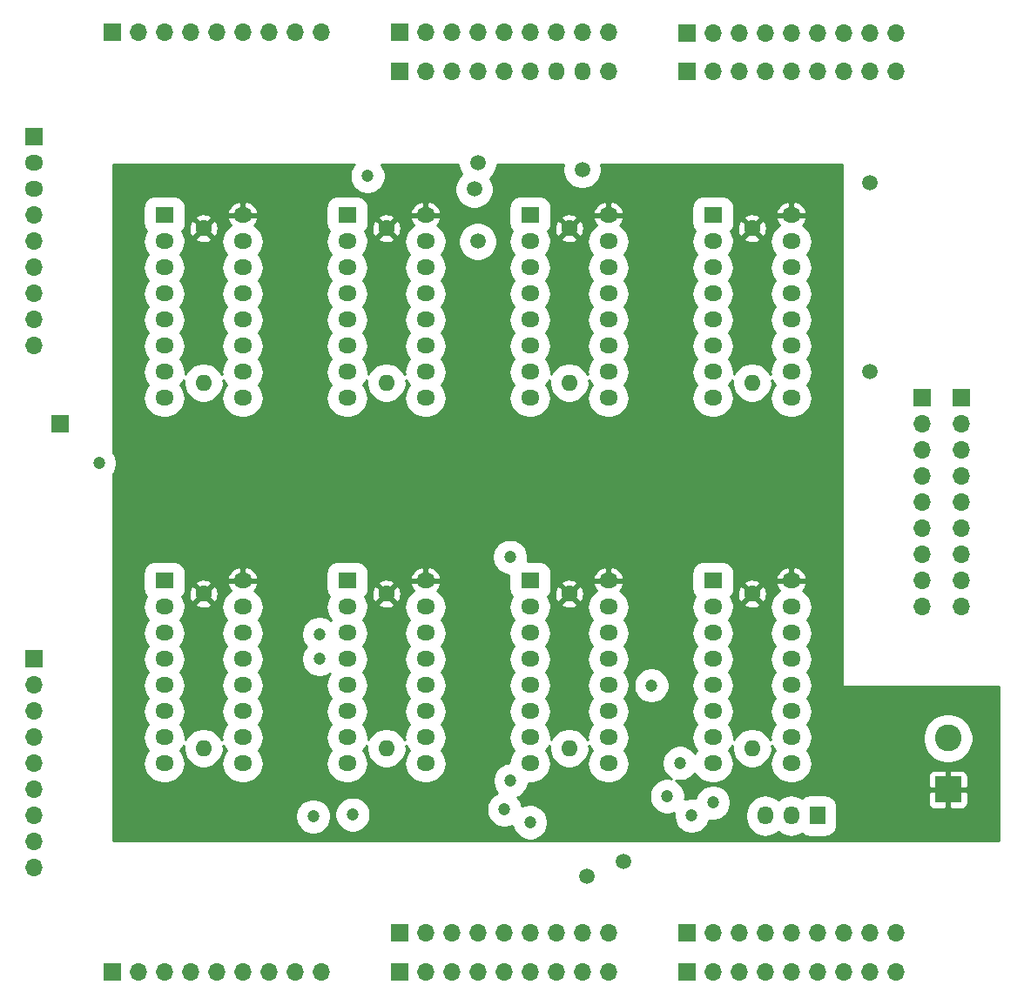
<source format=gbr>
%TF.GenerationSoftware,KiCad,Pcbnew,(5.1.8)-1*%
%TF.CreationDate,2022-12-02T00:18:40+03:00*%
%TF.ProjectId,MUX8x1-v4,4d555838-7831-42d7-9634-2e6b69636164,rev?*%
%TF.SameCoordinates,Original*%
%TF.FileFunction,Copper,L2,Inr*%
%TF.FilePolarity,Positive*%
%FSLAX46Y46*%
G04 Gerber Fmt 4.6, Leading zero omitted, Abs format (unit mm)*
G04 Created by KiCad (PCBNEW (5.1.8)-1) date 2022-12-02 00:18:40*
%MOMM*%
%LPD*%
G01*
G04 APERTURE LIST*
%TA.AperFunction,ComponentPad*%
%ADD10O,1.700000X1.700000*%
%TD*%
%TA.AperFunction,ComponentPad*%
%ADD11R,1.700000X1.700000*%
%TD*%
%TA.AperFunction,ComponentPad*%
%ADD12O,1.800000X1.500000*%
%TD*%
%TA.AperFunction,ComponentPad*%
%ADD13O,1.500000X1.800000*%
%TD*%
%TA.AperFunction,ComponentPad*%
%ADD14O,1.600000X1.600000*%
%TD*%
%TA.AperFunction,ComponentPad*%
%ADD15C,1.600000*%
%TD*%
%TA.AperFunction,ComponentPad*%
%ADD16R,1.800000X1.500000*%
%TD*%
%TA.AperFunction,ComponentPad*%
%ADD17R,1.500000X1.800000*%
%TD*%
%TA.AperFunction,ComponentPad*%
%ADD18C,2.600000*%
%TD*%
%TA.AperFunction,ComponentPad*%
%ADD19R,2.600000X2.600000*%
%TD*%
%TA.AperFunction,ViaPad*%
%ADD20C,1.200000*%
%TD*%
%TA.AperFunction,ViaPad*%
%ADD21C,1.500000*%
%TD*%
%TA.AperFunction,Conductor*%
%ADD22C,0.254000*%
%TD*%
%TA.AperFunction,Conductor*%
%ADD23C,0.100000*%
%TD*%
G04 APERTURE END LIST*
D10*
%TO.N,/O7*%
%TO.C,J21*%
X118110000Y-91440000D03*
%TO.N,/O6*%
X118110000Y-88900000D03*
%TO.N,/O5*%
X118110000Y-86360000D03*
%TO.N,/O4*%
X118110000Y-83820000D03*
%TO.N,/O3*%
X118110000Y-81280000D03*
%TO.N,/O2*%
X118110000Y-78740000D03*
%TO.N,/O1*%
X118110000Y-76200000D03*
%TO.N,/O0*%
X118110000Y-73660000D03*
D11*
%TO.N,GND*%
X118110000Y-71120000D03*
%TD*%
D10*
%TO.N,/O7*%
%TO.C,J19*%
X114300000Y-91440000D03*
%TO.N,/O6*%
X114300000Y-88900000D03*
%TO.N,/O5*%
X114300000Y-86360000D03*
%TO.N,/O4*%
X114300000Y-83820000D03*
%TO.N,/O3*%
X114300000Y-81280000D03*
%TO.N,/O2*%
X114300000Y-78740000D03*
%TO.N,/O1*%
X114300000Y-76200000D03*
%TO.N,/O0*%
X114300000Y-73660000D03*
D11*
%TO.N,GND*%
X114300000Y-71120000D03*
%TD*%
D10*
%TO.N,/H7*%
%TO.C,J18*%
X111760000Y-123190000D03*
%TO.N,/H6*%
X109220000Y-123190000D03*
%TO.N,/H5*%
X106680000Y-123190000D03*
%TO.N,/H4*%
X104140000Y-123190000D03*
%TO.N,/H3*%
X101600000Y-123190000D03*
%TO.N,/H2*%
X99060000Y-123190000D03*
%TO.N,/H1*%
X96520000Y-123190000D03*
%TO.N,/H0*%
X93980000Y-123190000D03*
D11*
%TO.N,GND*%
X91440000Y-123190000D03*
%TD*%
D10*
%TO.N,/H7*%
%TO.C,J16*%
X111760000Y-127000000D03*
%TO.N,/H6*%
X109220000Y-127000000D03*
%TO.N,/H5*%
X106680000Y-127000000D03*
%TO.N,/H4*%
X104140000Y-127000000D03*
%TO.N,/H3*%
X101600000Y-127000000D03*
%TO.N,/H2*%
X99060000Y-127000000D03*
%TO.N,/H1*%
X96520000Y-127000000D03*
%TO.N,/H0*%
X93980000Y-127000000D03*
D11*
%TO.N,GND*%
X91440000Y-127000000D03*
%TD*%
D10*
%TO.N,/D7*%
%TO.C,J15*%
X27940000Y-66040000D03*
%TO.N,/D6*%
X27940000Y-63500000D03*
%TO.N,/D5*%
X27940000Y-60960000D03*
%TO.N,/D4*%
X27940000Y-58420000D03*
%TO.N,/D3*%
X27940000Y-55880000D03*
%TO.N,/D2*%
X27940000Y-53340000D03*
D12*
%TO.N,/D1*%
X27940000Y-50800000D03*
%TO.N,/D0*%
X27940000Y-48260000D03*
D11*
%TO.N,GND*%
X27940000Y-45720000D03*
%TD*%
D10*
%TO.N,/G7*%
%TO.C,J14*%
X83820000Y-127000000D03*
%TO.N,/G6*%
X81280000Y-127000000D03*
%TO.N,/G5*%
X78740000Y-127000000D03*
%TO.N,/G4*%
X76200000Y-127000000D03*
%TO.N,/G3*%
X73660000Y-127000000D03*
%TO.N,/G2*%
X71120000Y-127000000D03*
%TO.N,/G1*%
X68580000Y-127000000D03*
%TO.N,/G0*%
X66040000Y-127000000D03*
D11*
%TO.N,GND*%
X63500000Y-127000000D03*
%TD*%
D10*
%TO.N,/G7*%
%TO.C,J12*%
X83820000Y-123190000D03*
%TO.N,/G6*%
X81280000Y-123190000D03*
%TO.N,/G5*%
X78740000Y-123190000D03*
%TO.N,/G4*%
X76200000Y-123190000D03*
%TO.N,/G3*%
X73660000Y-123190000D03*
%TO.N,/G2*%
X71120000Y-123190000D03*
%TO.N,/G1*%
X68580000Y-123190000D03*
%TO.N,/G0*%
X66040000Y-123190000D03*
D11*
%TO.N,GND*%
X63500000Y-123190000D03*
%TD*%
D10*
%TO.N,/C7*%
%TO.C,J11*%
X55880000Y-35560000D03*
%TO.N,/C6*%
X53340000Y-35560000D03*
%TO.N,/C5*%
X50800000Y-35560000D03*
%TO.N,/C4*%
X48260000Y-35560000D03*
%TO.N,/C3*%
X45720000Y-35560000D03*
%TO.N,/C2*%
X43180000Y-35560000D03*
%TO.N,/C1*%
X40640000Y-35560000D03*
%TO.N,/C0*%
X38100000Y-35560000D03*
D11*
%TO.N,GND*%
X35560000Y-35560000D03*
%TD*%
D10*
%TO.N,/F7*%
%TO.C,J8*%
X111760000Y-35600000D03*
%TO.N,/F6*%
X109220000Y-35600000D03*
%TO.N,/F5*%
X106680000Y-35600000D03*
%TO.N,/F4*%
X104140000Y-35600000D03*
%TO.N,/F3*%
X101600000Y-35600000D03*
%TO.N,/F2*%
X99060000Y-35600000D03*
%TO.N,/F1*%
X96520000Y-35600000D03*
%TO.N,/F0*%
X93980000Y-35600000D03*
D11*
%TO.N,GND*%
X91440000Y-35600000D03*
%TD*%
D10*
%TO.N,/F7*%
%TO.C,J6*%
X111760000Y-39370000D03*
%TO.N,/F6*%
X109220000Y-39370000D03*
%TO.N,/F5*%
X106680000Y-39370000D03*
%TO.N,/F4*%
X104140000Y-39370000D03*
%TO.N,/F3*%
X101600000Y-39370000D03*
%TO.N,/F2*%
X99060000Y-39370000D03*
%TO.N,/F1*%
X96520000Y-39370000D03*
%TO.N,/F0*%
X93980000Y-39370000D03*
D11*
%TO.N,GND*%
X91440000Y-39370000D03*
%TD*%
D10*
%TO.N,/B7*%
%TO.C,J5*%
X55880000Y-127000000D03*
%TO.N,/B6*%
X53340000Y-127000000D03*
%TO.N,/B5*%
X50800000Y-127000000D03*
%TO.N,/B4*%
X48260000Y-127000000D03*
%TO.N,/B3*%
X45720000Y-127000000D03*
%TO.N,/B2*%
X43180000Y-127000000D03*
%TO.N,/B1*%
X40640000Y-127000000D03*
%TO.N,/B0*%
X38100000Y-127000000D03*
D11*
%TO.N,GND*%
X35560000Y-127000000D03*
%TD*%
D10*
%TO.N,/E7*%
%TO.C,J4*%
X83820000Y-35560000D03*
%TO.N,/E6*%
X81280000Y-35560000D03*
%TO.N,/E5*%
X78740000Y-35560000D03*
%TO.N,/E4*%
X76200000Y-35560000D03*
%TO.N,/E3*%
X73660000Y-35560000D03*
%TO.N,/E2*%
X71120000Y-35560000D03*
%TO.N,/E1*%
X68580000Y-35560000D03*
%TO.N,/E0*%
X66040000Y-35560000D03*
D11*
%TO.N,GND*%
X63500000Y-35560000D03*
%TD*%
D10*
%TO.N,/E7*%
%TO.C,J2*%
X83820000Y-39370000D03*
D13*
%TO.N,/E6*%
X81280000Y-39370000D03*
%TO.N,/E5*%
X78740000Y-39370000D03*
D10*
%TO.N,/E4*%
X76200000Y-39370000D03*
%TO.N,/E3*%
X73660000Y-39370000D03*
%TO.N,/E2*%
X71120000Y-39370000D03*
%TO.N,/E1*%
X68580000Y-39370000D03*
%TO.N,/E0*%
X66040000Y-39370000D03*
D11*
%TO.N,GND*%
X63500000Y-39370000D03*
%TD*%
D10*
%TO.N,/A7*%
%TO.C,J1*%
X27940000Y-116840000D03*
%TO.N,/A6*%
X27940000Y-114300000D03*
%TO.N,/A5*%
X27940000Y-111760000D03*
%TO.N,/A4*%
X27940000Y-109220000D03*
%TO.N,/A3*%
X27940000Y-106680000D03*
%TO.N,/A2*%
X27940000Y-104140000D03*
%TO.N,/A1*%
X27940000Y-101600000D03*
%TO.N,/A0*%
X27940000Y-99060000D03*
D11*
%TO.N,GND*%
X27940000Y-96520000D03*
%TD*%
D14*
%TO.N,GND*%
%TO.C,C8*%
X97790000Y-105170000D03*
D15*
%TO.N,VCC*%
X97790000Y-90170000D03*
%TD*%
D14*
%TO.N,GND*%
%TO.C,C7*%
X97790000Y-69610000D03*
D15*
%TO.N,VCC*%
X97790000Y-54610000D03*
%TD*%
D14*
%TO.N,GND*%
%TO.C,C6*%
X80010000Y-105170000D03*
D15*
%TO.N,VCC*%
X80010000Y-90170000D03*
%TD*%
D14*
%TO.N,GND*%
%TO.C,C5*%
X80010000Y-69610000D03*
D15*
%TO.N,VCC*%
X80010000Y-54610000D03*
%TD*%
D14*
%TO.N,GND*%
%TO.C,C4*%
X62230000Y-105170000D03*
D15*
%TO.N,VCC*%
X62230000Y-90170000D03*
%TD*%
D14*
%TO.N,GND*%
%TO.C,C3*%
X62230000Y-69610000D03*
D15*
%TO.N,VCC*%
X62230000Y-54610000D03*
%TD*%
D14*
%TO.N,GND*%
%TO.C,C2*%
X44450000Y-105170000D03*
D15*
%TO.N,VCC*%
X44450000Y-90170000D03*
%TD*%
D14*
%TO.N,GND*%
%TO.C,C1*%
X44450000Y-69610000D03*
D15*
%TO.N,VCC*%
X44450000Y-54610000D03*
%TD*%
D12*
%TO.N,VCC*%
%TO.C,U8*%
X101600000Y-88900000D03*
%TO.N,GND*%
X93980000Y-106680000D03*
%TO.N,/E7*%
X101600000Y-91440000D03*
%TO.N,/~E*%
X93980000Y-104140000D03*
%TO.N,/F7*%
X101600000Y-93980000D03*
%TO.N,Net-(U8-Pad6)*%
X93980000Y-101600000D03*
%TO.N,/G7*%
X101600000Y-96520000D03*
%TO.N,/O7*%
X93980000Y-99060000D03*
%TO.N,/H7*%
X101600000Y-99060000D03*
%TO.N,/A7*%
X93980000Y-96520000D03*
%TO.N,/S0*%
X101600000Y-101600000D03*
%TO.N,/B7*%
X93980000Y-93980000D03*
%TO.N,/S1*%
X101600000Y-104140000D03*
%TO.N,/C7*%
X93980000Y-91440000D03*
%TO.N,/S2*%
X101600000Y-106680000D03*
D16*
%TO.N,/D7*%
X93980000Y-88900000D03*
%TD*%
D12*
%TO.N,VCC*%
%TO.C,U7*%
X101600000Y-53340000D03*
%TO.N,GND*%
X93980000Y-71120000D03*
%TO.N,/E6*%
X101600000Y-55880000D03*
%TO.N,/~E*%
X93980000Y-68580000D03*
%TO.N,/F6*%
X101600000Y-58420000D03*
%TO.N,Net-(U7-Pad6)*%
X93980000Y-66040000D03*
%TO.N,/G6*%
X101600000Y-60960000D03*
%TO.N,/O6*%
X93980000Y-63500000D03*
%TO.N,/H6*%
X101600000Y-63500000D03*
%TO.N,/A6*%
X93980000Y-60960000D03*
%TO.N,/S0*%
X101600000Y-66040000D03*
%TO.N,/B6*%
X93980000Y-58420000D03*
%TO.N,/S1*%
X101600000Y-68580000D03*
%TO.N,/C6*%
X93980000Y-55880000D03*
%TO.N,/S2*%
X101600000Y-71120000D03*
D16*
%TO.N,/D6*%
X93980000Y-53340000D03*
%TD*%
D12*
%TO.N,VCC*%
%TO.C,U6*%
X83820000Y-88900000D03*
%TO.N,GND*%
X76200000Y-106680000D03*
%TO.N,/E5*%
X83820000Y-91440000D03*
%TO.N,/~E*%
X76200000Y-104140000D03*
%TO.N,/F5*%
X83820000Y-93980000D03*
%TO.N,Net-(U6-Pad6)*%
X76200000Y-101600000D03*
%TO.N,/G5*%
X83820000Y-96520000D03*
%TO.N,/O5*%
X76200000Y-99060000D03*
%TO.N,/H5*%
X83820000Y-99060000D03*
%TO.N,/A5*%
X76200000Y-96520000D03*
%TO.N,/S0*%
X83820000Y-101600000D03*
%TO.N,/B5*%
X76200000Y-93980000D03*
%TO.N,/S1*%
X83820000Y-104140000D03*
%TO.N,/C5*%
X76200000Y-91440000D03*
%TO.N,/S2*%
X83820000Y-106680000D03*
D16*
%TO.N,/D5*%
X76200000Y-88900000D03*
%TD*%
D12*
%TO.N,VCC*%
%TO.C,U5*%
X83820000Y-53340000D03*
%TO.N,GND*%
X76200000Y-71120000D03*
%TO.N,/E4*%
X83820000Y-55880000D03*
%TO.N,/~E*%
X76200000Y-68580000D03*
%TO.N,/F4*%
X83820000Y-58420000D03*
%TO.N,Net-(U5-Pad6)*%
X76200000Y-66040000D03*
%TO.N,/G4*%
X83820000Y-60960000D03*
%TO.N,/O4*%
X76200000Y-63500000D03*
%TO.N,/H4*%
X83820000Y-63500000D03*
%TO.N,/A4*%
X76200000Y-60960000D03*
%TO.N,/S0*%
X83820000Y-66040000D03*
%TO.N,/B4*%
X76200000Y-58420000D03*
%TO.N,/S1*%
X83820000Y-68580000D03*
%TO.N,/C4*%
X76200000Y-55880000D03*
%TO.N,/S2*%
X83820000Y-71120000D03*
D16*
%TO.N,/D4*%
X76200000Y-53340000D03*
%TD*%
D12*
%TO.N,VCC*%
%TO.C,U4*%
X66040000Y-88900000D03*
%TO.N,GND*%
X58420000Y-106680000D03*
%TO.N,/E3*%
X66040000Y-91440000D03*
%TO.N,/~E*%
X58420000Y-104140000D03*
%TO.N,/F3*%
X66040000Y-93980000D03*
%TO.N,Net-(U4-Pad6)*%
X58420000Y-101600000D03*
%TO.N,/G3*%
X66040000Y-96520000D03*
%TO.N,/O3*%
X58420000Y-99060000D03*
%TO.N,/H3*%
X66040000Y-99060000D03*
%TO.N,/A3*%
X58420000Y-96520000D03*
%TO.N,/S0*%
X66040000Y-101600000D03*
%TO.N,/B3*%
X58420000Y-93980000D03*
%TO.N,/S1*%
X66040000Y-104140000D03*
%TO.N,/C3*%
X58420000Y-91440000D03*
%TO.N,/S2*%
X66040000Y-106680000D03*
D16*
%TO.N,/D3*%
X58420000Y-88900000D03*
%TD*%
D12*
%TO.N,VCC*%
%TO.C,U3*%
X66040000Y-53340000D03*
%TO.N,GND*%
X58420000Y-71120000D03*
%TO.N,/E2*%
X66040000Y-55880000D03*
%TO.N,/~E*%
X58420000Y-68580000D03*
%TO.N,/F2*%
X66040000Y-58420000D03*
%TO.N,Net-(U3-Pad6)*%
X58420000Y-66040000D03*
%TO.N,/G2*%
X66040000Y-60960000D03*
%TO.N,/O2*%
X58420000Y-63500000D03*
%TO.N,/H2*%
X66040000Y-63500000D03*
%TO.N,/A2*%
X58420000Y-60960000D03*
%TO.N,/S0*%
X66040000Y-66040000D03*
%TO.N,/B2*%
X58420000Y-58420000D03*
%TO.N,/S1*%
X66040000Y-68580000D03*
%TO.N,/C2*%
X58420000Y-55880000D03*
%TO.N,/S2*%
X66040000Y-71120000D03*
D16*
%TO.N,/D2*%
X58420000Y-53340000D03*
%TD*%
D12*
%TO.N,VCC*%
%TO.C,U2*%
X48260000Y-88900000D03*
%TO.N,GND*%
X40640000Y-106680000D03*
%TO.N,/E1*%
X48260000Y-91440000D03*
%TO.N,/~E*%
X40640000Y-104140000D03*
%TO.N,/F1*%
X48260000Y-93980000D03*
%TO.N,Net-(U2-Pad6)*%
X40640000Y-101600000D03*
%TO.N,/G1*%
X48260000Y-96520000D03*
%TO.N,/O1*%
X40640000Y-99060000D03*
%TO.N,/H1*%
X48260000Y-99060000D03*
%TO.N,/A1*%
X40640000Y-96520000D03*
%TO.N,/S0*%
X48260000Y-101600000D03*
%TO.N,/B1*%
X40640000Y-93980000D03*
%TO.N,/S1*%
X48260000Y-104140000D03*
%TO.N,/C1*%
X40640000Y-91440000D03*
%TO.N,/S2*%
X48260000Y-106680000D03*
D16*
%TO.N,/D1*%
X40640000Y-88900000D03*
%TD*%
D12*
%TO.N,VCC*%
%TO.C,U1*%
X48260000Y-53340000D03*
%TO.N,GND*%
X40640000Y-71120000D03*
%TO.N,/E0*%
X48260000Y-55880000D03*
%TO.N,/~E*%
X40640000Y-68580000D03*
%TO.N,/F0*%
X48260000Y-58420000D03*
%TO.N,Net-(U1-Pad6)*%
X40640000Y-66040000D03*
%TO.N,/G0*%
X48260000Y-60960000D03*
%TO.N,/O0*%
X40640000Y-63500000D03*
%TO.N,/H0*%
X48260000Y-63500000D03*
%TO.N,/A0*%
X40640000Y-60960000D03*
%TO.N,/S0*%
X48260000Y-66040000D03*
%TO.N,/B0*%
X40640000Y-58420000D03*
%TO.N,/S1*%
X48260000Y-68580000D03*
%TO.N,/C0*%
X40640000Y-55880000D03*
%TO.N,/S2*%
X48260000Y-71120000D03*
D16*
%TO.N,/D0*%
X40640000Y-53340000D03*
%TD*%
D11*
%TO.N,/~E*%
%TO.C,J20*%
X30480000Y-73660000D03*
%TD*%
D13*
%TO.N,/S2*%
%TO.C,J10*%
X99060000Y-111760000D03*
%TO.N,/S1*%
X101600000Y-111760000D03*
D17*
%TO.N,/S0*%
X104140000Y-111760000D03*
%TD*%
D18*
%TO.N,GND*%
%TO.C,J9*%
X116840000Y-104220000D03*
D19*
%TO.N,VCC*%
X116840000Y-109220000D03*
%TD*%
D20*
%TO.N,GND*%
X34290000Y-77470000D03*
%TO.N,/A7*%
X93980000Y-110490000D03*
%TO.N,/A6*%
X90767200Y-106629900D03*
%TO.N,/A5*%
X74318000Y-108359600D03*
%TO.N,/A4*%
X74242300Y-86587600D03*
%TO.N,/A2*%
X55705300Y-94078000D03*
D21*
%TO.N,/E7*%
X109220000Y-50165000D03*
%TO.N,/E5*%
X81280000Y-48895000D03*
%TO.N,/E3*%
X71120000Y-55880000D03*
D20*
%TO.N,/B7*%
X91929200Y-111760000D03*
%TO.N,/B6*%
X89535000Y-109855000D03*
%TO.N,/B5*%
X76200000Y-112395000D03*
%TO.N,/B4*%
X73711200Y-111160600D03*
%TO.N,/B3*%
X58943100Y-111656700D03*
%TO.N,/B2*%
X55106700Y-111832800D03*
D21*
%TO.N,/C5*%
X71120000Y-48260000D03*
%TO.N,/C4*%
X70772100Y-50800000D03*
D20*
%TO.N,/C3*%
X60406500Y-49530000D03*
D21*
%TO.N,/G5*%
X81761300Y-117628700D03*
%TO.N,/G4*%
X85284800Y-116205000D03*
D20*
%TO.N,/G1*%
X55705300Y-96520000D03*
%TO.N,/H5*%
X88015300Y-99075200D03*
D21*
%TO.N,/O4*%
X109220000Y-68580000D03*
%TD*%
D22*
%TO.N,VCC*%
X59052623Y-48418902D02*
X58861873Y-48704380D01*
X58730482Y-49021586D01*
X58663500Y-49358329D01*
X58663500Y-49701671D01*
X58730482Y-50038414D01*
X58861873Y-50355620D01*
X59052623Y-50641098D01*
X59295402Y-50883877D01*
X59580880Y-51074627D01*
X59898086Y-51206018D01*
X60234829Y-51273000D01*
X60578171Y-51273000D01*
X60914914Y-51206018D01*
X61232120Y-51074627D01*
X61517598Y-50883877D01*
X61760377Y-50641098D01*
X61951127Y-50355620D01*
X62082518Y-50038414D01*
X62149500Y-49701671D01*
X62149500Y-49358329D01*
X62082518Y-49021586D01*
X61951127Y-48704380D01*
X61760377Y-48418902D01*
X61728475Y-48387000D01*
X69227000Y-48387000D01*
X69227000Y-48446444D01*
X69299747Y-48812168D01*
X69442446Y-49156672D01*
X69560957Y-49334037D01*
X69301711Y-49593283D01*
X69094546Y-49903328D01*
X68951847Y-50247832D01*
X68879100Y-50613556D01*
X68879100Y-50986444D01*
X68951847Y-51352168D01*
X69094546Y-51696672D01*
X69301711Y-52006717D01*
X69565383Y-52270389D01*
X69875428Y-52477554D01*
X70219932Y-52620253D01*
X70585656Y-52693000D01*
X70958544Y-52693000D01*
X71324268Y-52620253D01*
X71668772Y-52477554D01*
X71978817Y-52270389D01*
X72242489Y-52006717D01*
X72449654Y-51696672D01*
X72592353Y-51352168D01*
X72665100Y-50986444D01*
X72665100Y-50613556D01*
X72592353Y-50247832D01*
X72449654Y-49903328D01*
X72331143Y-49725963D01*
X72590389Y-49466717D01*
X72797554Y-49156672D01*
X72940253Y-48812168D01*
X73013000Y-48446444D01*
X73013000Y-48387000D01*
X79450961Y-48387000D01*
X79387000Y-48708556D01*
X79387000Y-49081444D01*
X79459747Y-49447168D01*
X79602446Y-49791672D01*
X79809611Y-50101717D01*
X80073283Y-50365389D01*
X80383328Y-50572554D01*
X80727832Y-50715253D01*
X81093556Y-50788000D01*
X81466444Y-50788000D01*
X81832168Y-50715253D01*
X82176672Y-50572554D01*
X82486717Y-50365389D01*
X82750389Y-50101717D01*
X82957554Y-49791672D01*
X83100253Y-49447168D01*
X83173000Y-49081444D01*
X83173000Y-48708556D01*
X83109039Y-48387000D01*
X106553000Y-48387000D01*
X106553000Y-99060000D01*
X106555440Y-99084776D01*
X106562667Y-99108601D01*
X106574403Y-99130557D01*
X106590197Y-99149803D01*
X106609443Y-99165597D01*
X106631399Y-99177333D01*
X106655224Y-99184560D01*
X106680000Y-99187000D01*
X121793000Y-99187000D01*
X121793000Y-114173000D01*
X35687000Y-114173000D01*
X35687000Y-111661129D01*
X53363700Y-111661129D01*
X53363700Y-112004471D01*
X53430682Y-112341214D01*
X53562073Y-112658420D01*
X53752823Y-112943898D01*
X53995602Y-113186677D01*
X54281080Y-113377427D01*
X54598286Y-113508818D01*
X54935029Y-113575800D01*
X55278371Y-113575800D01*
X55615114Y-113508818D01*
X55932320Y-113377427D01*
X56217798Y-113186677D01*
X56460577Y-112943898D01*
X56651327Y-112658420D01*
X56782718Y-112341214D01*
X56849700Y-112004471D01*
X56849700Y-111661129D01*
X56814672Y-111485029D01*
X57200100Y-111485029D01*
X57200100Y-111828371D01*
X57267082Y-112165114D01*
X57398473Y-112482320D01*
X57589223Y-112767798D01*
X57832002Y-113010577D01*
X58117480Y-113201327D01*
X58434686Y-113332718D01*
X58771429Y-113399700D01*
X59114771Y-113399700D01*
X59451514Y-113332718D01*
X59768720Y-113201327D01*
X60054198Y-113010577D01*
X60296977Y-112767798D01*
X60487727Y-112482320D01*
X60619118Y-112165114D01*
X60686100Y-111828371D01*
X60686100Y-111485029D01*
X60619118Y-111148286D01*
X60553111Y-110988929D01*
X71968200Y-110988929D01*
X71968200Y-111332271D01*
X72035182Y-111669014D01*
X72166573Y-111986220D01*
X72357323Y-112271698D01*
X72600102Y-112514477D01*
X72885580Y-112705227D01*
X73202786Y-112836618D01*
X73539529Y-112903600D01*
X73882871Y-112903600D01*
X74219614Y-112836618D01*
X74488538Y-112725226D01*
X74523982Y-112903414D01*
X74655373Y-113220620D01*
X74846123Y-113506098D01*
X75088902Y-113748877D01*
X75374380Y-113939627D01*
X75691586Y-114071018D01*
X76028329Y-114138000D01*
X76371671Y-114138000D01*
X76708414Y-114071018D01*
X77025620Y-113939627D01*
X77311098Y-113748877D01*
X77553877Y-113506098D01*
X77744627Y-113220620D01*
X77876018Y-112903414D01*
X77943000Y-112566671D01*
X77943000Y-112223329D01*
X77876018Y-111886586D01*
X77744627Y-111569380D01*
X77553877Y-111283902D01*
X77311098Y-111041123D01*
X77025620Y-110850373D01*
X76708414Y-110718982D01*
X76371671Y-110652000D01*
X76028329Y-110652000D01*
X75691586Y-110718982D01*
X75422662Y-110830374D01*
X75387218Y-110652186D01*
X75255827Y-110334980D01*
X75065077Y-110049502D01*
X74985357Y-109969782D01*
X75143620Y-109904227D01*
X75429098Y-109713477D01*
X75459246Y-109683329D01*
X87792000Y-109683329D01*
X87792000Y-110026671D01*
X87858982Y-110363414D01*
X87990373Y-110680620D01*
X88181123Y-110966098D01*
X88423902Y-111208877D01*
X88709380Y-111399627D01*
X89026586Y-111531018D01*
X89363329Y-111598000D01*
X89706671Y-111598000D01*
X90043414Y-111531018D01*
X90211444Y-111461418D01*
X90186200Y-111588329D01*
X90186200Y-111931671D01*
X90253182Y-112268414D01*
X90384573Y-112585620D01*
X90575323Y-112871098D01*
X90818102Y-113113877D01*
X91103580Y-113304627D01*
X91420786Y-113436018D01*
X91757529Y-113503000D01*
X92100871Y-113503000D01*
X92437614Y-113436018D01*
X92754820Y-113304627D01*
X93040298Y-113113877D01*
X93283077Y-112871098D01*
X93473827Y-112585620D01*
X93605218Y-112268414D01*
X93619725Y-112195484D01*
X93808329Y-112233000D01*
X94151671Y-112233000D01*
X94488414Y-112166018D01*
X94805620Y-112034627D01*
X95091098Y-111843877D01*
X95333877Y-111601098D01*
X95390065Y-111517006D01*
X97167000Y-111517006D01*
X97167000Y-112002993D01*
X97194390Y-112281092D01*
X97302634Y-112637924D01*
X97478413Y-112966783D01*
X97714970Y-113255030D01*
X98003217Y-113491587D01*
X98332075Y-113667366D01*
X98688907Y-113775610D01*
X99060000Y-113812159D01*
X99431092Y-113775610D01*
X99787924Y-113667366D01*
X100116783Y-113491587D01*
X100330000Y-113316605D01*
X100543217Y-113491587D01*
X100872075Y-113667366D01*
X101228907Y-113775610D01*
X101600000Y-113812159D01*
X101971092Y-113775610D01*
X102327924Y-113667366D01*
X102623348Y-113509458D01*
X102751911Y-113614968D01*
X102950477Y-113721103D01*
X103165933Y-113786461D01*
X103390000Y-113808530D01*
X104890000Y-113808530D01*
X105114067Y-113786461D01*
X105329523Y-113721103D01*
X105528089Y-113614968D01*
X105702133Y-113472133D01*
X105844968Y-113298089D01*
X105951103Y-113099523D01*
X106016461Y-112884067D01*
X106038530Y-112660000D01*
X106038530Y-110860000D01*
X106016461Y-110635933D01*
X105981294Y-110520000D01*
X114901928Y-110520000D01*
X114914188Y-110644482D01*
X114950498Y-110764180D01*
X115009463Y-110874494D01*
X115088815Y-110971185D01*
X115185506Y-111050537D01*
X115295820Y-111109502D01*
X115415518Y-111145812D01*
X115540000Y-111158072D01*
X116554250Y-111155000D01*
X116713000Y-110996250D01*
X116713000Y-109347000D01*
X116967000Y-109347000D01*
X116967000Y-110996250D01*
X117125750Y-111155000D01*
X118140000Y-111158072D01*
X118264482Y-111145812D01*
X118384180Y-111109502D01*
X118494494Y-111050537D01*
X118591185Y-110971185D01*
X118670537Y-110874494D01*
X118729502Y-110764180D01*
X118765812Y-110644482D01*
X118778072Y-110520000D01*
X118775000Y-109505750D01*
X118616250Y-109347000D01*
X116967000Y-109347000D01*
X116713000Y-109347000D01*
X115063750Y-109347000D01*
X114905000Y-109505750D01*
X114901928Y-110520000D01*
X105981294Y-110520000D01*
X105951103Y-110420477D01*
X105844968Y-110221911D01*
X105702133Y-110047867D01*
X105528089Y-109905032D01*
X105329523Y-109798897D01*
X105114067Y-109733539D01*
X104890000Y-109711470D01*
X103390000Y-109711470D01*
X103165933Y-109733539D01*
X102950477Y-109798897D01*
X102751911Y-109905032D01*
X102623348Y-110010542D01*
X102327925Y-109852634D01*
X101971093Y-109744390D01*
X101600000Y-109707841D01*
X101228908Y-109744390D01*
X100872076Y-109852634D01*
X100543217Y-110028413D01*
X100330000Y-110203395D01*
X100116783Y-110028413D01*
X99787925Y-109852634D01*
X99431093Y-109744390D01*
X99060000Y-109707841D01*
X98688908Y-109744390D01*
X98332076Y-109852634D01*
X98003217Y-110028413D01*
X97714970Y-110264970D01*
X97478413Y-110553217D01*
X97302634Y-110882075D01*
X97194390Y-111238907D01*
X97167000Y-111517006D01*
X95390065Y-111517006D01*
X95524627Y-111315620D01*
X95656018Y-110998414D01*
X95723000Y-110661671D01*
X95723000Y-110318329D01*
X95656018Y-109981586D01*
X95524627Y-109664380D01*
X95333877Y-109378902D01*
X95091098Y-109136123D01*
X94805620Y-108945373D01*
X94488414Y-108813982D01*
X94151671Y-108747000D01*
X93808329Y-108747000D01*
X93471586Y-108813982D01*
X93154380Y-108945373D01*
X92868902Y-109136123D01*
X92626123Y-109378902D01*
X92435373Y-109664380D01*
X92303982Y-109981586D01*
X92289475Y-110054516D01*
X92100871Y-110017000D01*
X91757529Y-110017000D01*
X91420786Y-110083982D01*
X91252756Y-110153582D01*
X91278000Y-110026671D01*
X91278000Y-109683329D01*
X91211018Y-109346586D01*
X91079627Y-109029380D01*
X90888877Y-108743902D01*
X90646098Y-108501123D01*
X90394292Y-108332872D01*
X90595529Y-108372900D01*
X90938871Y-108372900D01*
X91275614Y-108305918D01*
X91592820Y-108174527D01*
X91878298Y-107983777D01*
X92121077Y-107740998D01*
X92193073Y-107633249D01*
X92248413Y-107736783D01*
X92484970Y-108025030D01*
X92773217Y-108261587D01*
X93102075Y-108437366D01*
X93458907Y-108545610D01*
X93737006Y-108573000D01*
X94222994Y-108573000D01*
X94501093Y-108545610D01*
X94857925Y-108437366D01*
X95186783Y-108261587D01*
X95475030Y-108025030D01*
X95711587Y-107736783D01*
X95887366Y-107407925D01*
X95995610Y-107051093D01*
X96032159Y-106680000D01*
X95995610Y-106308907D01*
X95887366Y-105952075D01*
X95711587Y-105623217D01*
X95536605Y-105410000D01*
X95711587Y-105196783D01*
X95858148Y-104922588D01*
X95847000Y-104978631D01*
X95847000Y-105361369D01*
X95921669Y-105736752D01*
X96068136Y-106090355D01*
X96280774Y-106408590D01*
X96551410Y-106679226D01*
X96869645Y-106891864D01*
X97223248Y-107038331D01*
X97598631Y-107113000D01*
X97981369Y-107113000D01*
X98356752Y-107038331D01*
X98710355Y-106891864D01*
X99028590Y-106679226D01*
X99299226Y-106408590D01*
X99511864Y-106090355D01*
X99658331Y-105736752D01*
X99733000Y-105361369D01*
X99733000Y-104978631D01*
X99721852Y-104922588D01*
X99868413Y-105196783D01*
X100043395Y-105410000D01*
X99868413Y-105623217D01*
X99692634Y-105952075D01*
X99584390Y-106308907D01*
X99547841Y-106680000D01*
X99584390Y-107051093D01*
X99692634Y-107407925D01*
X99868413Y-107736783D01*
X100104970Y-108025030D01*
X100393217Y-108261587D01*
X100722075Y-108437366D01*
X101078907Y-108545610D01*
X101357006Y-108573000D01*
X101842994Y-108573000D01*
X102121093Y-108545610D01*
X102477925Y-108437366D01*
X102806783Y-108261587D01*
X103095030Y-108025030D01*
X103181225Y-107920000D01*
X114901928Y-107920000D01*
X114905000Y-108934250D01*
X115063750Y-109093000D01*
X116713000Y-109093000D01*
X116713000Y-107443750D01*
X116967000Y-107443750D01*
X116967000Y-109093000D01*
X118616250Y-109093000D01*
X118775000Y-108934250D01*
X118778072Y-107920000D01*
X118765812Y-107795518D01*
X118729502Y-107675820D01*
X118670537Y-107565506D01*
X118591185Y-107468815D01*
X118494494Y-107389463D01*
X118384180Y-107330498D01*
X118264482Y-107294188D01*
X118140000Y-107281928D01*
X117125750Y-107285000D01*
X116967000Y-107443750D01*
X116713000Y-107443750D01*
X116554250Y-107285000D01*
X115540000Y-107281928D01*
X115415518Y-107294188D01*
X115295820Y-107330498D01*
X115185506Y-107389463D01*
X115088815Y-107468815D01*
X115009463Y-107565506D01*
X114950498Y-107675820D01*
X114914188Y-107795518D01*
X114901928Y-107920000D01*
X103181225Y-107920000D01*
X103331587Y-107736783D01*
X103507366Y-107407925D01*
X103615610Y-107051093D01*
X103652159Y-106680000D01*
X103615610Y-106308907D01*
X103507366Y-105952075D01*
X103331587Y-105623217D01*
X103156605Y-105410000D01*
X103331587Y-105196783D01*
X103507366Y-104867925D01*
X103615610Y-104511093D01*
X103652159Y-104140000D01*
X103636341Y-103979385D01*
X114397000Y-103979385D01*
X114397000Y-104460615D01*
X114490883Y-104932597D01*
X114675041Y-105377195D01*
X114942398Y-105777322D01*
X115282678Y-106117602D01*
X115682805Y-106384959D01*
X116127403Y-106569117D01*
X116599385Y-106663000D01*
X117080615Y-106663000D01*
X117552597Y-106569117D01*
X117997195Y-106384959D01*
X118397322Y-106117602D01*
X118737602Y-105777322D01*
X119004959Y-105377195D01*
X119189117Y-104932597D01*
X119283000Y-104460615D01*
X119283000Y-103979385D01*
X119189117Y-103507403D01*
X119004959Y-103062805D01*
X118737602Y-102662678D01*
X118397322Y-102322398D01*
X117997195Y-102055041D01*
X117552597Y-101870883D01*
X117080615Y-101777000D01*
X116599385Y-101777000D01*
X116127403Y-101870883D01*
X115682805Y-102055041D01*
X115282678Y-102322398D01*
X114942398Y-102662678D01*
X114675041Y-103062805D01*
X114490883Y-103507403D01*
X114397000Y-103979385D01*
X103636341Y-103979385D01*
X103615610Y-103768907D01*
X103507366Y-103412075D01*
X103331587Y-103083217D01*
X103156605Y-102870000D01*
X103331587Y-102656783D01*
X103507366Y-102327925D01*
X103615610Y-101971093D01*
X103652159Y-101600000D01*
X103615610Y-101228907D01*
X103507366Y-100872075D01*
X103331587Y-100543217D01*
X103156605Y-100330000D01*
X103331587Y-100116783D01*
X103507366Y-99787925D01*
X103615610Y-99431093D01*
X103652159Y-99060000D01*
X103615610Y-98688907D01*
X103507366Y-98332075D01*
X103331587Y-98003217D01*
X103156605Y-97790000D01*
X103331587Y-97576783D01*
X103507366Y-97247925D01*
X103615610Y-96891093D01*
X103652159Y-96520000D01*
X103615610Y-96148907D01*
X103507366Y-95792075D01*
X103331587Y-95463217D01*
X103156605Y-95250000D01*
X103331587Y-95036783D01*
X103507366Y-94707925D01*
X103615610Y-94351093D01*
X103652159Y-93980000D01*
X103615610Y-93608907D01*
X103507366Y-93252075D01*
X103331587Y-92923217D01*
X103156605Y-92710000D01*
X103331587Y-92496783D01*
X103507366Y-92167925D01*
X103615610Y-91811093D01*
X103652159Y-91440000D01*
X103615610Y-91068907D01*
X103507366Y-90712075D01*
X103331587Y-90383217D01*
X103095030Y-90094970D01*
X102806783Y-89858413D01*
X102763926Y-89835505D01*
X102857821Y-89733308D01*
X102999105Y-89501171D01*
X103092318Y-89241185D01*
X102969656Y-89027000D01*
X101727000Y-89027000D01*
X101727000Y-89047000D01*
X101473000Y-89047000D01*
X101473000Y-89027000D01*
X100230344Y-89027000D01*
X100107682Y-89241185D01*
X100200895Y-89501171D01*
X100342179Y-89733308D01*
X100436074Y-89835505D01*
X100393217Y-89858413D01*
X100104970Y-90094970D01*
X99868413Y-90383217D01*
X99692634Y-90712075D01*
X99584390Y-91068907D01*
X99547841Y-91440000D01*
X99584390Y-91811093D01*
X99692634Y-92167925D01*
X99868413Y-92496783D01*
X100043395Y-92710000D01*
X99868413Y-92923217D01*
X99692634Y-93252075D01*
X99584390Y-93608907D01*
X99547841Y-93980000D01*
X99584390Y-94351093D01*
X99692634Y-94707925D01*
X99868413Y-95036783D01*
X100043395Y-95250000D01*
X99868413Y-95463217D01*
X99692634Y-95792075D01*
X99584390Y-96148907D01*
X99547841Y-96520000D01*
X99584390Y-96891093D01*
X99692634Y-97247925D01*
X99868413Y-97576783D01*
X100043395Y-97790000D01*
X99868413Y-98003217D01*
X99692634Y-98332075D01*
X99584390Y-98688907D01*
X99547841Y-99060000D01*
X99584390Y-99431093D01*
X99692634Y-99787925D01*
X99868413Y-100116783D01*
X100043395Y-100330000D01*
X99868413Y-100543217D01*
X99692634Y-100872075D01*
X99584390Y-101228907D01*
X99547841Y-101600000D01*
X99584390Y-101971093D01*
X99692634Y-102327925D01*
X99868413Y-102656783D01*
X100043395Y-102870000D01*
X99868413Y-103083217D01*
X99692634Y-103412075D01*
X99584390Y-103768907D01*
X99547841Y-104140000D01*
X99573232Y-104397800D01*
X99511864Y-104249645D01*
X99299226Y-103931410D01*
X99028590Y-103660774D01*
X98710355Y-103448136D01*
X98356752Y-103301669D01*
X97981369Y-103227000D01*
X97598631Y-103227000D01*
X97223248Y-103301669D01*
X96869645Y-103448136D01*
X96551410Y-103660774D01*
X96280774Y-103931410D01*
X96068136Y-104249645D01*
X96006768Y-104397800D01*
X96032159Y-104140000D01*
X95995610Y-103768907D01*
X95887366Y-103412075D01*
X95711587Y-103083217D01*
X95536605Y-102870000D01*
X95711587Y-102656783D01*
X95887366Y-102327925D01*
X95995610Y-101971093D01*
X96032159Y-101600000D01*
X95995610Y-101228907D01*
X95887366Y-100872075D01*
X95711587Y-100543217D01*
X95536605Y-100330000D01*
X95711587Y-100116783D01*
X95887366Y-99787925D01*
X95995610Y-99431093D01*
X96032159Y-99060000D01*
X95995610Y-98688907D01*
X95887366Y-98332075D01*
X95711587Y-98003217D01*
X95536605Y-97790000D01*
X95711587Y-97576783D01*
X95887366Y-97247925D01*
X95995610Y-96891093D01*
X96032159Y-96520000D01*
X95995610Y-96148907D01*
X95887366Y-95792075D01*
X95711587Y-95463217D01*
X95536605Y-95250000D01*
X95711587Y-95036783D01*
X95887366Y-94707925D01*
X95995610Y-94351093D01*
X96032159Y-93980000D01*
X95995610Y-93608907D01*
X95887366Y-93252075D01*
X95711587Y-92923217D01*
X95536605Y-92710000D01*
X95711587Y-92496783D01*
X95887366Y-92167925D01*
X95995610Y-91811093D01*
X96032159Y-91440000D01*
X96004848Y-91162702D01*
X96976903Y-91162702D01*
X97048486Y-91406671D01*
X97303996Y-91527571D01*
X97578184Y-91596300D01*
X97860512Y-91610217D01*
X98140130Y-91568787D01*
X98406292Y-91473603D01*
X98531514Y-91406671D01*
X98603097Y-91162702D01*
X97790000Y-90349605D01*
X96976903Y-91162702D01*
X96004848Y-91162702D01*
X95995610Y-91068907D01*
X95887366Y-90712075D01*
X95729458Y-90416652D01*
X95834968Y-90288089D01*
X95860398Y-90240512D01*
X96349783Y-90240512D01*
X96391213Y-90520130D01*
X96486397Y-90786292D01*
X96553329Y-90911514D01*
X96797298Y-90983097D01*
X97610395Y-90170000D01*
X97969605Y-90170000D01*
X98782702Y-90983097D01*
X99026671Y-90911514D01*
X99147571Y-90656004D01*
X99216300Y-90381816D01*
X99230217Y-90099488D01*
X99188787Y-89819870D01*
X99093603Y-89553708D01*
X99026671Y-89428486D01*
X98782702Y-89356903D01*
X97969605Y-90170000D01*
X97610395Y-90170000D01*
X96797298Y-89356903D01*
X96553329Y-89428486D01*
X96432429Y-89683996D01*
X96363700Y-89958184D01*
X96349783Y-90240512D01*
X95860398Y-90240512D01*
X95941103Y-90089523D01*
X96006461Y-89874067D01*
X96028530Y-89650000D01*
X96028530Y-89177298D01*
X96976903Y-89177298D01*
X97790000Y-89990395D01*
X98603097Y-89177298D01*
X98531514Y-88933329D01*
X98276004Y-88812429D01*
X98001816Y-88743700D01*
X97719488Y-88729783D01*
X97439870Y-88771213D01*
X97173708Y-88866397D01*
X97048486Y-88933329D01*
X96976903Y-89177298D01*
X96028530Y-89177298D01*
X96028530Y-88558815D01*
X100107682Y-88558815D01*
X100230344Y-88773000D01*
X101473000Y-88773000D01*
X101473000Y-87672697D01*
X101727000Y-87672697D01*
X101727000Y-88773000D01*
X102969656Y-88773000D01*
X103092318Y-88558815D01*
X102999105Y-88298829D01*
X102857821Y-88066692D01*
X102673964Y-87866579D01*
X102454600Y-87706179D01*
X102208158Y-87591657D01*
X101944110Y-87527414D01*
X101727000Y-87672697D01*
X101473000Y-87672697D01*
X101255890Y-87527414D01*
X100991842Y-87591657D01*
X100745400Y-87706179D01*
X100526036Y-87866579D01*
X100342179Y-88066692D01*
X100200895Y-88298829D01*
X100107682Y-88558815D01*
X96028530Y-88558815D01*
X96028530Y-88150000D01*
X96006461Y-87925933D01*
X95941103Y-87710477D01*
X95834968Y-87511911D01*
X95692133Y-87337867D01*
X95518089Y-87195032D01*
X95319523Y-87088897D01*
X95104067Y-87023539D01*
X94880000Y-87001470D01*
X93080000Y-87001470D01*
X92855933Y-87023539D01*
X92640477Y-87088897D01*
X92441911Y-87195032D01*
X92267867Y-87337867D01*
X92125032Y-87511911D01*
X92018897Y-87710477D01*
X91953539Y-87925933D01*
X91931470Y-88150000D01*
X91931470Y-89650000D01*
X91953539Y-89874067D01*
X92018897Y-90089523D01*
X92125032Y-90288089D01*
X92230542Y-90416652D01*
X92072634Y-90712075D01*
X91964390Y-91068907D01*
X91927841Y-91440000D01*
X91964390Y-91811093D01*
X92072634Y-92167925D01*
X92248413Y-92496783D01*
X92423395Y-92710000D01*
X92248413Y-92923217D01*
X92072634Y-93252075D01*
X91964390Y-93608907D01*
X91927841Y-93980000D01*
X91964390Y-94351093D01*
X92072634Y-94707925D01*
X92248413Y-95036783D01*
X92423395Y-95250000D01*
X92248413Y-95463217D01*
X92072634Y-95792075D01*
X91964390Y-96148907D01*
X91927841Y-96520000D01*
X91964390Y-96891093D01*
X92072634Y-97247925D01*
X92248413Y-97576783D01*
X92423395Y-97790000D01*
X92248413Y-98003217D01*
X92072634Y-98332075D01*
X91964390Y-98688907D01*
X91927841Y-99060000D01*
X91964390Y-99431093D01*
X92072634Y-99787925D01*
X92248413Y-100116783D01*
X92423395Y-100330000D01*
X92248413Y-100543217D01*
X92072634Y-100872075D01*
X91964390Y-101228907D01*
X91927841Y-101600000D01*
X91964390Y-101971093D01*
X92072634Y-102327925D01*
X92248413Y-102656783D01*
X92423395Y-102870000D01*
X92248413Y-103083217D01*
X92072634Y-103412075D01*
X91964390Y-103768907D01*
X91927841Y-104140000D01*
X91964390Y-104511093D01*
X92072634Y-104867925D01*
X92248413Y-105196783D01*
X92423395Y-105410000D01*
X92248413Y-105623217D01*
X92222828Y-105671083D01*
X92121077Y-105518802D01*
X91878298Y-105276023D01*
X91592820Y-105085273D01*
X91275614Y-104953882D01*
X90938871Y-104886900D01*
X90595529Y-104886900D01*
X90258786Y-104953882D01*
X89941580Y-105085273D01*
X89656102Y-105276023D01*
X89413323Y-105518802D01*
X89222573Y-105804280D01*
X89091182Y-106121486D01*
X89024200Y-106458229D01*
X89024200Y-106801571D01*
X89091182Y-107138314D01*
X89222573Y-107455520D01*
X89413323Y-107740998D01*
X89656102Y-107983777D01*
X89907908Y-108152028D01*
X89706671Y-108112000D01*
X89363329Y-108112000D01*
X89026586Y-108178982D01*
X88709380Y-108310373D01*
X88423902Y-108501123D01*
X88181123Y-108743902D01*
X87990373Y-109029380D01*
X87858982Y-109346586D01*
X87792000Y-109683329D01*
X75459246Y-109683329D01*
X75671877Y-109470698D01*
X75862627Y-109185220D01*
X75994018Y-108868014D01*
X76052700Y-108573000D01*
X76442994Y-108573000D01*
X76721093Y-108545610D01*
X77077925Y-108437366D01*
X77406783Y-108261587D01*
X77695030Y-108025030D01*
X77931587Y-107736783D01*
X78107366Y-107407925D01*
X78215610Y-107051093D01*
X78252159Y-106680000D01*
X78215610Y-106308907D01*
X78107366Y-105952075D01*
X77931587Y-105623217D01*
X77756605Y-105410000D01*
X77931587Y-105196783D01*
X78078148Y-104922588D01*
X78067000Y-104978631D01*
X78067000Y-105361369D01*
X78141669Y-105736752D01*
X78288136Y-106090355D01*
X78500774Y-106408590D01*
X78771410Y-106679226D01*
X79089645Y-106891864D01*
X79443248Y-107038331D01*
X79818631Y-107113000D01*
X80201369Y-107113000D01*
X80576752Y-107038331D01*
X80930355Y-106891864D01*
X81248590Y-106679226D01*
X81519226Y-106408590D01*
X81731864Y-106090355D01*
X81878331Y-105736752D01*
X81953000Y-105361369D01*
X81953000Y-104978631D01*
X81941852Y-104922588D01*
X82088413Y-105196783D01*
X82263395Y-105410000D01*
X82088413Y-105623217D01*
X81912634Y-105952075D01*
X81804390Y-106308907D01*
X81767841Y-106680000D01*
X81804390Y-107051093D01*
X81912634Y-107407925D01*
X82088413Y-107736783D01*
X82324970Y-108025030D01*
X82613217Y-108261587D01*
X82942075Y-108437366D01*
X83298907Y-108545610D01*
X83577006Y-108573000D01*
X84062994Y-108573000D01*
X84341093Y-108545610D01*
X84697925Y-108437366D01*
X85026783Y-108261587D01*
X85315030Y-108025030D01*
X85551587Y-107736783D01*
X85727366Y-107407925D01*
X85835610Y-107051093D01*
X85872159Y-106680000D01*
X85835610Y-106308907D01*
X85727366Y-105952075D01*
X85551587Y-105623217D01*
X85376605Y-105410000D01*
X85551587Y-105196783D01*
X85727366Y-104867925D01*
X85835610Y-104511093D01*
X85872159Y-104140000D01*
X85835610Y-103768907D01*
X85727366Y-103412075D01*
X85551587Y-103083217D01*
X85376605Y-102870000D01*
X85551587Y-102656783D01*
X85727366Y-102327925D01*
X85835610Y-101971093D01*
X85872159Y-101600000D01*
X85835610Y-101228907D01*
X85727366Y-100872075D01*
X85551587Y-100543217D01*
X85376605Y-100330000D01*
X85551587Y-100116783D01*
X85727366Y-99787925D01*
X85835610Y-99431093D01*
X85872159Y-99060000D01*
X85856749Y-98903529D01*
X86272300Y-98903529D01*
X86272300Y-99246871D01*
X86339282Y-99583614D01*
X86470673Y-99900820D01*
X86661423Y-100186298D01*
X86904202Y-100429077D01*
X87189680Y-100619827D01*
X87506886Y-100751218D01*
X87843629Y-100818200D01*
X88186971Y-100818200D01*
X88523714Y-100751218D01*
X88840920Y-100619827D01*
X89126398Y-100429077D01*
X89369177Y-100186298D01*
X89559927Y-99900820D01*
X89691318Y-99583614D01*
X89758300Y-99246871D01*
X89758300Y-98903529D01*
X89691318Y-98566786D01*
X89559927Y-98249580D01*
X89369177Y-97964102D01*
X89126398Y-97721323D01*
X88840920Y-97530573D01*
X88523714Y-97399182D01*
X88186971Y-97332200D01*
X87843629Y-97332200D01*
X87506886Y-97399182D01*
X87189680Y-97530573D01*
X86904202Y-97721323D01*
X86661423Y-97964102D01*
X86470673Y-98249580D01*
X86339282Y-98566786D01*
X86272300Y-98903529D01*
X85856749Y-98903529D01*
X85835610Y-98688907D01*
X85727366Y-98332075D01*
X85551587Y-98003217D01*
X85376605Y-97790000D01*
X85551587Y-97576783D01*
X85727366Y-97247925D01*
X85835610Y-96891093D01*
X85872159Y-96520000D01*
X85835610Y-96148907D01*
X85727366Y-95792075D01*
X85551587Y-95463217D01*
X85376605Y-95250000D01*
X85551587Y-95036783D01*
X85727366Y-94707925D01*
X85835610Y-94351093D01*
X85872159Y-93980000D01*
X85835610Y-93608907D01*
X85727366Y-93252075D01*
X85551587Y-92923217D01*
X85376605Y-92710000D01*
X85551587Y-92496783D01*
X85727366Y-92167925D01*
X85835610Y-91811093D01*
X85872159Y-91440000D01*
X85835610Y-91068907D01*
X85727366Y-90712075D01*
X85551587Y-90383217D01*
X85315030Y-90094970D01*
X85026783Y-89858413D01*
X84983926Y-89835505D01*
X85077821Y-89733308D01*
X85219105Y-89501171D01*
X85312318Y-89241185D01*
X85189656Y-89027000D01*
X83947000Y-89027000D01*
X83947000Y-89047000D01*
X83693000Y-89047000D01*
X83693000Y-89027000D01*
X82450344Y-89027000D01*
X82327682Y-89241185D01*
X82420895Y-89501171D01*
X82562179Y-89733308D01*
X82656074Y-89835505D01*
X82613217Y-89858413D01*
X82324970Y-90094970D01*
X82088413Y-90383217D01*
X81912634Y-90712075D01*
X81804390Y-91068907D01*
X81767841Y-91440000D01*
X81804390Y-91811093D01*
X81912634Y-92167925D01*
X82088413Y-92496783D01*
X82263395Y-92710000D01*
X82088413Y-92923217D01*
X81912634Y-93252075D01*
X81804390Y-93608907D01*
X81767841Y-93980000D01*
X81804390Y-94351093D01*
X81912634Y-94707925D01*
X82088413Y-95036783D01*
X82263395Y-95250000D01*
X82088413Y-95463217D01*
X81912634Y-95792075D01*
X81804390Y-96148907D01*
X81767841Y-96520000D01*
X81804390Y-96891093D01*
X81912634Y-97247925D01*
X82088413Y-97576783D01*
X82263395Y-97790000D01*
X82088413Y-98003217D01*
X81912634Y-98332075D01*
X81804390Y-98688907D01*
X81767841Y-99060000D01*
X81804390Y-99431093D01*
X81912634Y-99787925D01*
X82088413Y-100116783D01*
X82263395Y-100330000D01*
X82088413Y-100543217D01*
X81912634Y-100872075D01*
X81804390Y-101228907D01*
X81767841Y-101600000D01*
X81804390Y-101971093D01*
X81912634Y-102327925D01*
X82088413Y-102656783D01*
X82263395Y-102870000D01*
X82088413Y-103083217D01*
X81912634Y-103412075D01*
X81804390Y-103768907D01*
X81767841Y-104140000D01*
X81793232Y-104397800D01*
X81731864Y-104249645D01*
X81519226Y-103931410D01*
X81248590Y-103660774D01*
X80930355Y-103448136D01*
X80576752Y-103301669D01*
X80201369Y-103227000D01*
X79818631Y-103227000D01*
X79443248Y-103301669D01*
X79089645Y-103448136D01*
X78771410Y-103660774D01*
X78500774Y-103931410D01*
X78288136Y-104249645D01*
X78226768Y-104397800D01*
X78252159Y-104140000D01*
X78215610Y-103768907D01*
X78107366Y-103412075D01*
X77931587Y-103083217D01*
X77756605Y-102870000D01*
X77931587Y-102656783D01*
X78107366Y-102327925D01*
X78215610Y-101971093D01*
X78252159Y-101600000D01*
X78215610Y-101228907D01*
X78107366Y-100872075D01*
X77931587Y-100543217D01*
X77756605Y-100330000D01*
X77931587Y-100116783D01*
X78107366Y-99787925D01*
X78215610Y-99431093D01*
X78252159Y-99060000D01*
X78215610Y-98688907D01*
X78107366Y-98332075D01*
X77931587Y-98003217D01*
X77756605Y-97790000D01*
X77931587Y-97576783D01*
X78107366Y-97247925D01*
X78215610Y-96891093D01*
X78252159Y-96520000D01*
X78215610Y-96148907D01*
X78107366Y-95792075D01*
X77931587Y-95463217D01*
X77756605Y-95250000D01*
X77931587Y-95036783D01*
X78107366Y-94707925D01*
X78215610Y-94351093D01*
X78252159Y-93980000D01*
X78215610Y-93608907D01*
X78107366Y-93252075D01*
X77931587Y-92923217D01*
X77756605Y-92710000D01*
X77931587Y-92496783D01*
X78107366Y-92167925D01*
X78215610Y-91811093D01*
X78252159Y-91440000D01*
X78224848Y-91162702D01*
X79196903Y-91162702D01*
X79268486Y-91406671D01*
X79523996Y-91527571D01*
X79798184Y-91596300D01*
X80080512Y-91610217D01*
X80360130Y-91568787D01*
X80626292Y-91473603D01*
X80751514Y-91406671D01*
X80823097Y-91162702D01*
X80010000Y-90349605D01*
X79196903Y-91162702D01*
X78224848Y-91162702D01*
X78215610Y-91068907D01*
X78107366Y-90712075D01*
X77949458Y-90416652D01*
X78054968Y-90288089D01*
X78080398Y-90240512D01*
X78569783Y-90240512D01*
X78611213Y-90520130D01*
X78706397Y-90786292D01*
X78773329Y-90911514D01*
X79017298Y-90983097D01*
X79830395Y-90170000D01*
X80189605Y-90170000D01*
X81002702Y-90983097D01*
X81246671Y-90911514D01*
X81367571Y-90656004D01*
X81436300Y-90381816D01*
X81450217Y-90099488D01*
X81408787Y-89819870D01*
X81313603Y-89553708D01*
X81246671Y-89428486D01*
X81002702Y-89356903D01*
X80189605Y-90170000D01*
X79830395Y-90170000D01*
X79017298Y-89356903D01*
X78773329Y-89428486D01*
X78652429Y-89683996D01*
X78583700Y-89958184D01*
X78569783Y-90240512D01*
X78080398Y-90240512D01*
X78161103Y-90089523D01*
X78226461Y-89874067D01*
X78248530Y-89650000D01*
X78248530Y-89177298D01*
X79196903Y-89177298D01*
X80010000Y-89990395D01*
X80823097Y-89177298D01*
X80751514Y-88933329D01*
X80496004Y-88812429D01*
X80221816Y-88743700D01*
X79939488Y-88729783D01*
X79659870Y-88771213D01*
X79393708Y-88866397D01*
X79268486Y-88933329D01*
X79196903Y-89177298D01*
X78248530Y-89177298D01*
X78248530Y-88558815D01*
X82327682Y-88558815D01*
X82450344Y-88773000D01*
X83693000Y-88773000D01*
X83693000Y-87672697D01*
X83947000Y-87672697D01*
X83947000Y-88773000D01*
X85189656Y-88773000D01*
X85312318Y-88558815D01*
X85219105Y-88298829D01*
X85077821Y-88066692D01*
X84893964Y-87866579D01*
X84674600Y-87706179D01*
X84428158Y-87591657D01*
X84164110Y-87527414D01*
X83947000Y-87672697D01*
X83693000Y-87672697D01*
X83475890Y-87527414D01*
X83211842Y-87591657D01*
X82965400Y-87706179D01*
X82746036Y-87866579D01*
X82562179Y-88066692D01*
X82420895Y-88298829D01*
X82327682Y-88558815D01*
X78248530Y-88558815D01*
X78248530Y-88150000D01*
X78226461Y-87925933D01*
X78161103Y-87710477D01*
X78054968Y-87511911D01*
X77912133Y-87337867D01*
X77738089Y-87195032D01*
X77539523Y-87088897D01*
X77324067Y-87023539D01*
X77100000Y-87001470D01*
X75937124Y-87001470D01*
X75985300Y-86759271D01*
X75985300Y-86415929D01*
X75918318Y-86079186D01*
X75786927Y-85761980D01*
X75596177Y-85476502D01*
X75353398Y-85233723D01*
X75067920Y-85042973D01*
X74750714Y-84911582D01*
X74413971Y-84844600D01*
X74070629Y-84844600D01*
X73733886Y-84911582D01*
X73416680Y-85042973D01*
X73131202Y-85233723D01*
X72888423Y-85476502D01*
X72697673Y-85761980D01*
X72566282Y-86079186D01*
X72499300Y-86415929D01*
X72499300Y-86759271D01*
X72566282Y-87096014D01*
X72697673Y-87413220D01*
X72888423Y-87698698D01*
X73131202Y-87941477D01*
X73416680Y-88132227D01*
X73733886Y-88263618D01*
X74070629Y-88330600D01*
X74151470Y-88330600D01*
X74151470Y-89650000D01*
X74173539Y-89874067D01*
X74238897Y-90089523D01*
X74345032Y-90288089D01*
X74450542Y-90416652D01*
X74292634Y-90712075D01*
X74184390Y-91068907D01*
X74147841Y-91440000D01*
X74184390Y-91811093D01*
X74292634Y-92167925D01*
X74468413Y-92496783D01*
X74643395Y-92710000D01*
X74468413Y-92923217D01*
X74292634Y-93252075D01*
X74184390Y-93608907D01*
X74147841Y-93980000D01*
X74184390Y-94351093D01*
X74292634Y-94707925D01*
X74468413Y-95036783D01*
X74643395Y-95250000D01*
X74468413Y-95463217D01*
X74292634Y-95792075D01*
X74184390Y-96148907D01*
X74147841Y-96520000D01*
X74184390Y-96891093D01*
X74292634Y-97247925D01*
X74468413Y-97576783D01*
X74643395Y-97790000D01*
X74468413Y-98003217D01*
X74292634Y-98332075D01*
X74184390Y-98688907D01*
X74147841Y-99060000D01*
X74184390Y-99431093D01*
X74292634Y-99787925D01*
X74468413Y-100116783D01*
X74643395Y-100330000D01*
X74468413Y-100543217D01*
X74292634Y-100872075D01*
X74184390Y-101228907D01*
X74147841Y-101600000D01*
X74184390Y-101971093D01*
X74292634Y-102327925D01*
X74468413Y-102656783D01*
X74643395Y-102870000D01*
X74468413Y-103083217D01*
X74292634Y-103412075D01*
X74184390Y-103768907D01*
X74147841Y-104140000D01*
X74184390Y-104511093D01*
X74292634Y-104867925D01*
X74468413Y-105196783D01*
X74643395Y-105410000D01*
X74468413Y-105623217D01*
X74292634Y-105952075D01*
X74184390Y-106308907D01*
X74154085Y-106616600D01*
X74146329Y-106616600D01*
X73809586Y-106683582D01*
X73492380Y-106814973D01*
X73206902Y-107005723D01*
X72964123Y-107248502D01*
X72773373Y-107533980D01*
X72641982Y-107851186D01*
X72575000Y-108187929D01*
X72575000Y-108531271D01*
X72641982Y-108868014D01*
X72773373Y-109185220D01*
X72964123Y-109470698D01*
X73043843Y-109550418D01*
X72885580Y-109615973D01*
X72600102Y-109806723D01*
X72357323Y-110049502D01*
X72166573Y-110334980D01*
X72035182Y-110652186D01*
X71968200Y-110988929D01*
X60553111Y-110988929D01*
X60487727Y-110831080D01*
X60296977Y-110545602D01*
X60054198Y-110302823D01*
X59768720Y-110112073D01*
X59451514Y-109980682D01*
X59114771Y-109913700D01*
X58771429Y-109913700D01*
X58434686Y-109980682D01*
X58117480Y-110112073D01*
X57832002Y-110302823D01*
X57589223Y-110545602D01*
X57398473Y-110831080D01*
X57267082Y-111148286D01*
X57200100Y-111485029D01*
X56814672Y-111485029D01*
X56782718Y-111324386D01*
X56651327Y-111007180D01*
X56460577Y-110721702D01*
X56217798Y-110478923D01*
X55932320Y-110288173D01*
X55615114Y-110156782D01*
X55278371Y-110089800D01*
X54935029Y-110089800D01*
X54598286Y-110156782D01*
X54281080Y-110288173D01*
X53995602Y-110478923D01*
X53752823Y-110721702D01*
X53562073Y-111007180D01*
X53430682Y-111324386D01*
X53363700Y-111661129D01*
X35687000Y-111661129D01*
X35687000Y-91440000D01*
X38587841Y-91440000D01*
X38624390Y-91811093D01*
X38732634Y-92167925D01*
X38908413Y-92496783D01*
X39083395Y-92710000D01*
X38908413Y-92923217D01*
X38732634Y-93252075D01*
X38624390Y-93608907D01*
X38587841Y-93980000D01*
X38624390Y-94351093D01*
X38732634Y-94707925D01*
X38908413Y-95036783D01*
X39083395Y-95250000D01*
X38908413Y-95463217D01*
X38732634Y-95792075D01*
X38624390Y-96148907D01*
X38587841Y-96520000D01*
X38624390Y-96891093D01*
X38732634Y-97247925D01*
X38908413Y-97576783D01*
X39083395Y-97790000D01*
X38908413Y-98003217D01*
X38732634Y-98332075D01*
X38624390Y-98688907D01*
X38587841Y-99060000D01*
X38624390Y-99431093D01*
X38732634Y-99787925D01*
X38908413Y-100116783D01*
X39083395Y-100330000D01*
X38908413Y-100543217D01*
X38732634Y-100872075D01*
X38624390Y-101228907D01*
X38587841Y-101600000D01*
X38624390Y-101971093D01*
X38732634Y-102327925D01*
X38908413Y-102656783D01*
X39083395Y-102870000D01*
X38908413Y-103083217D01*
X38732634Y-103412075D01*
X38624390Y-103768907D01*
X38587841Y-104140000D01*
X38624390Y-104511093D01*
X38732634Y-104867925D01*
X38908413Y-105196783D01*
X39083395Y-105410000D01*
X38908413Y-105623217D01*
X38732634Y-105952075D01*
X38624390Y-106308907D01*
X38587841Y-106680000D01*
X38624390Y-107051093D01*
X38732634Y-107407925D01*
X38908413Y-107736783D01*
X39144970Y-108025030D01*
X39433217Y-108261587D01*
X39762075Y-108437366D01*
X40118907Y-108545610D01*
X40397006Y-108573000D01*
X40882994Y-108573000D01*
X41161093Y-108545610D01*
X41517925Y-108437366D01*
X41846783Y-108261587D01*
X42135030Y-108025030D01*
X42371587Y-107736783D01*
X42547366Y-107407925D01*
X42655610Y-107051093D01*
X42692159Y-106680000D01*
X42655610Y-106308907D01*
X42547366Y-105952075D01*
X42371587Y-105623217D01*
X42196605Y-105410000D01*
X42371587Y-105196783D01*
X42518148Y-104922588D01*
X42507000Y-104978631D01*
X42507000Y-105361369D01*
X42581669Y-105736752D01*
X42728136Y-106090355D01*
X42940774Y-106408590D01*
X43211410Y-106679226D01*
X43529645Y-106891864D01*
X43883248Y-107038331D01*
X44258631Y-107113000D01*
X44641369Y-107113000D01*
X45016752Y-107038331D01*
X45370355Y-106891864D01*
X45688590Y-106679226D01*
X45959226Y-106408590D01*
X46171864Y-106090355D01*
X46318331Y-105736752D01*
X46393000Y-105361369D01*
X46393000Y-104978631D01*
X46381852Y-104922588D01*
X46528413Y-105196783D01*
X46703395Y-105410000D01*
X46528413Y-105623217D01*
X46352634Y-105952075D01*
X46244390Y-106308907D01*
X46207841Y-106680000D01*
X46244390Y-107051093D01*
X46352634Y-107407925D01*
X46528413Y-107736783D01*
X46764970Y-108025030D01*
X47053217Y-108261587D01*
X47382075Y-108437366D01*
X47738907Y-108545610D01*
X48017006Y-108573000D01*
X48502994Y-108573000D01*
X48781093Y-108545610D01*
X49137925Y-108437366D01*
X49466783Y-108261587D01*
X49755030Y-108025030D01*
X49991587Y-107736783D01*
X50167366Y-107407925D01*
X50275610Y-107051093D01*
X50312159Y-106680000D01*
X50275610Y-106308907D01*
X50167366Y-105952075D01*
X49991587Y-105623217D01*
X49816605Y-105410000D01*
X49991587Y-105196783D01*
X50167366Y-104867925D01*
X50275610Y-104511093D01*
X50312159Y-104140000D01*
X50275610Y-103768907D01*
X50167366Y-103412075D01*
X49991587Y-103083217D01*
X49816605Y-102870000D01*
X49991587Y-102656783D01*
X50167366Y-102327925D01*
X50275610Y-101971093D01*
X50312159Y-101600000D01*
X50275610Y-101228907D01*
X50167366Y-100872075D01*
X49991587Y-100543217D01*
X49816605Y-100330000D01*
X49991587Y-100116783D01*
X50167366Y-99787925D01*
X50275610Y-99431093D01*
X50312159Y-99060000D01*
X50275610Y-98688907D01*
X50167366Y-98332075D01*
X49991587Y-98003217D01*
X49816605Y-97790000D01*
X49991587Y-97576783D01*
X50167366Y-97247925D01*
X50275610Y-96891093D01*
X50312159Y-96520000D01*
X50275610Y-96148907D01*
X50167366Y-95792075D01*
X49991587Y-95463217D01*
X49816605Y-95250000D01*
X49991587Y-95036783D01*
X50167366Y-94707925D01*
X50275610Y-94351093D01*
X50312159Y-93980000D01*
X50304904Y-93906329D01*
X53962300Y-93906329D01*
X53962300Y-94249671D01*
X54029282Y-94586414D01*
X54160673Y-94903620D01*
X54351423Y-95189098D01*
X54461325Y-95299000D01*
X54351423Y-95408902D01*
X54160673Y-95694380D01*
X54029282Y-96011586D01*
X53962300Y-96348329D01*
X53962300Y-96691671D01*
X54029282Y-97028414D01*
X54160673Y-97345620D01*
X54351423Y-97631098D01*
X54594202Y-97873877D01*
X54879680Y-98064627D01*
X55196886Y-98196018D01*
X55533629Y-98263000D01*
X55876971Y-98263000D01*
X56213714Y-98196018D01*
X56530920Y-98064627D01*
X56768044Y-97906186D01*
X56688413Y-98003217D01*
X56512634Y-98332075D01*
X56404390Y-98688907D01*
X56367841Y-99060000D01*
X56404390Y-99431093D01*
X56512634Y-99787925D01*
X56688413Y-100116783D01*
X56863395Y-100330000D01*
X56688413Y-100543217D01*
X56512634Y-100872075D01*
X56404390Y-101228907D01*
X56367841Y-101600000D01*
X56404390Y-101971093D01*
X56512634Y-102327925D01*
X56688413Y-102656783D01*
X56863395Y-102870000D01*
X56688413Y-103083217D01*
X56512634Y-103412075D01*
X56404390Y-103768907D01*
X56367841Y-104140000D01*
X56404390Y-104511093D01*
X56512634Y-104867925D01*
X56688413Y-105196783D01*
X56863395Y-105410000D01*
X56688413Y-105623217D01*
X56512634Y-105952075D01*
X56404390Y-106308907D01*
X56367841Y-106680000D01*
X56404390Y-107051093D01*
X56512634Y-107407925D01*
X56688413Y-107736783D01*
X56924970Y-108025030D01*
X57213217Y-108261587D01*
X57542075Y-108437366D01*
X57898907Y-108545610D01*
X58177006Y-108573000D01*
X58662994Y-108573000D01*
X58941093Y-108545610D01*
X59297925Y-108437366D01*
X59626783Y-108261587D01*
X59915030Y-108025030D01*
X60151587Y-107736783D01*
X60327366Y-107407925D01*
X60435610Y-107051093D01*
X60472159Y-106680000D01*
X60435610Y-106308907D01*
X60327366Y-105952075D01*
X60151587Y-105623217D01*
X59976605Y-105410000D01*
X60151587Y-105196783D01*
X60298148Y-104922588D01*
X60287000Y-104978631D01*
X60287000Y-105361369D01*
X60361669Y-105736752D01*
X60508136Y-106090355D01*
X60720774Y-106408590D01*
X60991410Y-106679226D01*
X61309645Y-106891864D01*
X61663248Y-107038331D01*
X62038631Y-107113000D01*
X62421369Y-107113000D01*
X62796752Y-107038331D01*
X63150355Y-106891864D01*
X63468590Y-106679226D01*
X63739226Y-106408590D01*
X63951864Y-106090355D01*
X64098331Y-105736752D01*
X64173000Y-105361369D01*
X64173000Y-104978631D01*
X64161852Y-104922588D01*
X64308413Y-105196783D01*
X64483395Y-105410000D01*
X64308413Y-105623217D01*
X64132634Y-105952075D01*
X64024390Y-106308907D01*
X63987841Y-106680000D01*
X64024390Y-107051093D01*
X64132634Y-107407925D01*
X64308413Y-107736783D01*
X64544970Y-108025030D01*
X64833217Y-108261587D01*
X65162075Y-108437366D01*
X65518907Y-108545610D01*
X65797006Y-108573000D01*
X66282994Y-108573000D01*
X66561093Y-108545610D01*
X66917925Y-108437366D01*
X67246783Y-108261587D01*
X67535030Y-108025030D01*
X67771587Y-107736783D01*
X67947366Y-107407925D01*
X68055610Y-107051093D01*
X68092159Y-106680000D01*
X68055610Y-106308907D01*
X67947366Y-105952075D01*
X67771587Y-105623217D01*
X67596605Y-105410000D01*
X67771587Y-105196783D01*
X67947366Y-104867925D01*
X68055610Y-104511093D01*
X68092159Y-104140000D01*
X68055610Y-103768907D01*
X67947366Y-103412075D01*
X67771587Y-103083217D01*
X67596605Y-102870000D01*
X67771587Y-102656783D01*
X67947366Y-102327925D01*
X68055610Y-101971093D01*
X68092159Y-101600000D01*
X68055610Y-101228907D01*
X67947366Y-100872075D01*
X67771587Y-100543217D01*
X67596605Y-100330000D01*
X67771587Y-100116783D01*
X67947366Y-99787925D01*
X68055610Y-99431093D01*
X68092159Y-99060000D01*
X68055610Y-98688907D01*
X67947366Y-98332075D01*
X67771587Y-98003217D01*
X67596605Y-97790000D01*
X67771587Y-97576783D01*
X67947366Y-97247925D01*
X68055610Y-96891093D01*
X68092159Y-96520000D01*
X68055610Y-96148907D01*
X67947366Y-95792075D01*
X67771587Y-95463217D01*
X67596605Y-95250000D01*
X67771587Y-95036783D01*
X67947366Y-94707925D01*
X68055610Y-94351093D01*
X68092159Y-93980000D01*
X68055610Y-93608907D01*
X67947366Y-93252075D01*
X67771587Y-92923217D01*
X67596605Y-92710000D01*
X67771587Y-92496783D01*
X67947366Y-92167925D01*
X68055610Y-91811093D01*
X68092159Y-91440000D01*
X68055610Y-91068907D01*
X67947366Y-90712075D01*
X67771587Y-90383217D01*
X67535030Y-90094970D01*
X67246783Y-89858413D01*
X67203926Y-89835505D01*
X67297821Y-89733308D01*
X67439105Y-89501171D01*
X67532318Y-89241185D01*
X67409656Y-89027000D01*
X66167000Y-89027000D01*
X66167000Y-89047000D01*
X65913000Y-89047000D01*
X65913000Y-89027000D01*
X64670344Y-89027000D01*
X64547682Y-89241185D01*
X64640895Y-89501171D01*
X64782179Y-89733308D01*
X64876074Y-89835505D01*
X64833217Y-89858413D01*
X64544970Y-90094970D01*
X64308413Y-90383217D01*
X64132634Y-90712075D01*
X64024390Y-91068907D01*
X63987841Y-91440000D01*
X64024390Y-91811093D01*
X64132634Y-92167925D01*
X64308413Y-92496783D01*
X64483395Y-92710000D01*
X64308413Y-92923217D01*
X64132634Y-93252075D01*
X64024390Y-93608907D01*
X63987841Y-93980000D01*
X64024390Y-94351093D01*
X64132634Y-94707925D01*
X64308413Y-95036783D01*
X64483395Y-95250000D01*
X64308413Y-95463217D01*
X64132634Y-95792075D01*
X64024390Y-96148907D01*
X63987841Y-96520000D01*
X64024390Y-96891093D01*
X64132634Y-97247925D01*
X64308413Y-97576783D01*
X64483395Y-97790000D01*
X64308413Y-98003217D01*
X64132634Y-98332075D01*
X64024390Y-98688907D01*
X63987841Y-99060000D01*
X64024390Y-99431093D01*
X64132634Y-99787925D01*
X64308413Y-100116783D01*
X64483395Y-100330000D01*
X64308413Y-100543217D01*
X64132634Y-100872075D01*
X64024390Y-101228907D01*
X63987841Y-101600000D01*
X64024390Y-101971093D01*
X64132634Y-102327925D01*
X64308413Y-102656783D01*
X64483395Y-102870000D01*
X64308413Y-103083217D01*
X64132634Y-103412075D01*
X64024390Y-103768907D01*
X63987841Y-104140000D01*
X64013232Y-104397800D01*
X63951864Y-104249645D01*
X63739226Y-103931410D01*
X63468590Y-103660774D01*
X63150355Y-103448136D01*
X62796752Y-103301669D01*
X62421369Y-103227000D01*
X62038631Y-103227000D01*
X61663248Y-103301669D01*
X61309645Y-103448136D01*
X60991410Y-103660774D01*
X60720774Y-103931410D01*
X60508136Y-104249645D01*
X60446768Y-104397800D01*
X60472159Y-104140000D01*
X60435610Y-103768907D01*
X60327366Y-103412075D01*
X60151587Y-103083217D01*
X59976605Y-102870000D01*
X60151587Y-102656783D01*
X60327366Y-102327925D01*
X60435610Y-101971093D01*
X60472159Y-101600000D01*
X60435610Y-101228907D01*
X60327366Y-100872075D01*
X60151587Y-100543217D01*
X59976605Y-100330000D01*
X60151587Y-100116783D01*
X60327366Y-99787925D01*
X60435610Y-99431093D01*
X60472159Y-99060000D01*
X60435610Y-98688907D01*
X60327366Y-98332075D01*
X60151587Y-98003217D01*
X59976605Y-97790000D01*
X60151587Y-97576783D01*
X60327366Y-97247925D01*
X60435610Y-96891093D01*
X60472159Y-96520000D01*
X60435610Y-96148907D01*
X60327366Y-95792075D01*
X60151587Y-95463217D01*
X59976605Y-95250000D01*
X60151587Y-95036783D01*
X60327366Y-94707925D01*
X60435610Y-94351093D01*
X60472159Y-93980000D01*
X60435610Y-93608907D01*
X60327366Y-93252075D01*
X60151587Y-92923217D01*
X59976605Y-92710000D01*
X60151587Y-92496783D01*
X60327366Y-92167925D01*
X60435610Y-91811093D01*
X60472159Y-91440000D01*
X60444848Y-91162702D01*
X61416903Y-91162702D01*
X61488486Y-91406671D01*
X61743996Y-91527571D01*
X62018184Y-91596300D01*
X62300512Y-91610217D01*
X62580130Y-91568787D01*
X62846292Y-91473603D01*
X62971514Y-91406671D01*
X63043097Y-91162702D01*
X62230000Y-90349605D01*
X61416903Y-91162702D01*
X60444848Y-91162702D01*
X60435610Y-91068907D01*
X60327366Y-90712075D01*
X60169458Y-90416652D01*
X60274968Y-90288089D01*
X60300398Y-90240512D01*
X60789783Y-90240512D01*
X60831213Y-90520130D01*
X60926397Y-90786292D01*
X60993329Y-90911514D01*
X61237298Y-90983097D01*
X62050395Y-90170000D01*
X62409605Y-90170000D01*
X63222702Y-90983097D01*
X63466671Y-90911514D01*
X63587571Y-90656004D01*
X63656300Y-90381816D01*
X63670217Y-90099488D01*
X63628787Y-89819870D01*
X63533603Y-89553708D01*
X63466671Y-89428486D01*
X63222702Y-89356903D01*
X62409605Y-90170000D01*
X62050395Y-90170000D01*
X61237298Y-89356903D01*
X60993329Y-89428486D01*
X60872429Y-89683996D01*
X60803700Y-89958184D01*
X60789783Y-90240512D01*
X60300398Y-90240512D01*
X60381103Y-90089523D01*
X60446461Y-89874067D01*
X60468530Y-89650000D01*
X60468530Y-89177298D01*
X61416903Y-89177298D01*
X62230000Y-89990395D01*
X63043097Y-89177298D01*
X62971514Y-88933329D01*
X62716004Y-88812429D01*
X62441816Y-88743700D01*
X62159488Y-88729783D01*
X61879870Y-88771213D01*
X61613708Y-88866397D01*
X61488486Y-88933329D01*
X61416903Y-89177298D01*
X60468530Y-89177298D01*
X60468530Y-88558815D01*
X64547682Y-88558815D01*
X64670344Y-88773000D01*
X65913000Y-88773000D01*
X65913000Y-87672697D01*
X66167000Y-87672697D01*
X66167000Y-88773000D01*
X67409656Y-88773000D01*
X67532318Y-88558815D01*
X67439105Y-88298829D01*
X67297821Y-88066692D01*
X67113964Y-87866579D01*
X66894600Y-87706179D01*
X66648158Y-87591657D01*
X66384110Y-87527414D01*
X66167000Y-87672697D01*
X65913000Y-87672697D01*
X65695890Y-87527414D01*
X65431842Y-87591657D01*
X65185400Y-87706179D01*
X64966036Y-87866579D01*
X64782179Y-88066692D01*
X64640895Y-88298829D01*
X64547682Y-88558815D01*
X60468530Y-88558815D01*
X60468530Y-88150000D01*
X60446461Y-87925933D01*
X60381103Y-87710477D01*
X60274968Y-87511911D01*
X60132133Y-87337867D01*
X59958089Y-87195032D01*
X59759523Y-87088897D01*
X59544067Y-87023539D01*
X59320000Y-87001470D01*
X57520000Y-87001470D01*
X57295933Y-87023539D01*
X57080477Y-87088897D01*
X56881911Y-87195032D01*
X56707867Y-87337867D01*
X56565032Y-87511911D01*
X56458897Y-87710477D01*
X56393539Y-87925933D01*
X56371470Y-88150000D01*
X56371470Y-89650000D01*
X56393539Y-89874067D01*
X56458897Y-90089523D01*
X56565032Y-90288089D01*
X56670542Y-90416652D01*
X56512634Y-90712075D01*
X56404390Y-91068907D01*
X56367841Y-91440000D01*
X56404390Y-91811093D01*
X56512634Y-92167925D01*
X56688413Y-92496783D01*
X56863395Y-92710000D01*
X56835845Y-92743570D01*
X56816398Y-92724123D01*
X56530920Y-92533373D01*
X56213714Y-92401982D01*
X55876971Y-92335000D01*
X55533629Y-92335000D01*
X55196886Y-92401982D01*
X54879680Y-92533373D01*
X54594202Y-92724123D01*
X54351423Y-92966902D01*
X54160673Y-93252380D01*
X54029282Y-93569586D01*
X53962300Y-93906329D01*
X50304904Y-93906329D01*
X50275610Y-93608907D01*
X50167366Y-93252075D01*
X49991587Y-92923217D01*
X49816605Y-92710000D01*
X49991587Y-92496783D01*
X50167366Y-92167925D01*
X50275610Y-91811093D01*
X50312159Y-91440000D01*
X50275610Y-91068907D01*
X50167366Y-90712075D01*
X49991587Y-90383217D01*
X49755030Y-90094970D01*
X49466783Y-89858413D01*
X49423926Y-89835505D01*
X49517821Y-89733308D01*
X49659105Y-89501171D01*
X49752318Y-89241185D01*
X49629656Y-89027000D01*
X48387000Y-89027000D01*
X48387000Y-89047000D01*
X48133000Y-89047000D01*
X48133000Y-89027000D01*
X46890344Y-89027000D01*
X46767682Y-89241185D01*
X46860895Y-89501171D01*
X47002179Y-89733308D01*
X47096074Y-89835505D01*
X47053217Y-89858413D01*
X46764970Y-90094970D01*
X46528413Y-90383217D01*
X46352634Y-90712075D01*
X46244390Y-91068907D01*
X46207841Y-91440000D01*
X46244390Y-91811093D01*
X46352634Y-92167925D01*
X46528413Y-92496783D01*
X46703395Y-92710000D01*
X46528413Y-92923217D01*
X46352634Y-93252075D01*
X46244390Y-93608907D01*
X46207841Y-93980000D01*
X46244390Y-94351093D01*
X46352634Y-94707925D01*
X46528413Y-95036783D01*
X46703395Y-95250000D01*
X46528413Y-95463217D01*
X46352634Y-95792075D01*
X46244390Y-96148907D01*
X46207841Y-96520000D01*
X46244390Y-96891093D01*
X46352634Y-97247925D01*
X46528413Y-97576783D01*
X46703395Y-97790000D01*
X46528413Y-98003217D01*
X46352634Y-98332075D01*
X46244390Y-98688907D01*
X46207841Y-99060000D01*
X46244390Y-99431093D01*
X46352634Y-99787925D01*
X46528413Y-100116783D01*
X46703395Y-100330000D01*
X46528413Y-100543217D01*
X46352634Y-100872075D01*
X46244390Y-101228907D01*
X46207841Y-101600000D01*
X46244390Y-101971093D01*
X46352634Y-102327925D01*
X46528413Y-102656783D01*
X46703395Y-102870000D01*
X46528413Y-103083217D01*
X46352634Y-103412075D01*
X46244390Y-103768907D01*
X46207841Y-104140000D01*
X46233232Y-104397800D01*
X46171864Y-104249645D01*
X45959226Y-103931410D01*
X45688590Y-103660774D01*
X45370355Y-103448136D01*
X45016752Y-103301669D01*
X44641369Y-103227000D01*
X44258631Y-103227000D01*
X43883248Y-103301669D01*
X43529645Y-103448136D01*
X43211410Y-103660774D01*
X42940774Y-103931410D01*
X42728136Y-104249645D01*
X42666768Y-104397800D01*
X42692159Y-104140000D01*
X42655610Y-103768907D01*
X42547366Y-103412075D01*
X42371587Y-103083217D01*
X42196605Y-102870000D01*
X42371587Y-102656783D01*
X42547366Y-102327925D01*
X42655610Y-101971093D01*
X42692159Y-101600000D01*
X42655610Y-101228907D01*
X42547366Y-100872075D01*
X42371587Y-100543217D01*
X42196605Y-100330000D01*
X42371587Y-100116783D01*
X42547366Y-99787925D01*
X42655610Y-99431093D01*
X42692159Y-99060000D01*
X42655610Y-98688907D01*
X42547366Y-98332075D01*
X42371587Y-98003217D01*
X42196605Y-97790000D01*
X42371587Y-97576783D01*
X42547366Y-97247925D01*
X42655610Y-96891093D01*
X42692159Y-96520000D01*
X42655610Y-96148907D01*
X42547366Y-95792075D01*
X42371587Y-95463217D01*
X42196605Y-95250000D01*
X42371587Y-95036783D01*
X42547366Y-94707925D01*
X42655610Y-94351093D01*
X42692159Y-93980000D01*
X42655610Y-93608907D01*
X42547366Y-93252075D01*
X42371587Y-92923217D01*
X42196605Y-92710000D01*
X42371587Y-92496783D01*
X42547366Y-92167925D01*
X42655610Y-91811093D01*
X42692159Y-91440000D01*
X42664848Y-91162702D01*
X43636903Y-91162702D01*
X43708486Y-91406671D01*
X43963996Y-91527571D01*
X44238184Y-91596300D01*
X44520512Y-91610217D01*
X44800130Y-91568787D01*
X45066292Y-91473603D01*
X45191514Y-91406671D01*
X45263097Y-91162702D01*
X44450000Y-90349605D01*
X43636903Y-91162702D01*
X42664848Y-91162702D01*
X42655610Y-91068907D01*
X42547366Y-90712075D01*
X42389458Y-90416652D01*
X42494968Y-90288089D01*
X42520398Y-90240512D01*
X43009783Y-90240512D01*
X43051213Y-90520130D01*
X43146397Y-90786292D01*
X43213329Y-90911514D01*
X43457298Y-90983097D01*
X44270395Y-90170000D01*
X44629605Y-90170000D01*
X45442702Y-90983097D01*
X45686671Y-90911514D01*
X45807571Y-90656004D01*
X45876300Y-90381816D01*
X45890217Y-90099488D01*
X45848787Y-89819870D01*
X45753603Y-89553708D01*
X45686671Y-89428486D01*
X45442702Y-89356903D01*
X44629605Y-90170000D01*
X44270395Y-90170000D01*
X43457298Y-89356903D01*
X43213329Y-89428486D01*
X43092429Y-89683996D01*
X43023700Y-89958184D01*
X43009783Y-90240512D01*
X42520398Y-90240512D01*
X42601103Y-90089523D01*
X42666461Y-89874067D01*
X42688530Y-89650000D01*
X42688530Y-89177298D01*
X43636903Y-89177298D01*
X44450000Y-89990395D01*
X45263097Y-89177298D01*
X45191514Y-88933329D01*
X44936004Y-88812429D01*
X44661816Y-88743700D01*
X44379488Y-88729783D01*
X44099870Y-88771213D01*
X43833708Y-88866397D01*
X43708486Y-88933329D01*
X43636903Y-89177298D01*
X42688530Y-89177298D01*
X42688530Y-88558815D01*
X46767682Y-88558815D01*
X46890344Y-88773000D01*
X48133000Y-88773000D01*
X48133000Y-87672697D01*
X48387000Y-87672697D01*
X48387000Y-88773000D01*
X49629656Y-88773000D01*
X49752318Y-88558815D01*
X49659105Y-88298829D01*
X49517821Y-88066692D01*
X49333964Y-87866579D01*
X49114600Y-87706179D01*
X48868158Y-87591657D01*
X48604110Y-87527414D01*
X48387000Y-87672697D01*
X48133000Y-87672697D01*
X47915890Y-87527414D01*
X47651842Y-87591657D01*
X47405400Y-87706179D01*
X47186036Y-87866579D01*
X47002179Y-88066692D01*
X46860895Y-88298829D01*
X46767682Y-88558815D01*
X42688530Y-88558815D01*
X42688530Y-88150000D01*
X42666461Y-87925933D01*
X42601103Y-87710477D01*
X42494968Y-87511911D01*
X42352133Y-87337867D01*
X42178089Y-87195032D01*
X41979523Y-87088897D01*
X41764067Y-87023539D01*
X41540000Y-87001470D01*
X39740000Y-87001470D01*
X39515933Y-87023539D01*
X39300477Y-87088897D01*
X39101911Y-87195032D01*
X38927867Y-87337867D01*
X38785032Y-87511911D01*
X38678897Y-87710477D01*
X38613539Y-87925933D01*
X38591470Y-88150000D01*
X38591470Y-89650000D01*
X38613539Y-89874067D01*
X38678897Y-90089523D01*
X38785032Y-90288089D01*
X38890542Y-90416652D01*
X38732634Y-90712075D01*
X38624390Y-91068907D01*
X38587841Y-91440000D01*
X35687000Y-91440000D01*
X35687000Y-78516560D01*
X35834627Y-78295620D01*
X35966018Y-77978414D01*
X36033000Y-77641671D01*
X36033000Y-77298329D01*
X35966018Y-76961586D01*
X35834627Y-76644380D01*
X35687000Y-76423440D01*
X35687000Y-55880000D01*
X38587841Y-55880000D01*
X38624390Y-56251093D01*
X38732634Y-56607925D01*
X38908413Y-56936783D01*
X39083395Y-57150000D01*
X38908413Y-57363217D01*
X38732634Y-57692075D01*
X38624390Y-58048907D01*
X38587841Y-58420000D01*
X38624390Y-58791093D01*
X38732634Y-59147925D01*
X38908413Y-59476783D01*
X39083395Y-59690000D01*
X38908413Y-59903217D01*
X38732634Y-60232075D01*
X38624390Y-60588907D01*
X38587841Y-60960000D01*
X38624390Y-61331093D01*
X38732634Y-61687925D01*
X38908413Y-62016783D01*
X39083395Y-62230000D01*
X38908413Y-62443217D01*
X38732634Y-62772075D01*
X38624390Y-63128907D01*
X38587841Y-63500000D01*
X38624390Y-63871093D01*
X38732634Y-64227925D01*
X38908413Y-64556783D01*
X39083395Y-64770000D01*
X38908413Y-64983217D01*
X38732634Y-65312075D01*
X38624390Y-65668907D01*
X38587841Y-66040000D01*
X38624390Y-66411093D01*
X38732634Y-66767925D01*
X38908413Y-67096783D01*
X39083395Y-67310000D01*
X38908413Y-67523217D01*
X38732634Y-67852075D01*
X38624390Y-68208907D01*
X38587841Y-68580000D01*
X38624390Y-68951093D01*
X38732634Y-69307925D01*
X38908413Y-69636783D01*
X39083395Y-69850000D01*
X38908413Y-70063217D01*
X38732634Y-70392075D01*
X38624390Y-70748907D01*
X38587841Y-71120000D01*
X38624390Y-71491093D01*
X38732634Y-71847925D01*
X38908413Y-72176783D01*
X39144970Y-72465030D01*
X39433217Y-72701587D01*
X39762075Y-72877366D01*
X40118907Y-72985610D01*
X40397006Y-73013000D01*
X40882994Y-73013000D01*
X41161093Y-72985610D01*
X41517925Y-72877366D01*
X41846783Y-72701587D01*
X42135030Y-72465030D01*
X42371587Y-72176783D01*
X42547366Y-71847925D01*
X42655610Y-71491093D01*
X42692159Y-71120000D01*
X42655610Y-70748907D01*
X42547366Y-70392075D01*
X42371587Y-70063217D01*
X42196605Y-69850000D01*
X42371587Y-69636783D01*
X42518148Y-69362588D01*
X42507000Y-69418631D01*
X42507000Y-69801369D01*
X42581669Y-70176752D01*
X42728136Y-70530355D01*
X42940774Y-70848590D01*
X43211410Y-71119226D01*
X43529645Y-71331864D01*
X43883248Y-71478331D01*
X44258631Y-71553000D01*
X44641369Y-71553000D01*
X45016752Y-71478331D01*
X45370355Y-71331864D01*
X45688590Y-71119226D01*
X45959226Y-70848590D01*
X46171864Y-70530355D01*
X46318331Y-70176752D01*
X46393000Y-69801369D01*
X46393000Y-69418631D01*
X46381852Y-69362588D01*
X46528413Y-69636783D01*
X46703395Y-69850000D01*
X46528413Y-70063217D01*
X46352634Y-70392075D01*
X46244390Y-70748907D01*
X46207841Y-71120000D01*
X46244390Y-71491093D01*
X46352634Y-71847925D01*
X46528413Y-72176783D01*
X46764970Y-72465030D01*
X47053217Y-72701587D01*
X47382075Y-72877366D01*
X47738907Y-72985610D01*
X48017006Y-73013000D01*
X48502994Y-73013000D01*
X48781093Y-72985610D01*
X49137925Y-72877366D01*
X49466783Y-72701587D01*
X49755030Y-72465030D01*
X49991587Y-72176783D01*
X50167366Y-71847925D01*
X50275610Y-71491093D01*
X50312159Y-71120000D01*
X50275610Y-70748907D01*
X50167366Y-70392075D01*
X49991587Y-70063217D01*
X49816605Y-69850000D01*
X49991587Y-69636783D01*
X50167366Y-69307925D01*
X50275610Y-68951093D01*
X50312159Y-68580000D01*
X50275610Y-68208907D01*
X50167366Y-67852075D01*
X49991587Y-67523217D01*
X49816605Y-67310000D01*
X49991587Y-67096783D01*
X50167366Y-66767925D01*
X50275610Y-66411093D01*
X50312159Y-66040000D01*
X50275610Y-65668907D01*
X50167366Y-65312075D01*
X49991587Y-64983217D01*
X49816605Y-64770000D01*
X49991587Y-64556783D01*
X50167366Y-64227925D01*
X50275610Y-63871093D01*
X50312159Y-63500000D01*
X50275610Y-63128907D01*
X50167366Y-62772075D01*
X49991587Y-62443217D01*
X49816605Y-62230000D01*
X49991587Y-62016783D01*
X50167366Y-61687925D01*
X50275610Y-61331093D01*
X50312159Y-60960000D01*
X50275610Y-60588907D01*
X50167366Y-60232075D01*
X49991587Y-59903217D01*
X49816605Y-59690000D01*
X49991587Y-59476783D01*
X50167366Y-59147925D01*
X50275610Y-58791093D01*
X50312159Y-58420000D01*
X50275610Y-58048907D01*
X50167366Y-57692075D01*
X49991587Y-57363217D01*
X49816605Y-57150000D01*
X49991587Y-56936783D01*
X50167366Y-56607925D01*
X50275610Y-56251093D01*
X50312159Y-55880000D01*
X56367841Y-55880000D01*
X56404390Y-56251093D01*
X56512634Y-56607925D01*
X56688413Y-56936783D01*
X56863395Y-57150000D01*
X56688413Y-57363217D01*
X56512634Y-57692075D01*
X56404390Y-58048907D01*
X56367841Y-58420000D01*
X56404390Y-58791093D01*
X56512634Y-59147925D01*
X56688413Y-59476783D01*
X56863395Y-59690000D01*
X56688413Y-59903217D01*
X56512634Y-60232075D01*
X56404390Y-60588907D01*
X56367841Y-60960000D01*
X56404390Y-61331093D01*
X56512634Y-61687925D01*
X56688413Y-62016783D01*
X56863395Y-62230000D01*
X56688413Y-62443217D01*
X56512634Y-62772075D01*
X56404390Y-63128907D01*
X56367841Y-63500000D01*
X56404390Y-63871093D01*
X56512634Y-64227925D01*
X56688413Y-64556783D01*
X56863395Y-64770000D01*
X56688413Y-64983217D01*
X56512634Y-65312075D01*
X56404390Y-65668907D01*
X56367841Y-66040000D01*
X56404390Y-66411093D01*
X56512634Y-66767925D01*
X56688413Y-67096783D01*
X56863395Y-67310000D01*
X56688413Y-67523217D01*
X56512634Y-67852075D01*
X56404390Y-68208907D01*
X56367841Y-68580000D01*
X56404390Y-68951093D01*
X56512634Y-69307925D01*
X56688413Y-69636783D01*
X56863395Y-69850000D01*
X56688413Y-70063217D01*
X56512634Y-70392075D01*
X56404390Y-70748907D01*
X56367841Y-71120000D01*
X56404390Y-71491093D01*
X56512634Y-71847925D01*
X56688413Y-72176783D01*
X56924970Y-72465030D01*
X57213217Y-72701587D01*
X57542075Y-72877366D01*
X57898907Y-72985610D01*
X58177006Y-73013000D01*
X58662994Y-73013000D01*
X58941093Y-72985610D01*
X59297925Y-72877366D01*
X59626783Y-72701587D01*
X59915030Y-72465030D01*
X60151587Y-72176783D01*
X60327366Y-71847925D01*
X60435610Y-71491093D01*
X60472159Y-71120000D01*
X60435610Y-70748907D01*
X60327366Y-70392075D01*
X60151587Y-70063217D01*
X59976605Y-69850000D01*
X60151587Y-69636783D01*
X60298148Y-69362588D01*
X60287000Y-69418631D01*
X60287000Y-69801369D01*
X60361669Y-70176752D01*
X60508136Y-70530355D01*
X60720774Y-70848590D01*
X60991410Y-71119226D01*
X61309645Y-71331864D01*
X61663248Y-71478331D01*
X62038631Y-71553000D01*
X62421369Y-71553000D01*
X62796752Y-71478331D01*
X63150355Y-71331864D01*
X63468590Y-71119226D01*
X63739226Y-70848590D01*
X63951864Y-70530355D01*
X64098331Y-70176752D01*
X64173000Y-69801369D01*
X64173000Y-69418631D01*
X64161852Y-69362588D01*
X64308413Y-69636783D01*
X64483395Y-69850000D01*
X64308413Y-70063217D01*
X64132634Y-70392075D01*
X64024390Y-70748907D01*
X63987841Y-71120000D01*
X64024390Y-71491093D01*
X64132634Y-71847925D01*
X64308413Y-72176783D01*
X64544970Y-72465030D01*
X64833217Y-72701587D01*
X65162075Y-72877366D01*
X65518907Y-72985610D01*
X65797006Y-73013000D01*
X66282994Y-73013000D01*
X66561093Y-72985610D01*
X66917925Y-72877366D01*
X67246783Y-72701587D01*
X67535030Y-72465030D01*
X67771587Y-72176783D01*
X67947366Y-71847925D01*
X68055610Y-71491093D01*
X68092159Y-71120000D01*
X68055610Y-70748907D01*
X67947366Y-70392075D01*
X67771587Y-70063217D01*
X67596605Y-69850000D01*
X67771587Y-69636783D01*
X67947366Y-69307925D01*
X68055610Y-68951093D01*
X68092159Y-68580000D01*
X68055610Y-68208907D01*
X67947366Y-67852075D01*
X67771587Y-67523217D01*
X67596605Y-67310000D01*
X67771587Y-67096783D01*
X67947366Y-66767925D01*
X68055610Y-66411093D01*
X68092159Y-66040000D01*
X68055610Y-65668907D01*
X67947366Y-65312075D01*
X67771587Y-64983217D01*
X67596605Y-64770000D01*
X67771587Y-64556783D01*
X67947366Y-64227925D01*
X68055610Y-63871093D01*
X68092159Y-63500000D01*
X68055610Y-63128907D01*
X67947366Y-62772075D01*
X67771587Y-62443217D01*
X67596605Y-62230000D01*
X67771587Y-62016783D01*
X67947366Y-61687925D01*
X68055610Y-61331093D01*
X68092159Y-60960000D01*
X68055610Y-60588907D01*
X67947366Y-60232075D01*
X67771587Y-59903217D01*
X67596605Y-59690000D01*
X67771587Y-59476783D01*
X67947366Y-59147925D01*
X68055610Y-58791093D01*
X68092159Y-58420000D01*
X68055610Y-58048907D01*
X67947366Y-57692075D01*
X67771587Y-57363217D01*
X67596605Y-57150000D01*
X67771587Y-56936783D01*
X67947366Y-56607925D01*
X68055610Y-56251093D01*
X68092159Y-55880000D01*
X68073797Y-55693556D01*
X69227000Y-55693556D01*
X69227000Y-56066444D01*
X69299747Y-56432168D01*
X69442446Y-56776672D01*
X69649611Y-57086717D01*
X69913283Y-57350389D01*
X70223328Y-57557554D01*
X70567832Y-57700253D01*
X70933556Y-57773000D01*
X71306444Y-57773000D01*
X71672168Y-57700253D01*
X72016672Y-57557554D01*
X72326717Y-57350389D01*
X72590389Y-57086717D01*
X72797554Y-56776672D01*
X72940253Y-56432168D01*
X73013000Y-56066444D01*
X73013000Y-55880000D01*
X74147841Y-55880000D01*
X74184390Y-56251093D01*
X74292634Y-56607925D01*
X74468413Y-56936783D01*
X74643395Y-57150000D01*
X74468413Y-57363217D01*
X74292634Y-57692075D01*
X74184390Y-58048907D01*
X74147841Y-58420000D01*
X74184390Y-58791093D01*
X74292634Y-59147925D01*
X74468413Y-59476783D01*
X74643395Y-59690000D01*
X74468413Y-59903217D01*
X74292634Y-60232075D01*
X74184390Y-60588907D01*
X74147841Y-60960000D01*
X74184390Y-61331093D01*
X74292634Y-61687925D01*
X74468413Y-62016783D01*
X74643395Y-62230000D01*
X74468413Y-62443217D01*
X74292634Y-62772075D01*
X74184390Y-63128907D01*
X74147841Y-63500000D01*
X74184390Y-63871093D01*
X74292634Y-64227925D01*
X74468413Y-64556783D01*
X74643395Y-64770000D01*
X74468413Y-64983217D01*
X74292634Y-65312075D01*
X74184390Y-65668907D01*
X74147841Y-66040000D01*
X74184390Y-66411093D01*
X74292634Y-66767925D01*
X74468413Y-67096783D01*
X74643395Y-67310000D01*
X74468413Y-67523217D01*
X74292634Y-67852075D01*
X74184390Y-68208907D01*
X74147841Y-68580000D01*
X74184390Y-68951093D01*
X74292634Y-69307925D01*
X74468413Y-69636783D01*
X74643395Y-69850000D01*
X74468413Y-70063217D01*
X74292634Y-70392075D01*
X74184390Y-70748907D01*
X74147841Y-71120000D01*
X74184390Y-71491093D01*
X74292634Y-71847925D01*
X74468413Y-72176783D01*
X74704970Y-72465030D01*
X74993217Y-72701587D01*
X75322075Y-72877366D01*
X75678907Y-72985610D01*
X75957006Y-73013000D01*
X76442994Y-73013000D01*
X76721093Y-72985610D01*
X77077925Y-72877366D01*
X77406783Y-72701587D01*
X77695030Y-72465030D01*
X77931587Y-72176783D01*
X78107366Y-71847925D01*
X78215610Y-71491093D01*
X78252159Y-71120000D01*
X78215610Y-70748907D01*
X78107366Y-70392075D01*
X77931587Y-70063217D01*
X77756605Y-69850000D01*
X77931587Y-69636783D01*
X78078148Y-69362588D01*
X78067000Y-69418631D01*
X78067000Y-69801369D01*
X78141669Y-70176752D01*
X78288136Y-70530355D01*
X78500774Y-70848590D01*
X78771410Y-71119226D01*
X79089645Y-71331864D01*
X79443248Y-71478331D01*
X79818631Y-71553000D01*
X80201369Y-71553000D01*
X80576752Y-71478331D01*
X80930355Y-71331864D01*
X81248590Y-71119226D01*
X81519226Y-70848590D01*
X81731864Y-70530355D01*
X81878331Y-70176752D01*
X81953000Y-69801369D01*
X81953000Y-69418631D01*
X81941852Y-69362588D01*
X82088413Y-69636783D01*
X82263395Y-69850000D01*
X82088413Y-70063217D01*
X81912634Y-70392075D01*
X81804390Y-70748907D01*
X81767841Y-71120000D01*
X81804390Y-71491093D01*
X81912634Y-71847925D01*
X82088413Y-72176783D01*
X82324970Y-72465030D01*
X82613217Y-72701587D01*
X82942075Y-72877366D01*
X83298907Y-72985610D01*
X83577006Y-73013000D01*
X84062994Y-73013000D01*
X84341093Y-72985610D01*
X84697925Y-72877366D01*
X85026783Y-72701587D01*
X85315030Y-72465030D01*
X85551587Y-72176783D01*
X85727366Y-71847925D01*
X85835610Y-71491093D01*
X85872159Y-71120000D01*
X85835610Y-70748907D01*
X85727366Y-70392075D01*
X85551587Y-70063217D01*
X85376605Y-69850000D01*
X85551587Y-69636783D01*
X85727366Y-69307925D01*
X85835610Y-68951093D01*
X85872159Y-68580000D01*
X85835610Y-68208907D01*
X85727366Y-67852075D01*
X85551587Y-67523217D01*
X85376605Y-67310000D01*
X85551587Y-67096783D01*
X85727366Y-66767925D01*
X85835610Y-66411093D01*
X85872159Y-66040000D01*
X85835610Y-65668907D01*
X85727366Y-65312075D01*
X85551587Y-64983217D01*
X85376605Y-64770000D01*
X85551587Y-64556783D01*
X85727366Y-64227925D01*
X85835610Y-63871093D01*
X85872159Y-63500000D01*
X85835610Y-63128907D01*
X85727366Y-62772075D01*
X85551587Y-62443217D01*
X85376605Y-62230000D01*
X85551587Y-62016783D01*
X85727366Y-61687925D01*
X85835610Y-61331093D01*
X85872159Y-60960000D01*
X85835610Y-60588907D01*
X85727366Y-60232075D01*
X85551587Y-59903217D01*
X85376605Y-59690000D01*
X85551587Y-59476783D01*
X85727366Y-59147925D01*
X85835610Y-58791093D01*
X85872159Y-58420000D01*
X85835610Y-58048907D01*
X85727366Y-57692075D01*
X85551587Y-57363217D01*
X85376605Y-57150000D01*
X85551587Y-56936783D01*
X85727366Y-56607925D01*
X85835610Y-56251093D01*
X85872159Y-55880000D01*
X91927841Y-55880000D01*
X91964390Y-56251093D01*
X92072634Y-56607925D01*
X92248413Y-56936783D01*
X92423395Y-57150000D01*
X92248413Y-57363217D01*
X92072634Y-57692075D01*
X91964390Y-58048907D01*
X91927841Y-58420000D01*
X91964390Y-58791093D01*
X92072634Y-59147925D01*
X92248413Y-59476783D01*
X92423395Y-59690000D01*
X92248413Y-59903217D01*
X92072634Y-60232075D01*
X91964390Y-60588907D01*
X91927841Y-60960000D01*
X91964390Y-61331093D01*
X92072634Y-61687925D01*
X92248413Y-62016783D01*
X92423395Y-62230000D01*
X92248413Y-62443217D01*
X92072634Y-62772075D01*
X91964390Y-63128907D01*
X91927841Y-63500000D01*
X91964390Y-63871093D01*
X92072634Y-64227925D01*
X92248413Y-64556783D01*
X92423395Y-64770000D01*
X92248413Y-64983217D01*
X92072634Y-65312075D01*
X91964390Y-65668907D01*
X91927841Y-66040000D01*
X91964390Y-66411093D01*
X92072634Y-66767925D01*
X92248413Y-67096783D01*
X92423395Y-67310000D01*
X92248413Y-67523217D01*
X92072634Y-67852075D01*
X91964390Y-68208907D01*
X91927841Y-68580000D01*
X91964390Y-68951093D01*
X92072634Y-69307925D01*
X92248413Y-69636783D01*
X92423395Y-69850000D01*
X92248413Y-70063217D01*
X92072634Y-70392075D01*
X91964390Y-70748907D01*
X91927841Y-71120000D01*
X91964390Y-71491093D01*
X92072634Y-71847925D01*
X92248413Y-72176783D01*
X92484970Y-72465030D01*
X92773217Y-72701587D01*
X93102075Y-72877366D01*
X93458907Y-72985610D01*
X93737006Y-73013000D01*
X94222994Y-73013000D01*
X94501093Y-72985610D01*
X94857925Y-72877366D01*
X95186783Y-72701587D01*
X95475030Y-72465030D01*
X95711587Y-72176783D01*
X95887366Y-71847925D01*
X95995610Y-71491093D01*
X96032159Y-71120000D01*
X95995610Y-70748907D01*
X95887366Y-70392075D01*
X95711587Y-70063217D01*
X95536605Y-69850000D01*
X95711587Y-69636783D01*
X95858148Y-69362588D01*
X95847000Y-69418631D01*
X95847000Y-69801369D01*
X95921669Y-70176752D01*
X96068136Y-70530355D01*
X96280774Y-70848590D01*
X96551410Y-71119226D01*
X96869645Y-71331864D01*
X97223248Y-71478331D01*
X97598631Y-71553000D01*
X97981369Y-71553000D01*
X98356752Y-71478331D01*
X98710355Y-71331864D01*
X99028590Y-71119226D01*
X99299226Y-70848590D01*
X99511864Y-70530355D01*
X99658331Y-70176752D01*
X99733000Y-69801369D01*
X99733000Y-69418631D01*
X99721852Y-69362588D01*
X99868413Y-69636783D01*
X100043395Y-69850000D01*
X99868413Y-70063217D01*
X99692634Y-70392075D01*
X99584390Y-70748907D01*
X99547841Y-71120000D01*
X99584390Y-71491093D01*
X99692634Y-71847925D01*
X99868413Y-72176783D01*
X100104970Y-72465030D01*
X100393217Y-72701587D01*
X100722075Y-72877366D01*
X101078907Y-72985610D01*
X101357006Y-73013000D01*
X101842994Y-73013000D01*
X102121093Y-72985610D01*
X102477925Y-72877366D01*
X102806783Y-72701587D01*
X103095030Y-72465030D01*
X103331587Y-72176783D01*
X103507366Y-71847925D01*
X103615610Y-71491093D01*
X103652159Y-71120000D01*
X103615610Y-70748907D01*
X103507366Y-70392075D01*
X103331587Y-70063217D01*
X103156605Y-69850000D01*
X103331587Y-69636783D01*
X103507366Y-69307925D01*
X103615610Y-68951093D01*
X103652159Y-68580000D01*
X103615610Y-68208907D01*
X103507366Y-67852075D01*
X103331587Y-67523217D01*
X103156605Y-67310000D01*
X103331587Y-67096783D01*
X103507366Y-66767925D01*
X103615610Y-66411093D01*
X103652159Y-66040000D01*
X103615610Y-65668907D01*
X103507366Y-65312075D01*
X103331587Y-64983217D01*
X103156605Y-64770000D01*
X103331587Y-64556783D01*
X103507366Y-64227925D01*
X103615610Y-63871093D01*
X103652159Y-63500000D01*
X103615610Y-63128907D01*
X103507366Y-62772075D01*
X103331587Y-62443217D01*
X103156605Y-62230000D01*
X103331587Y-62016783D01*
X103507366Y-61687925D01*
X103615610Y-61331093D01*
X103652159Y-60960000D01*
X103615610Y-60588907D01*
X103507366Y-60232075D01*
X103331587Y-59903217D01*
X103156605Y-59690000D01*
X103331587Y-59476783D01*
X103507366Y-59147925D01*
X103615610Y-58791093D01*
X103652159Y-58420000D01*
X103615610Y-58048907D01*
X103507366Y-57692075D01*
X103331587Y-57363217D01*
X103156605Y-57150000D01*
X103331587Y-56936783D01*
X103507366Y-56607925D01*
X103615610Y-56251093D01*
X103652159Y-55880000D01*
X103615610Y-55508907D01*
X103507366Y-55152075D01*
X103331587Y-54823217D01*
X103095030Y-54534970D01*
X102806783Y-54298413D01*
X102763926Y-54275505D01*
X102857821Y-54173308D01*
X102999105Y-53941171D01*
X103092318Y-53681185D01*
X102969656Y-53467000D01*
X101727000Y-53467000D01*
X101727000Y-53487000D01*
X101473000Y-53487000D01*
X101473000Y-53467000D01*
X100230344Y-53467000D01*
X100107682Y-53681185D01*
X100200895Y-53941171D01*
X100342179Y-54173308D01*
X100436074Y-54275505D01*
X100393217Y-54298413D01*
X100104970Y-54534970D01*
X99868413Y-54823217D01*
X99692634Y-55152075D01*
X99584390Y-55508907D01*
X99547841Y-55880000D01*
X99584390Y-56251093D01*
X99692634Y-56607925D01*
X99868413Y-56936783D01*
X100043395Y-57150000D01*
X99868413Y-57363217D01*
X99692634Y-57692075D01*
X99584390Y-58048907D01*
X99547841Y-58420000D01*
X99584390Y-58791093D01*
X99692634Y-59147925D01*
X99868413Y-59476783D01*
X100043395Y-59690000D01*
X99868413Y-59903217D01*
X99692634Y-60232075D01*
X99584390Y-60588907D01*
X99547841Y-60960000D01*
X99584390Y-61331093D01*
X99692634Y-61687925D01*
X99868413Y-62016783D01*
X100043395Y-62230000D01*
X99868413Y-62443217D01*
X99692634Y-62772075D01*
X99584390Y-63128907D01*
X99547841Y-63500000D01*
X99584390Y-63871093D01*
X99692634Y-64227925D01*
X99868413Y-64556783D01*
X100043395Y-64770000D01*
X99868413Y-64983217D01*
X99692634Y-65312075D01*
X99584390Y-65668907D01*
X99547841Y-66040000D01*
X99584390Y-66411093D01*
X99692634Y-66767925D01*
X99868413Y-67096783D01*
X100043395Y-67310000D01*
X99868413Y-67523217D01*
X99692634Y-67852075D01*
X99584390Y-68208907D01*
X99547841Y-68580000D01*
X99573232Y-68837800D01*
X99511864Y-68689645D01*
X99299226Y-68371410D01*
X99028590Y-68100774D01*
X98710355Y-67888136D01*
X98356752Y-67741669D01*
X97981369Y-67667000D01*
X97598631Y-67667000D01*
X97223248Y-67741669D01*
X96869645Y-67888136D01*
X96551410Y-68100774D01*
X96280774Y-68371410D01*
X96068136Y-68689645D01*
X96006768Y-68837800D01*
X96032159Y-68580000D01*
X95995610Y-68208907D01*
X95887366Y-67852075D01*
X95711587Y-67523217D01*
X95536605Y-67310000D01*
X95711587Y-67096783D01*
X95887366Y-66767925D01*
X95995610Y-66411093D01*
X96032159Y-66040000D01*
X95995610Y-65668907D01*
X95887366Y-65312075D01*
X95711587Y-64983217D01*
X95536605Y-64770000D01*
X95711587Y-64556783D01*
X95887366Y-64227925D01*
X95995610Y-63871093D01*
X96032159Y-63500000D01*
X95995610Y-63128907D01*
X95887366Y-62772075D01*
X95711587Y-62443217D01*
X95536605Y-62230000D01*
X95711587Y-62016783D01*
X95887366Y-61687925D01*
X95995610Y-61331093D01*
X96032159Y-60960000D01*
X95995610Y-60588907D01*
X95887366Y-60232075D01*
X95711587Y-59903217D01*
X95536605Y-59690000D01*
X95711587Y-59476783D01*
X95887366Y-59147925D01*
X95995610Y-58791093D01*
X96032159Y-58420000D01*
X95995610Y-58048907D01*
X95887366Y-57692075D01*
X95711587Y-57363217D01*
X95536605Y-57150000D01*
X95711587Y-56936783D01*
X95887366Y-56607925D01*
X95995610Y-56251093D01*
X96032159Y-55880000D01*
X96004848Y-55602702D01*
X96976903Y-55602702D01*
X97048486Y-55846671D01*
X97303996Y-55967571D01*
X97578184Y-56036300D01*
X97860512Y-56050217D01*
X98140130Y-56008787D01*
X98406292Y-55913603D01*
X98531514Y-55846671D01*
X98603097Y-55602702D01*
X97790000Y-54789605D01*
X96976903Y-55602702D01*
X96004848Y-55602702D01*
X95995610Y-55508907D01*
X95887366Y-55152075D01*
X95729458Y-54856652D01*
X95834968Y-54728089D01*
X95860398Y-54680512D01*
X96349783Y-54680512D01*
X96391213Y-54960130D01*
X96486397Y-55226292D01*
X96553329Y-55351514D01*
X96797298Y-55423097D01*
X97610395Y-54610000D01*
X97969605Y-54610000D01*
X98782702Y-55423097D01*
X99026671Y-55351514D01*
X99147571Y-55096004D01*
X99216300Y-54821816D01*
X99230217Y-54539488D01*
X99188787Y-54259870D01*
X99093603Y-53993708D01*
X99026671Y-53868486D01*
X98782702Y-53796903D01*
X97969605Y-54610000D01*
X97610395Y-54610000D01*
X96797298Y-53796903D01*
X96553329Y-53868486D01*
X96432429Y-54123996D01*
X96363700Y-54398184D01*
X96349783Y-54680512D01*
X95860398Y-54680512D01*
X95941103Y-54529523D01*
X96006461Y-54314067D01*
X96028530Y-54090000D01*
X96028530Y-53617298D01*
X96976903Y-53617298D01*
X97790000Y-54430395D01*
X98603097Y-53617298D01*
X98531514Y-53373329D01*
X98276004Y-53252429D01*
X98001816Y-53183700D01*
X97719488Y-53169783D01*
X97439870Y-53211213D01*
X97173708Y-53306397D01*
X97048486Y-53373329D01*
X96976903Y-53617298D01*
X96028530Y-53617298D01*
X96028530Y-52998815D01*
X100107682Y-52998815D01*
X100230344Y-53213000D01*
X101473000Y-53213000D01*
X101473000Y-52112697D01*
X101727000Y-52112697D01*
X101727000Y-53213000D01*
X102969656Y-53213000D01*
X103092318Y-52998815D01*
X102999105Y-52738829D01*
X102857821Y-52506692D01*
X102673964Y-52306579D01*
X102454600Y-52146179D01*
X102208158Y-52031657D01*
X101944110Y-51967414D01*
X101727000Y-52112697D01*
X101473000Y-52112697D01*
X101255890Y-51967414D01*
X100991842Y-52031657D01*
X100745400Y-52146179D01*
X100526036Y-52306579D01*
X100342179Y-52506692D01*
X100200895Y-52738829D01*
X100107682Y-52998815D01*
X96028530Y-52998815D01*
X96028530Y-52590000D01*
X96006461Y-52365933D01*
X95941103Y-52150477D01*
X95834968Y-51951911D01*
X95692133Y-51777867D01*
X95518089Y-51635032D01*
X95319523Y-51528897D01*
X95104067Y-51463539D01*
X94880000Y-51441470D01*
X93080000Y-51441470D01*
X92855933Y-51463539D01*
X92640477Y-51528897D01*
X92441911Y-51635032D01*
X92267867Y-51777867D01*
X92125032Y-51951911D01*
X92018897Y-52150477D01*
X91953539Y-52365933D01*
X91931470Y-52590000D01*
X91931470Y-54090000D01*
X91953539Y-54314067D01*
X92018897Y-54529523D01*
X92125032Y-54728089D01*
X92230542Y-54856652D01*
X92072634Y-55152075D01*
X91964390Y-55508907D01*
X91927841Y-55880000D01*
X85872159Y-55880000D01*
X85835610Y-55508907D01*
X85727366Y-55152075D01*
X85551587Y-54823217D01*
X85315030Y-54534970D01*
X85026783Y-54298413D01*
X84983926Y-54275505D01*
X85077821Y-54173308D01*
X85219105Y-53941171D01*
X85312318Y-53681185D01*
X85189656Y-53467000D01*
X83947000Y-53467000D01*
X83947000Y-53487000D01*
X83693000Y-53487000D01*
X83693000Y-53467000D01*
X82450344Y-53467000D01*
X82327682Y-53681185D01*
X82420895Y-53941171D01*
X82562179Y-54173308D01*
X82656074Y-54275505D01*
X82613217Y-54298413D01*
X82324970Y-54534970D01*
X82088413Y-54823217D01*
X81912634Y-55152075D01*
X81804390Y-55508907D01*
X81767841Y-55880000D01*
X81804390Y-56251093D01*
X81912634Y-56607925D01*
X82088413Y-56936783D01*
X82263395Y-57150000D01*
X82088413Y-57363217D01*
X81912634Y-57692075D01*
X81804390Y-58048907D01*
X81767841Y-58420000D01*
X81804390Y-58791093D01*
X81912634Y-59147925D01*
X82088413Y-59476783D01*
X82263395Y-59690000D01*
X82088413Y-59903217D01*
X81912634Y-60232075D01*
X81804390Y-60588907D01*
X81767841Y-60960000D01*
X81804390Y-61331093D01*
X81912634Y-61687925D01*
X82088413Y-62016783D01*
X82263395Y-62230000D01*
X82088413Y-62443217D01*
X81912634Y-62772075D01*
X81804390Y-63128907D01*
X81767841Y-63500000D01*
X81804390Y-63871093D01*
X81912634Y-64227925D01*
X82088413Y-64556783D01*
X82263395Y-64770000D01*
X82088413Y-64983217D01*
X81912634Y-65312075D01*
X81804390Y-65668907D01*
X81767841Y-66040000D01*
X81804390Y-66411093D01*
X81912634Y-66767925D01*
X82088413Y-67096783D01*
X82263395Y-67310000D01*
X82088413Y-67523217D01*
X81912634Y-67852075D01*
X81804390Y-68208907D01*
X81767841Y-68580000D01*
X81793232Y-68837800D01*
X81731864Y-68689645D01*
X81519226Y-68371410D01*
X81248590Y-68100774D01*
X80930355Y-67888136D01*
X80576752Y-67741669D01*
X80201369Y-67667000D01*
X79818631Y-67667000D01*
X79443248Y-67741669D01*
X79089645Y-67888136D01*
X78771410Y-68100774D01*
X78500774Y-68371410D01*
X78288136Y-68689645D01*
X78226768Y-68837800D01*
X78252159Y-68580000D01*
X78215610Y-68208907D01*
X78107366Y-67852075D01*
X77931587Y-67523217D01*
X77756605Y-67310000D01*
X77931587Y-67096783D01*
X78107366Y-66767925D01*
X78215610Y-66411093D01*
X78252159Y-66040000D01*
X78215610Y-65668907D01*
X78107366Y-65312075D01*
X77931587Y-64983217D01*
X77756605Y-64770000D01*
X77931587Y-64556783D01*
X78107366Y-64227925D01*
X78215610Y-63871093D01*
X78252159Y-63500000D01*
X78215610Y-63128907D01*
X78107366Y-62772075D01*
X77931587Y-62443217D01*
X77756605Y-62230000D01*
X77931587Y-62016783D01*
X78107366Y-61687925D01*
X78215610Y-61331093D01*
X78252159Y-60960000D01*
X78215610Y-60588907D01*
X78107366Y-60232075D01*
X77931587Y-59903217D01*
X77756605Y-59690000D01*
X77931587Y-59476783D01*
X78107366Y-59147925D01*
X78215610Y-58791093D01*
X78252159Y-58420000D01*
X78215610Y-58048907D01*
X78107366Y-57692075D01*
X77931587Y-57363217D01*
X77756605Y-57150000D01*
X77931587Y-56936783D01*
X78107366Y-56607925D01*
X78215610Y-56251093D01*
X78252159Y-55880000D01*
X78224848Y-55602702D01*
X79196903Y-55602702D01*
X79268486Y-55846671D01*
X79523996Y-55967571D01*
X79798184Y-56036300D01*
X80080512Y-56050217D01*
X80360130Y-56008787D01*
X80626292Y-55913603D01*
X80751514Y-55846671D01*
X80823097Y-55602702D01*
X80010000Y-54789605D01*
X79196903Y-55602702D01*
X78224848Y-55602702D01*
X78215610Y-55508907D01*
X78107366Y-55152075D01*
X77949458Y-54856652D01*
X78054968Y-54728089D01*
X78080398Y-54680512D01*
X78569783Y-54680512D01*
X78611213Y-54960130D01*
X78706397Y-55226292D01*
X78773329Y-55351514D01*
X79017298Y-55423097D01*
X79830395Y-54610000D01*
X80189605Y-54610000D01*
X81002702Y-55423097D01*
X81246671Y-55351514D01*
X81367571Y-55096004D01*
X81436300Y-54821816D01*
X81450217Y-54539488D01*
X81408787Y-54259870D01*
X81313603Y-53993708D01*
X81246671Y-53868486D01*
X81002702Y-53796903D01*
X80189605Y-54610000D01*
X79830395Y-54610000D01*
X79017298Y-53796903D01*
X78773329Y-53868486D01*
X78652429Y-54123996D01*
X78583700Y-54398184D01*
X78569783Y-54680512D01*
X78080398Y-54680512D01*
X78161103Y-54529523D01*
X78226461Y-54314067D01*
X78248530Y-54090000D01*
X78248530Y-53617298D01*
X79196903Y-53617298D01*
X80010000Y-54430395D01*
X80823097Y-53617298D01*
X80751514Y-53373329D01*
X80496004Y-53252429D01*
X80221816Y-53183700D01*
X79939488Y-53169783D01*
X79659870Y-53211213D01*
X79393708Y-53306397D01*
X79268486Y-53373329D01*
X79196903Y-53617298D01*
X78248530Y-53617298D01*
X78248530Y-52998815D01*
X82327682Y-52998815D01*
X82450344Y-53213000D01*
X83693000Y-53213000D01*
X83693000Y-52112697D01*
X83947000Y-52112697D01*
X83947000Y-53213000D01*
X85189656Y-53213000D01*
X85312318Y-52998815D01*
X85219105Y-52738829D01*
X85077821Y-52506692D01*
X84893964Y-52306579D01*
X84674600Y-52146179D01*
X84428158Y-52031657D01*
X84164110Y-51967414D01*
X83947000Y-52112697D01*
X83693000Y-52112697D01*
X83475890Y-51967414D01*
X83211842Y-52031657D01*
X82965400Y-52146179D01*
X82746036Y-52306579D01*
X82562179Y-52506692D01*
X82420895Y-52738829D01*
X82327682Y-52998815D01*
X78248530Y-52998815D01*
X78248530Y-52590000D01*
X78226461Y-52365933D01*
X78161103Y-52150477D01*
X78054968Y-51951911D01*
X77912133Y-51777867D01*
X77738089Y-51635032D01*
X77539523Y-51528897D01*
X77324067Y-51463539D01*
X77100000Y-51441470D01*
X75300000Y-51441470D01*
X75075933Y-51463539D01*
X74860477Y-51528897D01*
X74661911Y-51635032D01*
X74487867Y-51777867D01*
X74345032Y-51951911D01*
X74238897Y-52150477D01*
X74173539Y-52365933D01*
X74151470Y-52590000D01*
X74151470Y-54090000D01*
X74173539Y-54314067D01*
X74238897Y-54529523D01*
X74345032Y-54728089D01*
X74450542Y-54856652D01*
X74292634Y-55152075D01*
X74184390Y-55508907D01*
X74147841Y-55880000D01*
X73013000Y-55880000D01*
X73013000Y-55693556D01*
X72940253Y-55327832D01*
X72797554Y-54983328D01*
X72590389Y-54673283D01*
X72326717Y-54409611D01*
X72016672Y-54202446D01*
X71672168Y-54059747D01*
X71306444Y-53987000D01*
X70933556Y-53987000D01*
X70567832Y-54059747D01*
X70223328Y-54202446D01*
X69913283Y-54409611D01*
X69649611Y-54673283D01*
X69442446Y-54983328D01*
X69299747Y-55327832D01*
X69227000Y-55693556D01*
X68073797Y-55693556D01*
X68055610Y-55508907D01*
X67947366Y-55152075D01*
X67771587Y-54823217D01*
X67535030Y-54534970D01*
X67246783Y-54298413D01*
X67203926Y-54275505D01*
X67297821Y-54173308D01*
X67439105Y-53941171D01*
X67532318Y-53681185D01*
X67409656Y-53467000D01*
X66167000Y-53467000D01*
X66167000Y-53487000D01*
X65913000Y-53487000D01*
X65913000Y-53467000D01*
X64670344Y-53467000D01*
X64547682Y-53681185D01*
X64640895Y-53941171D01*
X64782179Y-54173308D01*
X64876074Y-54275505D01*
X64833217Y-54298413D01*
X64544970Y-54534970D01*
X64308413Y-54823217D01*
X64132634Y-55152075D01*
X64024390Y-55508907D01*
X63987841Y-55880000D01*
X64024390Y-56251093D01*
X64132634Y-56607925D01*
X64308413Y-56936783D01*
X64483395Y-57150000D01*
X64308413Y-57363217D01*
X64132634Y-57692075D01*
X64024390Y-58048907D01*
X63987841Y-58420000D01*
X64024390Y-58791093D01*
X64132634Y-59147925D01*
X64308413Y-59476783D01*
X64483395Y-59690000D01*
X64308413Y-59903217D01*
X64132634Y-60232075D01*
X64024390Y-60588907D01*
X63987841Y-60960000D01*
X64024390Y-61331093D01*
X64132634Y-61687925D01*
X64308413Y-62016783D01*
X64483395Y-62230000D01*
X64308413Y-62443217D01*
X64132634Y-62772075D01*
X64024390Y-63128907D01*
X63987841Y-63500000D01*
X64024390Y-63871093D01*
X64132634Y-64227925D01*
X64308413Y-64556783D01*
X64483395Y-64770000D01*
X64308413Y-64983217D01*
X64132634Y-65312075D01*
X64024390Y-65668907D01*
X63987841Y-66040000D01*
X64024390Y-66411093D01*
X64132634Y-66767925D01*
X64308413Y-67096783D01*
X64483395Y-67310000D01*
X64308413Y-67523217D01*
X64132634Y-67852075D01*
X64024390Y-68208907D01*
X63987841Y-68580000D01*
X64013232Y-68837800D01*
X63951864Y-68689645D01*
X63739226Y-68371410D01*
X63468590Y-68100774D01*
X63150355Y-67888136D01*
X62796752Y-67741669D01*
X62421369Y-67667000D01*
X62038631Y-67667000D01*
X61663248Y-67741669D01*
X61309645Y-67888136D01*
X60991410Y-68100774D01*
X60720774Y-68371410D01*
X60508136Y-68689645D01*
X60446768Y-68837800D01*
X60472159Y-68580000D01*
X60435610Y-68208907D01*
X60327366Y-67852075D01*
X60151587Y-67523217D01*
X59976605Y-67310000D01*
X60151587Y-67096783D01*
X60327366Y-66767925D01*
X60435610Y-66411093D01*
X60472159Y-66040000D01*
X60435610Y-65668907D01*
X60327366Y-65312075D01*
X60151587Y-64983217D01*
X59976605Y-64770000D01*
X60151587Y-64556783D01*
X60327366Y-64227925D01*
X60435610Y-63871093D01*
X60472159Y-63500000D01*
X60435610Y-63128907D01*
X60327366Y-62772075D01*
X60151587Y-62443217D01*
X59976605Y-62230000D01*
X60151587Y-62016783D01*
X60327366Y-61687925D01*
X60435610Y-61331093D01*
X60472159Y-60960000D01*
X60435610Y-60588907D01*
X60327366Y-60232075D01*
X60151587Y-59903217D01*
X59976605Y-59690000D01*
X60151587Y-59476783D01*
X60327366Y-59147925D01*
X60435610Y-58791093D01*
X60472159Y-58420000D01*
X60435610Y-58048907D01*
X60327366Y-57692075D01*
X60151587Y-57363217D01*
X59976605Y-57150000D01*
X60151587Y-56936783D01*
X60327366Y-56607925D01*
X60435610Y-56251093D01*
X60472159Y-55880000D01*
X60444848Y-55602702D01*
X61416903Y-55602702D01*
X61488486Y-55846671D01*
X61743996Y-55967571D01*
X62018184Y-56036300D01*
X62300512Y-56050217D01*
X62580130Y-56008787D01*
X62846292Y-55913603D01*
X62971514Y-55846671D01*
X63043097Y-55602702D01*
X62230000Y-54789605D01*
X61416903Y-55602702D01*
X60444848Y-55602702D01*
X60435610Y-55508907D01*
X60327366Y-55152075D01*
X60169458Y-54856652D01*
X60274968Y-54728089D01*
X60300398Y-54680512D01*
X60789783Y-54680512D01*
X60831213Y-54960130D01*
X60926397Y-55226292D01*
X60993329Y-55351514D01*
X61237298Y-55423097D01*
X62050395Y-54610000D01*
X62409605Y-54610000D01*
X63222702Y-55423097D01*
X63466671Y-55351514D01*
X63587571Y-55096004D01*
X63656300Y-54821816D01*
X63670217Y-54539488D01*
X63628787Y-54259870D01*
X63533603Y-53993708D01*
X63466671Y-53868486D01*
X63222702Y-53796903D01*
X62409605Y-54610000D01*
X62050395Y-54610000D01*
X61237298Y-53796903D01*
X60993329Y-53868486D01*
X60872429Y-54123996D01*
X60803700Y-54398184D01*
X60789783Y-54680512D01*
X60300398Y-54680512D01*
X60381103Y-54529523D01*
X60446461Y-54314067D01*
X60468530Y-54090000D01*
X60468530Y-53617298D01*
X61416903Y-53617298D01*
X62230000Y-54430395D01*
X63043097Y-53617298D01*
X62971514Y-53373329D01*
X62716004Y-53252429D01*
X62441816Y-53183700D01*
X62159488Y-53169783D01*
X61879870Y-53211213D01*
X61613708Y-53306397D01*
X61488486Y-53373329D01*
X61416903Y-53617298D01*
X60468530Y-53617298D01*
X60468530Y-52998815D01*
X64547682Y-52998815D01*
X64670344Y-53213000D01*
X65913000Y-53213000D01*
X65913000Y-52112697D01*
X66167000Y-52112697D01*
X66167000Y-53213000D01*
X67409656Y-53213000D01*
X67532318Y-52998815D01*
X67439105Y-52738829D01*
X67297821Y-52506692D01*
X67113964Y-52306579D01*
X66894600Y-52146179D01*
X66648158Y-52031657D01*
X66384110Y-51967414D01*
X66167000Y-52112697D01*
X65913000Y-52112697D01*
X65695890Y-51967414D01*
X65431842Y-52031657D01*
X65185400Y-52146179D01*
X64966036Y-52306579D01*
X64782179Y-52506692D01*
X64640895Y-52738829D01*
X64547682Y-52998815D01*
X60468530Y-52998815D01*
X60468530Y-52590000D01*
X60446461Y-52365933D01*
X60381103Y-52150477D01*
X60274968Y-51951911D01*
X60132133Y-51777867D01*
X59958089Y-51635032D01*
X59759523Y-51528897D01*
X59544067Y-51463539D01*
X59320000Y-51441470D01*
X57520000Y-51441470D01*
X57295933Y-51463539D01*
X57080477Y-51528897D01*
X56881911Y-51635032D01*
X56707867Y-51777867D01*
X56565032Y-51951911D01*
X56458897Y-52150477D01*
X56393539Y-52365933D01*
X56371470Y-52590000D01*
X56371470Y-54090000D01*
X56393539Y-54314067D01*
X56458897Y-54529523D01*
X56565032Y-54728089D01*
X56670542Y-54856652D01*
X56512634Y-55152075D01*
X56404390Y-55508907D01*
X56367841Y-55880000D01*
X50312159Y-55880000D01*
X50275610Y-55508907D01*
X50167366Y-55152075D01*
X49991587Y-54823217D01*
X49755030Y-54534970D01*
X49466783Y-54298413D01*
X49423926Y-54275505D01*
X49517821Y-54173308D01*
X49659105Y-53941171D01*
X49752318Y-53681185D01*
X49629656Y-53467000D01*
X48387000Y-53467000D01*
X48387000Y-53487000D01*
X48133000Y-53487000D01*
X48133000Y-53467000D01*
X46890344Y-53467000D01*
X46767682Y-53681185D01*
X46860895Y-53941171D01*
X47002179Y-54173308D01*
X47096074Y-54275505D01*
X47053217Y-54298413D01*
X46764970Y-54534970D01*
X46528413Y-54823217D01*
X46352634Y-55152075D01*
X46244390Y-55508907D01*
X46207841Y-55880000D01*
X46244390Y-56251093D01*
X46352634Y-56607925D01*
X46528413Y-56936783D01*
X46703395Y-57150000D01*
X46528413Y-57363217D01*
X46352634Y-57692075D01*
X46244390Y-58048907D01*
X46207841Y-58420000D01*
X46244390Y-58791093D01*
X46352634Y-59147925D01*
X46528413Y-59476783D01*
X46703395Y-59690000D01*
X46528413Y-59903217D01*
X46352634Y-60232075D01*
X46244390Y-60588907D01*
X46207841Y-60960000D01*
X46244390Y-61331093D01*
X46352634Y-61687925D01*
X46528413Y-62016783D01*
X46703395Y-62230000D01*
X46528413Y-62443217D01*
X46352634Y-62772075D01*
X46244390Y-63128907D01*
X46207841Y-63500000D01*
X46244390Y-63871093D01*
X46352634Y-64227925D01*
X46528413Y-64556783D01*
X46703395Y-64770000D01*
X46528413Y-64983217D01*
X46352634Y-65312075D01*
X46244390Y-65668907D01*
X46207841Y-66040000D01*
X46244390Y-66411093D01*
X46352634Y-66767925D01*
X46528413Y-67096783D01*
X46703395Y-67310000D01*
X46528413Y-67523217D01*
X46352634Y-67852075D01*
X46244390Y-68208907D01*
X46207841Y-68580000D01*
X46233232Y-68837800D01*
X46171864Y-68689645D01*
X45959226Y-68371410D01*
X45688590Y-68100774D01*
X45370355Y-67888136D01*
X45016752Y-67741669D01*
X44641369Y-67667000D01*
X44258631Y-67667000D01*
X43883248Y-67741669D01*
X43529645Y-67888136D01*
X43211410Y-68100774D01*
X42940774Y-68371410D01*
X42728136Y-68689645D01*
X42666768Y-68837800D01*
X42692159Y-68580000D01*
X42655610Y-68208907D01*
X42547366Y-67852075D01*
X42371587Y-67523217D01*
X42196605Y-67310000D01*
X42371587Y-67096783D01*
X42547366Y-66767925D01*
X42655610Y-66411093D01*
X42692159Y-66040000D01*
X42655610Y-65668907D01*
X42547366Y-65312075D01*
X42371587Y-64983217D01*
X42196605Y-64770000D01*
X42371587Y-64556783D01*
X42547366Y-64227925D01*
X42655610Y-63871093D01*
X42692159Y-63500000D01*
X42655610Y-63128907D01*
X42547366Y-62772075D01*
X42371587Y-62443217D01*
X42196605Y-62230000D01*
X42371587Y-62016783D01*
X42547366Y-61687925D01*
X42655610Y-61331093D01*
X42692159Y-60960000D01*
X42655610Y-60588907D01*
X42547366Y-60232075D01*
X42371587Y-59903217D01*
X42196605Y-59690000D01*
X42371587Y-59476783D01*
X42547366Y-59147925D01*
X42655610Y-58791093D01*
X42692159Y-58420000D01*
X42655610Y-58048907D01*
X42547366Y-57692075D01*
X42371587Y-57363217D01*
X42196605Y-57150000D01*
X42371587Y-56936783D01*
X42547366Y-56607925D01*
X42655610Y-56251093D01*
X42692159Y-55880000D01*
X42664848Y-55602702D01*
X43636903Y-55602702D01*
X43708486Y-55846671D01*
X43963996Y-55967571D01*
X44238184Y-56036300D01*
X44520512Y-56050217D01*
X44800130Y-56008787D01*
X45066292Y-55913603D01*
X45191514Y-55846671D01*
X45263097Y-55602702D01*
X44450000Y-54789605D01*
X43636903Y-55602702D01*
X42664848Y-55602702D01*
X42655610Y-55508907D01*
X42547366Y-55152075D01*
X42389458Y-54856652D01*
X42494968Y-54728089D01*
X42520398Y-54680512D01*
X43009783Y-54680512D01*
X43051213Y-54960130D01*
X43146397Y-55226292D01*
X43213329Y-55351514D01*
X43457298Y-55423097D01*
X44270395Y-54610000D01*
X44629605Y-54610000D01*
X45442702Y-55423097D01*
X45686671Y-55351514D01*
X45807571Y-55096004D01*
X45876300Y-54821816D01*
X45890217Y-54539488D01*
X45848787Y-54259870D01*
X45753603Y-53993708D01*
X45686671Y-53868486D01*
X45442702Y-53796903D01*
X44629605Y-54610000D01*
X44270395Y-54610000D01*
X43457298Y-53796903D01*
X43213329Y-53868486D01*
X43092429Y-54123996D01*
X43023700Y-54398184D01*
X43009783Y-54680512D01*
X42520398Y-54680512D01*
X42601103Y-54529523D01*
X42666461Y-54314067D01*
X42688530Y-54090000D01*
X42688530Y-53617298D01*
X43636903Y-53617298D01*
X44450000Y-54430395D01*
X45263097Y-53617298D01*
X45191514Y-53373329D01*
X44936004Y-53252429D01*
X44661816Y-53183700D01*
X44379488Y-53169783D01*
X44099870Y-53211213D01*
X43833708Y-53306397D01*
X43708486Y-53373329D01*
X43636903Y-53617298D01*
X42688530Y-53617298D01*
X42688530Y-52998815D01*
X46767682Y-52998815D01*
X46890344Y-53213000D01*
X48133000Y-53213000D01*
X48133000Y-52112697D01*
X48387000Y-52112697D01*
X48387000Y-53213000D01*
X49629656Y-53213000D01*
X49752318Y-52998815D01*
X49659105Y-52738829D01*
X49517821Y-52506692D01*
X49333964Y-52306579D01*
X49114600Y-52146179D01*
X48868158Y-52031657D01*
X48604110Y-51967414D01*
X48387000Y-52112697D01*
X48133000Y-52112697D01*
X47915890Y-51967414D01*
X47651842Y-52031657D01*
X47405400Y-52146179D01*
X47186036Y-52306579D01*
X47002179Y-52506692D01*
X46860895Y-52738829D01*
X46767682Y-52998815D01*
X42688530Y-52998815D01*
X42688530Y-52590000D01*
X42666461Y-52365933D01*
X42601103Y-52150477D01*
X42494968Y-51951911D01*
X42352133Y-51777867D01*
X42178089Y-51635032D01*
X41979523Y-51528897D01*
X41764067Y-51463539D01*
X41540000Y-51441470D01*
X39740000Y-51441470D01*
X39515933Y-51463539D01*
X39300477Y-51528897D01*
X39101911Y-51635032D01*
X38927867Y-51777867D01*
X38785032Y-51951911D01*
X38678897Y-52150477D01*
X38613539Y-52365933D01*
X38591470Y-52590000D01*
X38591470Y-54090000D01*
X38613539Y-54314067D01*
X38678897Y-54529523D01*
X38785032Y-54728089D01*
X38890542Y-54856652D01*
X38732634Y-55152075D01*
X38624390Y-55508907D01*
X38587841Y-55880000D01*
X35687000Y-55880000D01*
X35687000Y-48387000D01*
X59084525Y-48387000D01*
X59052623Y-48418902D01*
%TA.AperFunction,Conductor*%
D23*
G36*
X59052623Y-48418902D02*
G01*
X58861873Y-48704380D01*
X58730482Y-49021586D01*
X58663500Y-49358329D01*
X58663500Y-49701671D01*
X58730482Y-50038414D01*
X58861873Y-50355620D01*
X59052623Y-50641098D01*
X59295402Y-50883877D01*
X59580880Y-51074627D01*
X59898086Y-51206018D01*
X60234829Y-51273000D01*
X60578171Y-51273000D01*
X60914914Y-51206018D01*
X61232120Y-51074627D01*
X61517598Y-50883877D01*
X61760377Y-50641098D01*
X61951127Y-50355620D01*
X62082518Y-50038414D01*
X62149500Y-49701671D01*
X62149500Y-49358329D01*
X62082518Y-49021586D01*
X61951127Y-48704380D01*
X61760377Y-48418902D01*
X61728475Y-48387000D01*
X69227000Y-48387000D01*
X69227000Y-48446444D01*
X69299747Y-48812168D01*
X69442446Y-49156672D01*
X69560957Y-49334037D01*
X69301711Y-49593283D01*
X69094546Y-49903328D01*
X68951847Y-50247832D01*
X68879100Y-50613556D01*
X68879100Y-50986444D01*
X68951847Y-51352168D01*
X69094546Y-51696672D01*
X69301711Y-52006717D01*
X69565383Y-52270389D01*
X69875428Y-52477554D01*
X70219932Y-52620253D01*
X70585656Y-52693000D01*
X70958544Y-52693000D01*
X71324268Y-52620253D01*
X71668772Y-52477554D01*
X71978817Y-52270389D01*
X72242489Y-52006717D01*
X72449654Y-51696672D01*
X72592353Y-51352168D01*
X72665100Y-50986444D01*
X72665100Y-50613556D01*
X72592353Y-50247832D01*
X72449654Y-49903328D01*
X72331143Y-49725963D01*
X72590389Y-49466717D01*
X72797554Y-49156672D01*
X72940253Y-48812168D01*
X73013000Y-48446444D01*
X73013000Y-48387000D01*
X79450961Y-48387000D01*
X79387000Y-48708556D01*
X79387000Y-49081444D01*
X79459747Y-49447168D01*
X79602446Y-49791672D01*
X79809611Y-50101717D01*
X80073283Y-50365389D01*
X80383328Y-50572554D01*
X80727832Y-50715253D01*
X81093556Y-50788000D01*
X81466444Y-50788000D01*
X81832168Y-50715253D01*
X82176672Y-50572554D01*
X82486717Y-50365389D01*
X82750389Y-50101717D01*
X82957554Y-49791672D01*
X83100253Y-49447168D01*
X83173000Y-49081444D01*
X83173000Y-48708556D01*
X83109039Y-48387000D01*
X106553000Y-48387000D01*
X106553000Y-99060000D01*
X106555440Y-99084776D01*
X106562667Y-99108601D01*
X106574403Y-99130557D01*
X106590197Y-99149803D01*
X106609443Y-99165597D01*
X106631399Y-99177333D01*
X106655224Y-99184560D01*
X106680000Y-99187000D01*
X121793000Y-99187000D01*
X121793000Y-114173000D01*
X35687000Y-114173000D01*
X35687000Y-111661129D01*
X53363700Y-111661129D01*
X53363700Y-112004471D01*
X53430682Y-112341214D01*
X53562073Y-112658420D01*
X53752823Y-112943898D01*
X53995602Y-113186677D01*
X54281080Y-113377427D01*
X54598286Y-113508818D01*
X54935029Y-113575800D01*
X55278371Y-113575800D01*
X55615114Y-113508818D01*
X55932320Y-113377427D01*
X56217798Y-113186677D01*
X56460577Y-112943898D01*
X56651327Y-112658420D01*
X56782718Y-112341214D01*
X56849700Y-112004471D01*
X56849700Y-111661129D01*
X56814672Y-111485029D01*
X57200100Y-111485029D01*
X57200100Y-111828371D01*
X57267082Y-112165114D01*
X57398473Y-112482320D01*
X57589223Y-112767798D01*
X57832002Y-113010577D01*
X58117480Y-113201327D01*
X58434686Y-113332718D01*
X58771429Y-113399700D01*
X59114771Y-113399700D01*
X59451514Y-113332718D01*
X59768720Y-113201327D01*
X60054198Y-113010577D01*
X60296977Y-112767798D01*
X60487727Y-112482320D01*
X60619118Y-112165114D01*
X60686100Y-111828371D01*
X60686100Y-111485029D01*
X60619118Y-111148286D01*
X60553111Y-110988929D01*
X71968200Y-110988929D01*
X71968200Y-111332271D01*
X72035182Y-111669014D01*
X72166573Y-111986220D01*
X72357323Y-112271698D01*
X72600102Y-112514477D01*
X72885580Y-112705227D01*
X73202786Y-112836618D01*
X73539529Y-112903600D01*
X73882871Y-112903600D01*
X74219614Y-112836618D01*
X74488538Y-112725226D01*
X74523982Y-112903414D01*
X74655373Y-113220620D01*
X74846123Y-113506098D01*
X75088902Y-113748877D01*
X75374380Y-113939627D01*
X75691586Y-114071018D01*
X76028329Y-114138000D01*
X76371671Y-114138000D01*
X76708414Y-114071018D01*
X77025620Y-113939627D01*
X77311098Y-113748877D01*
X77553877Y-113506098D01*
X77744627Y-113220620D01*
X77876018Y-112903414D01*
X77943000Y-112566671D01*
X77943000Y-112223329D01*
X77876018Y-111886586D01*
X77744627Y-111569380D01*
X77553877Y-111283902D01*
X77311098Y-111041123D01*
X77025620Y-110850373D01*
X76708414Y-110718982D01*
X76371671Y-110652000D01*
X76028329Y-110652000D01*
X75691586Y-110718982D01*
X75422662Y-110830374D01*
X75387218Y-110652186D01*
X75255827Y-110334980D01*
X75065077Y-110049502D01*
X74985357Y-109969782D01*
X75143620Y-109904227D01*
X75429098Y-109713477D01*
X75459246Y-109683329D01*
X87792000Y-109683329D01*
X87792000Y-110026671D01*
X87858982Y-110363414D01*
X87990373Y-110680620D01*
X88181123Y-110966098D01*
X88423902Y-111208877D01*
X88709380Y-111399627D01*
X89026586Y-111531018D01*
X89363329Y-111598000D01*
X89706671Y-111598000D01*
X90043414Y-111531018D01*
X90211444Y-111461418D01*
X90186200Y-111588329D01*
X90186200Y-111931671D01*
X90253182Y-112268414D01*
X90384573Y-112585620D01*
X90575323Y-112871098D01*
X90818102Y-113113877D01*
X91103580Y-113304627D01*
X91420786Y-113436018D01*
X91757529Y-113503000D01*
X92100871Y-113503000D01*
X92437614Y-113436018D01*
X92754820Y-113304627D01*
X93040298Y-113113877D01*
X93283077Y-112871098D01*
X93473827Y-112585620D01*
X93605218Y-112268414D01*
X93619725Y-112195484D01*
X93808329Y-112233000D01*
X94151671Y-112233000D01*
X94488414Y-112166018D01*
X94805620Y-112034627D01*
X95091098Y-111843877D01*
X95333877Y-111601098D01*
X95390065Y-111517006D01*
X97167000Y-111517006D01*
X97167000Y-112002993D01*
X97194390Y-112281092D01*
X97302634Y-112637924D01*
X97478413Y-112966783D01*
X97714970Y-113255030D01*
X98003217Y-113491587D01*
X98332075Y-113667366D01*
X98688907Y-113775610D01*
X99060000Y-113812159D01*
X99431092Y-113775610D01*
X99787924Y-113667366D01*
X100116783Y-113491587D01*
X100330000Y-113316605D01*
X100543217Y-113491587D01*
X100872075Y-113667366D01*
X101228907Y-113775610D01*
X101600000Y-113812159D01*
X101971092Y-113775610D01*
X102327924Y-113667366D01*
X102623348Y-113509458D01*
X102751911Y-113614968D01*
X102950477Y-113721103D01*
X103165933Y-113786461D01*
X103390000Y-113808530D01*
X104890000Y-113808530D01*
X105114067Y-113786461D01*
X105329523Y-113721103D01*
X105528089Y-113614968D01*
X105702133Y-113472133D01*
X105844968Y-113298089D01*
X105951103Y-113099523D01*
X106016461Y-112884067D01*
X106038530Y-112660000D01*
X106038530Y-110860000D01*
X106016461Y-110635933D01*
X105981294Y-110520000D01*
X114901928Y-110520000D01*
X114914188Y-110644482D01*
X114950498Y-110764180D01*
X115009463Y-110874494D01*
X115088815Y-110971185D01*
X115185506Y-111050537D01*
X115295820Y-111109502D01*
X115415518Y-111145812D01*
X115540000Y-111158072D01*
X116554250Y-111155000D01*
X116713000Y-110996250D01*
X116713000Y-109347000D01*
X116967000Y-109347000D01*
X116967000Y-110996250D01*
X117125750Y-111155000D01*
X118140000Y-111158072D01*
X118264482Y-111145812D01*
X118384180Y-111109502D01*
X118494494Y-111050537D01*
X118591185Y-110971185D01*
X118670537Y-110874494D01*
X118729502Y-110764180D01*
X118765812Y-110644482D01*
X118778072Y-110520000D01*
X118775000Y-109505750D01*
X118616250Y-109347000D01*
X116967000Y-109347000D01*
X116713000Y-109347000D01*
X115063750Y-109347000D01*
X114905000Y-109505750D01*
X114901928Y-110520000D01*
X105981294Y-110520000D01*
X105951103Y-110420477D01*
X105844968Y-110221911D01*
X105702133Y-110047867D01*
X105528089Y-109905032D01*
X105329523Y-109798897D01*
X105114067Y-109733539D01*
X104890000Y-109711470D01*
X103390000Y-109711470D01*
X103165933Y-109733539D01*
X102950477Y-109798897D01*
X102751911Y-109905032D01*
X102623348Y-110010542D01*
X102327925Y-109852634D01*
X101971093Y-109744390D01*
X101600000Y-109707841D01*
X101228908Y-109744390D01*
X100872076Y-109852634D01*
X100543217Y-110028413D01*
X100330000Y-110203395D01*
X100116783Y-110028413D01*
X99787925Y-109852634D01*
X99431093Y-109744390D01*
X99060000Y-109707841D01*
X98688908Y-109744390D01*
X98332076Y-109852634D01*
X98003217Y-110028413D01*
X97714970Y-110264970D01*
X97478413Y-110553217D01*
X97302634Y-110882075D01*
X97194390Y-111238907D01*
X97167000Y-111517006D01*
X95390065Y-111517006D01*
X95524627Y-111315620D01*
X95656018Y-110998414D01*
X95723000Y-110661671D01*
X95723000Y-110318329D01*
X95656018Y-109981586D01*
X95524627Y-109664380D01*
X95333877Y-109378902D01*
X95091098Y-109136123D01*
X94805620Y-108945373D01*
X94488414Y-108813982D01*
X94151671Y-108747000D01*
X93808329Y-108747000D01*
X93471586Y-108813982D01*
X93154380Y-108945373D01*
X92868902Y-109136123D01*
X92626123Y-109378902D01*
X92435373Y-109664380D01*
X92303982Y-109981586D01*
X92289475Y-110054516D01*
X92100871Y-110017000D01*
X91757529Y-110017000D01*
X91420786Y-110083982D01*
X91252756Y-110153582D01*
X91278000Y-110026671D01*
X91278000Y-109683329D01*
X91211018Y-109346586D01*
X91079627Y-109029380D01*
X90888877Y-108743902D01*
X90646098Y-108501123D01*
X90394292Y-108332872D01*
X90595529Y-108372900D01*
X90938871Y-108372900D01*
X91275614Y-108305918D01*
X91592820Y-108174527D01*
X91878298Y-107983777D01*
X92121077Y-107740998D01*
X92193073Y-107633249D01*
X92248413Y-107736783D01*
X92484970Y-108025030D01*
X92773217Y-108261587D01*
X93102075Y-108437366D01*
X93458907Y-108545610D01*
X93737006Y-108573000D01*
X94222994Y-108573000D01*
X94501093Y-108545610D01*
X94857925Y-108437366D01*
X95186783Y-108261587D01*
X95475030Y-108025030D01*
X95711587Y-107736783D01*
X95887366Y-107407925D01*
X95995610Y-107051093D01*
X96032159Y-106680000D01*
X95995610Y-106308907D01*
X95887366Y-105952075D01*
X95711587Y-105623217D01*
X95536605Y-105410000D01*
X95711587Y-105196783D01*
X95858148Y-104922588D01*
X95847000Y-104978631D01*
X95847000Y-105361369D01*
X95921669Y-105736752D01*
X96068136Y-106090355D01*
X96280774Y-106408590D01*
X96551410Y-106679226D01*
X96869645Y-106891864D01*
X97223248Y-107038331D01*
X97598631Y-107113000D01*
X97981369Y-107113000D01*
X98356752Y-107038331D01*
X98710355Y-106891864D01*
X99028590Y-106679226D01*
X99299226Y-106408590D01*
X99511864Y-106090355D01*
X99658331Y-105736752D01*
X99733000Y-105361369D01*
X99733000Y-104978631D01*
X99721852Y-104922588D01*
X99868413Y-105196783D01*
X100043395Y-105410000D01*
X99868413Y-105623217D01*
X99692634Y-105952075D01*
X99584390Y-106308907D01*
X99547841Y-106680000D01*
X99584390Y-107051093D01*
X99692634Y-107407925D01*
X99868413Y-107736783D01*
X100104970Y-108025030D01*
X100393217Y-108261587D01*
X100722075Y-108437366D01*
X101078907Y-108545610D01*
X101357006Y-108573000D01*
X101842994Y-108573000D01*
X102121093Y-108545610D01*
X102477925Y-108437366D01*
X102806783Y-108261587D01*
X103095030Y-108025030D01*
X103181225Y-107920000D01*
X114901928Y-107920000D01*
X114905000Y-108934250D01*
X115063750Y-109093000D01*
X116713000Y-109093000D01*
X116713000Y-107443750D01*
X116967000Y-107443750D01*
X116967000Y-109093000D01*
X118616250Y-109093000D01*
X118775000Y-108934250D01*
X118778072Y-107920000D01*
X118765812Y-107795518D01*
X118729502Y-107675820D01*
X118670537Y-107565506D01*
X118591185Y-107468815D01*
X118494494Y-107389463D01*
X118384180Y-107330498D01*
X118264482Y-107294188D01*
X118140000Y-107281928D01*
X117125750Y-107285000D01*
X116967000Y-107443750D01*
X116713000Y-107443750D01*
X116554250Y-107285000D01*
X115540000Y-107281928D01*
X115415518Y-107294188D01*
X115295820Y-107330498D01*
X115185506Y-107389463D01*
X115088815Y-107468815D01*
X115009463Y-107565506D01*
X114950498Y-107675820D01*
X114914188Y-107795518D01*
X114901928Y-107920000D01*
X103181225Y-107920000D01*
X103331587Y-107736783D01*
X103507366Y-107407925D01*
X103615610Y-107051093D01*
X103652159Y-106680000D01*
X103615610Y-106308907D01*
X103507366Y-105952075D01*
X103331587Y-105623217D01*
X103156605Y-105410000D01*
X103331587Y-105196783D01*
X103507366Y-104867925D01*
X103615610Y-104511093D01*
X103652159Y-104140000D01*
X103636341Y-103979385D01*
X114397000Y-103979385D01*
X114397000Y-104460615D01*
X114490883Y-104932597D01*
X114675041Y-105377195D01*
X114942398Y-105777322D01*
X115282678Y-106117602D01*
X115682805Y-106384959D01*
X116127403Y-106569117D01*
X116599385Y-106663000D01*
X117080615Y-106663000D01*
X117552597Y-106569117D01*
X117997195Y-106384959D01*
X118397322Y-106117602D01*
X118737602Y-105777322D01*
X119004959Y-105377195D01*
X119189117Y-104932597D01*
X119283000Y-104460615D01*
X119283000Y-103979385D01*
X119189117Y-103507403D01*
X119004959Y-103062805D01*
X118737602Y-102662678D01*
X118397322Y-102322398D01*
X117997195Y-102055041D01*
X117552597Y-101870883D01*
X117080615Y-101777000D01*
X116599385Y-101777000D01*
X116127403Y-101870883D01*
X115682805Y-102055041D01*
X115282678Y-102322398D01*
X114942398Y-102662678D01*
X114675041Y-103062805D01*
X114490883Y-103507403D01*
X114397000Y-103979385D01*
X103636341Y-103979385D01*
X103615610Y-103768907D01*
X103507366Y-103412075D01*
X103331587Y-103083217D01*
X103156605Y-102870000D01*
X103331587Y-102656783D01*
X103507366Y-102327925D01*
X103615610Y-101971093D01*
X103652159Y-101600000D01*
X103615610Y-101228907D01*
X103507366Y-100872075D01*
X103331587Y-100543217D01*
X103156605Y-100330000D01*
X103331587Y-100116783D01*
X103507366Y-99787925D01*
X103615610Y-99431093D01*
X103652159Y-99060000D01*
X103615610Y-98688907D01*
X103507366Y-98332075D01*
X103331587Y-98003217D01*
X103156605Y-97790000D01*
X103331587Y-97576783D01*
X103507366Y-97247925D01*
X103615610Y-96891093D01*
X103652159Y-96520000D01*
X103615610Y-96148907D01*
X103507366Y-95792075D01*
X103331587Y-95463217D01*
X103156605Y-95250000D01*
X103331587Y-95036783D01*
X103507366Y-94707925D01*
X103615610Y-94351093D01*
X103652159Y-93980000D01*
X103615610Y-93608907D01*
X103507366Y-93252075D01*
X103331587Y-92923217D01*
X103156605Y-92710000D01*
X103331587Y-92496783D01*
X103507366Y-92167925D01*
X103615610Y-91811093D01*
X103652159Y-91440000D01*
X103615610Y-91068907D01*
X103507366Y-90712075D01*
X103331587Y-90383217D01*
X103095030Y-90094970D01*
X102806783Y-89858413D01*
X102763926Y-89835505D01*
X102857821Y-89733308D01*
X102999105Y-89501171D01*
X103092318Y-89241185D01*
X102969656Y-89027000D01*
X101727000Y-89027000D01*
X101727000Y-89047000D01*
X101473000Y-89047000D01*
X101473000Y-89027000D01*
X100230344Y-89027000D01*
X100107682Y-89241185D01*
X100200895Y-89501171D01*
X100342179Y-89733308D01*
X100436074Y-89835505D01*
X100393217Y-89858413D01*
X100104970Y-90094970D01*
X99868413Y-90383217D01*
X99692634Y-90712075D01*
X99584390Y-91068907D01*
X99547841Y-91440000D01*
X99584390Y-91811093D01*
X99692634Y-92167925D01*
X99868413Y-92496783D01*
X100043395Y-92710000D01*
X99868413Y-92923217D01*
X99692634Y-93252075D01*
X99584390Y-93608907D01*
X99547841Y-93980000D01*
X99584390Y-94351093D01*
X99692634Y-94707925D01*
X99868413Y-95036783D01*
X100043395Y-95250000D01*
X99868413Y-95463217D01*
X99692634Y-95792075D01*
X99584390Y-96148907D01*
X99547841Y-96520000D01*
X99584390Y-96891093D01*
X99692634Y-97247925D01*
X99868413Y-97576783D01*
X100043395Y-97790000D01*
X99868413Y-98003217D01*
X99692634Y-98332075D01*
X99584390Y-98688907D01*
X99547841Y-99060000D01*
X99584390Y-99431093D01*
X99692634Y-99787925D01*
X99868413Y-100116783D01*
X100043395Y-100330000D01*
X99868413Y-100543217D01*
X99692634Y-100872075D01*
X99584390Y-101228907D01*
X99547841Y-101600000D01*
X99584390Y-101971093D01*
X99692634Y-102327925D01*
X99868413Y-102656783D01*
X100043395Y-102870000D01*
X99868413Y-103083217D01*
X99692634Y-103412075D01*
X99584390Y-103768907D01*
X99547841Y-104140000D01*
X99573232Y-104397800D01*
X99511864Y-104249645D01*
X99299226Y-103931410D01*
X99028590Y-103660774D01*
X98710355Y-103448136D01*
X98356752Y-103301669D01*
X97981369Y-103227000D01*
X97598631Y-103227000D01*
X97223248Y-103301669D01*
X96869645Y-103448136D01*
X96551410Y-103660774D01*
X96280774Y-103931410D01*
X96068136Y-104249645D01*
X96006768Y-104397800D01*
X96032159Y-104140000D01*
X95995610Y-103768907D01*
X95887366Y-103412075D01*
X95711587Y-103083217D01*
X95536605Y-102870000D01*
X95711587Y-102656783D01*
X95887366Y-102327925D01*
X95995610Y-101971093D01*
X96032159Y-101600000D01*
X95995610Y-101228907D01*
X95887366Y-100872075D01*
X95711587Y-100543217D01*
X95536605Y-100330000D01*
X95711587Y-100116783D01*
X95887366Y-99787925D01*
X95995610Y-99431093D01*
X96032159Y-99060000D01*
X95995610Y-98688907D01*
X95887366Y-98332075D01*
X95711587Y-98003217D01*
X95536605Y-97790000D01*
X95711587Y-97576783D01*
X95887366Y-97247925D01*
X95995610Y-96891093D01*
X96032159Y-96520000D01*
X95995610Y-96148907D01*
X95887366Y-95792075D01*
X95711587Y-95463217D01*
X95536605Y-95250000D01*
X95711587Y-95036783D01*
X95887366Y-94707925D01*
X95995610Y-94351093D01*
X96032159Y-93980000D01*
X95995610Y-93608907D01*
X95887366Y-93252075D01*
X95711587Y-92923217D01*
X95536605Y-92710000D01*
X95711587Y-92496783D01*
X95887366Y-92167925D01*
X95995610Y-91811093D01*
X96032159Y-91440000D01*
X96004848Y-91162702D01*
X96976903Y-91162702D01*
X97048486Y-91406671D01*
X97303996Y-91527571D01*
X97578184Y-91596300D01*
X97860512Y-91610217D01*
X98140130Y-91568787D01*
X98406292Y-91473603D01*
X98531514Y-91406671D01*
X98603097Y-91162702D01*
X97790000Y-90349605D01*
X96976903Y-91162702D01*
X96004848Y-91162702D01*
X95995610Y-91068907D01*
X95887366Y-90712075D01*
X95729458Y-90416652D01*
X95834968Y-90288089D01*
X95860398Y-90240512D01*
X96349783Y-90240512D01*
X96391213Y-90520130D01*
X96486397Y-90786292D01*
X96553329Y-90911514D01*
X96797298Y-90983097D01*
X97610395Y-90170000D01*
X97969605Y-90170000D01*
X98782702Y-90983097D01*
X99026671Y-90911514D01*
X99147571Y-90656004D01*
X99216300Y-90381816D01*
X99230217Y-90099488D01*
X99188787Y-89819870D01*
X99093603Y-89553708D01*
X99026671Y-89428486D01*
X98782702Y-89356903D01*
X97969605Y-90170000D01*
X97610395Y-90170000D01*
X96797298Y-89356903D01*
X96553329Y-89428486D01*
X96432429Y-89683996D01*
X96363700Y-89958184D01*
X96349783Y-90240512D01*
X95860398Y-90240512D01*
X95941103Y-90089523D01*
X96006461Y-89874067D01*
X96028530Y-89650000D01*
X96028530Y-89177298D01*
X96976903Y-89177298D01*
X97790000Y-89990395D01*
X98603097Y-89177298D01*
X98531514Y-88933329D01*
X98276004Y-88812429D01*
X98001816Y-88743700D01*
X97719488Y-88729783D01*
X97439870Y-88771213D01*
X97173708Y-88866397D01*
X97048486Y-88933329D01*
X96976903Y-89177298D01*
X96028530Y-89177298D01*
X96028530Y-88558815D01*
X100107682Y-88558815D01*
X100230344Y-88773000D01*
X101473000Y-88773000D01*
X101473000Y-87672697D01*
X101727000Y-87672697D01*
X101727000Y-88773000D01*
X102969656Y-88773000D01*
X103092318Y-88558815D01*
X102999105Y-88298829D01*
X102857821Y-88066692D01*
X102673964Y-87866579D01*
X102454600Y-87706179D01*
X102208158Y-87591657D01*
X101944110Y-87527414D01*
X101727000Y-87672697D01*
X101473000Y-87672697D01*
X101255890Y-87527414D01*
X100991842Y-87591657D01*
X100745400Y-87706179D01*
X100526036Y-87866579D01*
X100342179Y-88066692D01*
X100200895Y-88298829D01*
X100107682Y-88558815D01*
X96028530Y-88558815D01*
X96028530Y-88150000D01*
X96006461Y-87925933D01*
X95941103Y-87710477D01*
X95834968Y-87511911D01*
X95692133Y-87337867D01*
X95518089Y-87195032D01*
X95319523Y-87088897D01*
X95104067Y-87023539D01*
X94880000Y-87001470D01*
X93080000Y-87001470D01*
X92855933Y-87023539D01*
X92640477Y-87088897D01*
X92441911Y-87195032D01*
X92267867Y-87337867D01*
X92125032Y-87511911D01*
X92018897Y-87710477D01*
X91953539Y-87925933D01*
X91931470Y-88150000D01*
X91931470Y-89650000D01*
X91953539Y-89874067D01*
X92018897Y-90089523D01*
X92125032Y-90288089D01*
X92230542Y-90416652D01*
X92072634Y-90712075D01*
X91964390Y-91068907D01*
X91927841Y-91440000D01*
X91964390Y-91811093D01*
X92072634Y-92167925D01*
X92248413Y-92496783D01*
X92423395Y-92710000D01*
X92248413Y-92923217D01*
X92072634Y-93252075D01*
X91964390Y-93608907D01*
X91927841Y-93980000D01*
X91964390Y-94351093D01*
X92072634Y-94707925D01*
X92248413Y-95036783D01*
X92423395Y-95250000D01*
X92248413Y-95463217D01*
X92072634Y-95792075D01*
X91964390Y-96148907D01*
X91927841Y-96520000D01*
X91964390Y-96891093D01*
X92072634Y-97247925D01*
X92248413Y-97576783D01*
X92423395Y-97790000D01*
X92248413Y-98003217D01*
X92072634Y-98332075D01*
X91964390Y-98688907D01*
X91927841Y-99060000D01*
X91964390Y-99431093D01*
X92072634Y-99787925D01*
X92248413Y-100116783D01*
X92423395Y-100330000D01*
X92248413Y-100543217D01*
X92072634Y-100872075D01*
X91964390Y-101228907D01*
X91927841Y-101600000D01*
X91964390Y-101971093D01*
X92072634Y-102327925D01*
X92248413Y-102656783D01*
X92423395Y-102870000D01*
X92248413Y-103083217D01*
X92072634Y-103412075D01*
X91964390Y-103768907D01*
X91927841Y-104140000D01*
X91964390Y-104511093D01*
X92072634Y-104867925D01*
X92248413Y-105196783D01*
X92423395Y-105410000D01*
X92248413Y-105623217D01*
X92222828Y-105671083D01*
X92121077Y-105518802D01*
X91878298Y-105276023D01*
X91592820Y-105085273D01*
X91275614Y-104953882D01*
X90938871Y-104886900D01*
X90595529Y-104886900D01*
X90258786Y-104953882D01*
X89941580Y-105085273D01*
X89656102Y-105276023D01*
X89413323Y-105518802D01*
X89222573Y-105804280D01*
X89091182Y-106121486D01*
X89024200Y-106458229D01*
X89024200Y-106801571D01*
X89091182Y-107138314D01*
X89222573Y-107455520D01*
X89413323Y-107740998D01*
X89656102Y-107983777D01*
X89907908Y-108152028D01*
X89706671Y-108112000D01*
X89363329Y-108112000D01*
X89026586Y-108178982D01*
X88709380Y-108310373D01*
X88423902Y-108501123D01*
X88181123Y-108743902D01*
X87990373Y-109029380D01*
X87858982Y-109346586D01*
X87792000Y-109683329D01*
X75459246Y-109683329D01*
X75671877Y-109470698D01*
X75862627Y-109185220D01*
X75994018Y-108868014D01*
X76052700Y-108573000D01*
X76442994Y-108573000D01*
X76721093Y-108545610D01*
X77077925Y-108437366D01*
X77406783Y-108261587D01*
X77695030Y-108025030D01*
X77931587Y-107736783D01*
X78107366Y-107407925D01*
X78215610Y-107051093D01*
X78252159Y-106680000D01*
X78215610Y-106308907D01*
X78107366Y-105952075D01*
X77931587Y-105623217D01*
X77756605Y-105410000D01*
X77931587Y-105196783D01*
X78078148Y-104922588D01*
X78067000Y-104978631D01*
X78067000Y-105361369D01*
X78141669Y-105736752D01*
X78288136Y-106090355D01*
X78500774Y-106408590D01*
X78771410Y-106679226D01*
X79089645Y-106891864D01*
X79443248Y-107038331D01*
X79818631Y-107113000D01*
X80201369Y-107113000D01*
X80576752Y-107038331D01*
X80930355Y-106891864D01*
X81248590Y-106679226D01*
X81519226Y-106408590D01*
X81731864Y-106090355D01*
X81878331Y-105736752D01*
X81953000Y-105361369D01*
X81953000Y-104978631D01*
X81941852Y-104922588D01*
X82088413Y-105196783D01*
X82263395Y-105410000D01*
X82088413Y-105623217D01*
X81912634Y-105952075D01*
X81804390Y-106308907D01*
X81767841Y-106680000D01*
X81804390Y-107051093D01*
X81912634Y-107407925D01*
X82088413Y-107736783D01*
X82324970Y-108025030D01*
X82613217Y-108261587D01*
X82942075Y-108437366D01*
X83298907Y-108545610D01*
X83577006Y-108573000D01*
X84062994Y-108573000D01*
X84341093Y-108545610D01*
X84697925Y-108437366D01*
X85026783Y-108261587D01*
X85315030Y-108025030D01*
X85551587Y-107736783D01*
X85727366Y-107407925D01*
X85835610Y-107051093D01*
X85872159Y-106680000D01*
X85835610Y-106308907D01*
X85727366Y-105952075D01*
X85551587Y-105623217D01*
X85376605Y-105410000D01*
X85551587Y-105196783D01*
X85727366Y-104867925D01*
X85835610Y-104511093D01*
X85872159Y-104140000D01*
X85835610Y-103768907D01*
X85727366Y-103412075D01*
X85551587Y-103083217D01*
X85376605Y-102870000D01*
X85551587Y-102656783D01*
X85727366Y-102327925D01*
X85835610Y-101971093D01*
X85872159Y-101600000D01*
X85835610Y-101228907D01*
X85727366Y-100872075D01*
X85551587Y-100543217D01*
X85376605Y-100330000D01*
X85551587Y-100116783D01*
X85727366Y-99787925D01*
X85835610Y-99431093D01*
X85872159Y-99060000D01*
X85856749Y-98903529D01*
X86272300Y-98903529D01*
X86272300Y-99246871D01*
X86339282Y-99583614D01*
X86470673Y-99900820D01*
X86661423Y-100186298D01*
X86904202Y-100429077D01*
X87189680Y-100619827D01*
X87506886Y-100751218D01*
X87843629Y-100818200D01*
X88186971Y-100818200D01*
X88523714Y-100751218D01*
X88840920Y-100619827D01*
X89126398Y-100429077D01*
X89369177Y-100186298D01*
X89559927Y-99900820D01*
X89691318Y-99583614D01*
X89758300Y-99246871D01*
X89758300Y-98903529D01*
X89691318Y-98566786D01*
X89559927Y-98249580D01*
X89369177Y-97964102D01*
X89126398Y-97721323D01*
X88840920Y-97530573D01*
X88523714Y-97399182D01*
X88186971Y-97332200D01*
X87843629Y-97332200D01*
X87506886Y-97399182D01*
X87189680Y-97530573D01*
X86904202Y-97721323D01*
X86661423Y-97964102D01*
X86470673Y-98249580D01*
X86339282Y-98566786D01*
X86272300Y-98903529D01*
X85856749Y-98903529D01*
X85835610Y-98688907D01*
X85727366Y-98332075D01*
X85551587Y-98003217D01*
X85376605Y-97790000D01*
X85551587Y-97576783D01*
X85727366Y-97247925D01*
X85835610Y-96891093D01*
X85872159Y-96520000D01*
X85835610Y-96148907D01*
X85727366Y-95792075D01*
X85551587Y-95463217D01*
X85376605Y-95250000D01*
X85551587Y-95036783D01*
X85727366Y-94707925D01*
X85835610Y-94351093D01*
X85872159Y-93980000D01*
X85835610Y-93608907D01*
X85727366Y-93252075D01*
X85551587Y-92923217D01*
X85376605Y-92710000D01*
X85551587Y-92496783D01*
X85727366Y-92167925D01*
X85835610Y-91811093D01*
X85872159Y-91440000D01*
X85835610Y-91068907D01*
X85727366Y-90712075D01*
X85551587Y-90383217D01*
X85315030Y-90094970D01*
X85026783Y-89858413D01*
X84983926Y-89835505D01*
X85077821Y-89733308D01*
X85219105Y-89501171D01*
X85312318Y-89241185D01*
X85189656Y-89027000D01*
X83947000Y-89027000D01*
X83947000Y-89047000D01*
X83693000Y-89047000D01*
X83693000Y-89027000D01*
X82450344Y-89027000D01*
X82327682Y-89241185D01*
X82420895Y-89501171D01*
X82562179Y-89733308D01*
X82656074Y-89835505D01*
X82613217Y-89858413D01*
X82324970Y-90094970D01*
X82088413Y-90383217D01*
X81912634Y-90712075D01*
X81804390Y-91068907D01*
X81767841Y-91440000D01*
X81804390Y-91811093D01*
X81912634Y-92167925D01*
X82088413Y-92496783D01*
X82263395Y-92710000D01*
X82088413Y-92923217D01*
X81912634Y-93252075D01*
X81804390Y-93608907D01*
X81767841Y-93980000D01*
X81804390Y-94351093D01*
X81912634Y-94707925D01*
X82088413Y-95036783D01*
X82263395Y-95250000D01*
X82088413Y-95463217D01*
X81912634Y-95792075D01*
X81804390Y-96148907D01*
X81767841Y-96520000D01*
X81804390Y-96891093D01*
X81912634Y-97247925D01*
X82088413Y-97576783D01*
X82263395Y-97790000D01*
X82088413Y-98003217D01*
X81912634Y-98332075D01*
X81804390Y-98688907D01*
X81767841Y-99060000D01*
X81804390Y-99431093D01*
X81912634Y-99787925D01*
X82088413Y-100116783D01*
X82263395Y-100330000D01*
X82088413Y-100543217D01*
X81912634Y-100872075D01*
X81804390Y-101228907D01*
X81767841Y-101600000D01*
X81804390Y-101971093D01*
X81912634Y-102327925D01*
X82088413Y-102656783D01*
X82263395Y-102870000D01*
X82088413Y-103083217D01*
X81912634Y-103412075D01*
X81804390Y-103768907D01*
X81767841Y-104140000D01*
X81793232Y-104397800D01*
X81731864Y-104249645D01*
X81519226Y-103931410D01*
X81248590Y-103660774D01*
X80930355Y-103448136D01*
X80576752Y-103301669D01*
X80201369Y-103227000D01*
X79818631Y-103227000D01*
X79443248Y-103301669D01*
X79089645Y-103448136D01*
X78771410Y-103660774D01*
X78500774Y-103931410D01*
X78288136Y-104249645D01*
X78226768Y-104397800D01*
X78252159Y-104140000D01*
X78215610Y-103768907D01*
X78107366Y-103412075D01*
X77931587Y-103083217D01*
X77756605Y-102870000D01*
X77931587Y-102656783D01*
X78107366Y-102327925D01*
X78215610Y-101971093D01*
X78252159Y-101600000D01*
X78215610Y-101228907D01*
X78107366Y-100872075D01*
X77931587Y-100543217D01*
X77756605Y-100330000D01*
X77931587Y-100116783D01*
X78107366Y-99787925D01*
X78215610Y-99431093D01*
X78252159Y-99060000D01*
X78215610Y-98688907D01*
X78107366Y-98332075D01*
X77931587Y-98003217D01*
X77756605Y-97790000D01*
X77931587Y-97576783D01*
X78107366Y-97247925D01*
X78215610Y-96891093D01*
X78252159Y-96520000D01*
X78215610Y-96148907D01*
X78107366Y-95792075D01*
X77931587Y-95463217D01*
X77756605Y-95250000D01*
X77931587Y-95036783D01*
X78107366Y-94707925D01*
X78215610Y-94351093D01*
X78252159Y-93980000D01*
X78215610Y-93608907D01*
X78107366Y-93252075D01*
X77931587Y-92923217D01*
X77756605Y-92710000D01*
X77931587Y-92496783D01*
X78107366Y-92167925D01*
X78215610Y-91811093D01*
X78252159Y-91440000D01*
X78224848Y-91162702D01*
X79196903Y-91162702D01*
X79268486Y-91406671D01*
X79523996Y-91527571D01*
X79798184Y-91596300D01*
X80080512Y-91610217D01*
X80360130Y-91568787D01*
X80626292Y-91473603D01*
X80751514Y-91406671D01*
X80823097Y-91162702D01*
X80010000Y-90349605D01*
X79196903Y-91162702D01*
X78224848Y-91162702D01*
X78215610Y-91068907D01*
X78107366Y-90712075D01*
X77949458Y-90416652D01*
X78054968Y-90288089D01*
X78080398Y-90240512D01*
X78569783Y-90240512D01*
X78611213Y-90520130D01*
X78706397Y-90786292D01*
X78773329Y-90911514D01*
X79017298Y-90983097D01*
X79830395Y-90170000D01*
X80189605Y-90170000D01*
X81002702Y-90983097D01*
X81246671Y-90911514D01*
X81367571Y-90656004D01*
X81436300Y-90381816D01*
X81450217Y-90099488D01*
X81408787Y-89819870D01*
X81313603Y-89553708D01*
X81246671Y-89428486D01*
X81002702Y-89356903D01*
X80189605Y-90170000D01*
X79830395Y-90170000D01*
X79017298Y-89356903D01*
X78773329Y-89428486D01*
X78652429Y-89683996D01*
X78583700Y-89958184D01*
X78569783Y-90240512D01*
X78080398Y-90240512D01*
X78161103Y-90089523D01*
X78226461Y-89874067D01*
X78248530Y-89650000D01*
X78248530Y-89177298D01*
X79196903Y-89177298D01*
X80010000Y-89990395D01*
X80823097Y-89177298D01*
X80751514Y-88933329D01*
X80496004Y-88812429D01*
X80221816Y-88743700D01*
X79939488Y-88729783D01*
X79659870Y-88771213D01*
X79393708Y-88866397D01*
X79268486Y-88933329D01*
X79196903Y-89177298D01*
X78248530Y-89177298D01*
X78248530Y-88558815D01*
X82327682Y-88558815D01*
X82450344Y-88773000D01*
X83693000Y-88773000D01*
X83693000Y-87672697D01*
X83947000Y-87672697D01*
X83947000Y-88773000D01*
X85189656Y-88773000D01*
X85312318Y-88558815D01*
X85219105Y-88298829D01*
X85077821Y-88066692D01*
X84893964Y-87866579D01*
X84674600Y-87706179D01*
X84428158Y-87591657D01*
X84164110Y-87527414D01*
X83947000Y-87672697D01*
X83693000Y-87672697D01*
X83475890Y-87527414D01*
X83211842Y-87591657D01*
X82965400Y-87706179D01*
X82746036Y-87866579D01*
X82562179Y-88066692D01*
X82420895Y-88298829D01*
X82327682Y-88558815D01*
X78248530Y-88558815D01*
X78248530Y-88150000D01*
X78226461Y-87925933D01*
X78161103Y-87710477D01*
X78054968Y-87511911D01*
X77912133Y-87337867D01*
X77738089Y-87195032D01*
X77539523Y-87088897D01*
X77324067Y-87023539D01*
X77100000Y-87001470D01*
X75937124Y-87001470D01*
X75985300Y-86759271D01*
X75985300Y-86415929D01*
X75918318Y-86079186D01*
X75786927Y-85761980D01*
X75596177Y-85476502D01*
X75353398Y-85233723D01*
X75067920Y-85042973D01*
X74750714Y-84911582D01*
X74413971Y-84844600D01*
X74070629Y-84844600D01*
X73733886Y-84911582D01*
X73416680Y-85042973D01*
X73131202Y-85233723D01*
X72888423Y-85476502D01*
X72697673Y-85761980D01*
X72566282Y-86079186D01*
X72499300Y-86415929D01*
X72499300Y-86759271D01*
X72566282Y-87096014D01*
X72697673Y-87413220D01*
X72888423Y-87698698D01*
X73131202Y-87941477D01*
X73416680Y-88132227D01*
X73733886Y-88263618D01*
X74070629Y-88330600D01*
X74151470Y-88330600D01*
X74151470Y-89650000D01*
X74173539Y-89874067D01*
X74238897Y-90089523D01*
X74345032Y-90288089D01*
X74450542Y-90416652D01*
X74292634Y-90712075D01*
X74184390Y-91068907D01*
X74147841Y-91440000D01*
X74184390Y-91811093D01*
X74292634Y-92167925D01*
X74468413Y-92496783D01*
X74643395Y-92710000D01*
X74468413Y-92923217D01*
X74292634Y-93252075D01*
X74184390Y-93608907D01*
X74147841Y-93980000D01*
X74184390Y-94351093D01*
X74292634Y-94707925D01*
X74468413Y-95036783D01*
X74643395Y-95250000D01*
X74468413Y-95463217D01*
X74292634Y-95792075D01*
X74184390Y-96148907D01*
X74147841Y-96520000D01*
X74184390Y-96891093D01*
X74292634Y-97247925D01*
X74468413Y-97576783D01*
X74643395Y-97790000D01*
X74468413Y-98003217D01*
X74292634Y-98332075D01*
X74184390Y-98688907D01*
X74147841Y-99060000D01*
X74184390Y-99431093D01*
X74292634Y-99787925D01*
X74468413Y-100116783D01*
X74643395Y-100330000D01*
X74468413Y-100543217D01*
X74292634Y-100872075D01*
X74184390Y-101228907D01*
X74147841Y-101600000D01*
X74184390Y-101971093D01*
X74292634Y-102327925D01*
X74468413Y-102656783D01*
X74643395Y-102870000D01*
X74468413Y-103083217D01*
X74292634Y-103412075D01*
X74184390Y-103768907D01*
X74147841Y-104140000D01*
X74184390Y-104511093D01*
X74292634Y-104867925D01*
X74468413Y-105196783D01*
X74643395Y-105410000D01*
X74468413Y-105623217D01*
X74292634Y-105952075D01*
X74184390Y-106308907D01*
X74154085Y-106616600D01*
X74146329Y-106616600D01*
X73809586Y-106683582D01*
X73492380Y-106814973D01*
X73206902Y-107005723D01*
X72964123Y-107248502D01*
X72773373Y-107533980D01*
X72641982Y-107851186D01*
X72575000Y-108187929D01*
X72575000Y-108531271D01*
X72641982Y-108868014D01*
X72773373Y-109185220D01*
X72964123Y-109470698D01*
X73043843Y-109550418D01*
X72885580Y-109615973D01*
X72600102Y-109806723D01*
X72357323Y-110049502D01*
X72166573Y-110334980D01*
X72035182Y-110652186D01*
X71968200Y-110988929D01*
X60553111Y-110988929D01*
X60487727Y-110831080D01*
X60296977Y-110545602D01*
X60054198Y-110302823D01*
X59768720Y-110112073D01*
X59451514Y-109980682D01*
X59114771Y-109913700D01*
X58771429Y-109913700D01*
X58434686Y-109980682D01*
X58117480Y-110112073D01*
X57832002Y-110302823D01*
X57589223Y-110545602D01*
X57398473Y-110831080D01*
X57267082Y-111148286D01*
X57200100Y-111485029D01*
X56814672Y-111485029D01*
X56782718Y-111324386D01*
X56651327Y-111007180D01*
X56460577Y-110721702D01*
X56217798Y-110478923D01*
X55932320Y-110288173D01*
X55615114Y-110156782D01*
X55278371Y-110089800D01*
X54935029Y-110089800D01*
X54598286Y-110156782D01*
X54281080Y-110288173D01*
X53995602Y-110478923D01*
X53752823Y-110721702D01*
X53562073Y-111007180D01*
X53430682Y-111324386D01*
X53363700Y-111661129D01*
X35687000Y-111661129D01*
X35687000Y-91440000D01*
X38587841Y-91440000D01*
X38624390Y-91811093D01*
X38732634Y-92167925D01*
X38908413Y-92496783D01*
X39083395Y-92710000D01*
X38908413Y-92923217D01*
X38732634Y-93252075D01*
X38624390Y-93608907D01*
X38587841Y-93980000D01*
X38624390Y-94351093D01*
X38732634Y-94707925D01*
X38908413Y-95036783D01*
X39083395Y-95250000D01*
X38908413Y-95463217D01*
X38732634Y-95792075D01*
X38624390Y-96148907D01*
X38587841Y-96520000D01*
X38624390Y-96891093D01*
X38732634Y-97247925D01*
X38908413Y-97576783D01*
X39083395Y-97790000D01*
X38908413Y-98003217D01*
X38732634Y-98332075D01*
X38624390Y-98688907D01*
X38587841Y-99060000D01*
X38624390Y-99431093D01*
X38732634Y-99787925D01*
X38908413Y-100116783D01*
X39083395Y-100330000D01*
X38908413Y-100543217D01*
X38732634Y-100872075D01*
X38624390Y-101228907D01*
X38587841Y-101600000D01*
X38624390Y-101971093D01*
X38732634Y-102327925D01*
X38908413Y-102656783D01*
X39083395Y-102870000D01*
X38908413Y-103083217D01*
X38732634Y-103412075D01*
X38624390Y-103768907D01*
X38587841Y-104140000D01*
X38624390Y-104511093D01*
X38732634Y-104867925D01*
X38908413Y-105196783D01*
X39083395Y-105410000D01*
X38908413Y-105623217D01*
X38732634Y-105952075D01*
X38624390Y-106308907D01*
X38587841Y-106680000D01*
X38624390Y-107051093D01*
X38732634Y-107407925D01*
X38908413Y-107736783D01*
X39144970Y-108025030D01*
X39433217Y-108261587D01*
X39762075Y-108437366D01*
X40118907Y-108545610D01*
X40397006Y-108573000D01*
X40882994Y-108573000D01*
X41161093Y-108545610D01*
X41517925Y-108437366D01*
X41846783Y-108261587D01*
X42135030Y-108025030D01*
X42371587Y-107736783D01*
X42547366Y-107407925D01*
X42655610Y-107051093D01*
X42692159Y-106680000D01*
X42655610Y-106308907D01*
X42547366Y-105952075D01*
X42371587Y-105623217D01*
X42196605Y-105410000D01*
X42371587Y-105196783D01*
X42518148Y-104922588D01*
X42507000Y-104978631D01*
X42507000Y-105361369D01*
X42581669Y-105736752D01*
X42728136Y-106090355D01*
X42940774Y-106408590D01*
X43211410Y-106679226D01*
X43529645Y-106891864D01*
X43883248Y-107038331D01*
X44258631Y-107113000D01*
X44641369Y-107113000D01*
X45016752Y-107038331D01*
X45370355Y-106891864D01*
X45688590Y-106679226D01*
X45959226Y-106408590D01*
X46171864Y-106090355D01*
X46318331Y-105736752D01*
X46393000Y-105361369D01*
X46393000Y-104978631D01*
X46381852Y-104922588D01*
X46528413Y-105196783D01*
X46703395Y-105410000D01*
X46528413Y-105623217D01*
X46352634Y-105952075D01*
X46244390Y-106308907D01*
X46207841Y-106680000D01*
X46244390Y-107051093D01*
X46352634Y-107407925D01*
X46528413Y-107736783D01*
X46764970Y-108025030D01*
X47053217Y-108261587D01*
X47382075Y-108437366D01*
X47738907Y-108545610D01*
X48017006Y-108573000D01*
X48502994Y-108573000D01*
X48781093Y-108545610D01*
X49137925Y-108437366D01*
X49466783Y-108261587D01*
X49755030Y-108025030D01*
X49991587Y-107736783D01*
X50167366Y-107407925D01*
X50275610Y-107051093D01*
X50312159Y-106680000D01*
X50275610Y-106308907D01*
X50167366Y-105952075D01*
X49991587Y-105623217D01*
X49816605Y-105410000D01*
X49991587Y-105196783D01*
X50167366Y-104867925D01*
X50275610Y-104511093D01*
X50312159Y-104140000D01*
X50275610Y-103768907D01*
X50167366Y-103412075D01*
X49991587Y-103083217D01*
X49816605Y-102870000D01*
X49991587Y-102656783D01*
X50167366Y-102327925D01*
X50275610Y-101971093D01*
X50312159Y-101600000D01*
X50275610Y-101228907D01*
X50167366Y-100872075D01*
X49991587Y-100543217D01*
X49816605Y-100330000D01*
X49991587Y-100116783D01*
X50167366Y-99787925D01*
X50275610Y-99431093D01*
X50312159Y-99060000D01*
X50275610Y-98688907D01*
X50167366Y-98332075D01*
X49991587Y-98003217D01*
X49816605Y-97790000D01*
X49991587Y-97576783D01*
X50167366Y-97247925D01*
X50275610Y-96891093D01*
X50312159Y-96520000D01*
X50275610Y-96148907D01*
X50167366Y-95792075D01*
X49991587Y-95463217D01*
X49816605Y-95250000D01*
X49991587Y-95036783D01*
X50167366Y-94707925D01*
X50275610Y-94351093D01*
X50312159Y-93980000D01*
X50304904Y-93906329D01*
X53962300Y-93906329D01*
X53962300Y-94249671D01*
X54029282Y-94586414D01*
X54160673Y-94903620D01*
X54351423Y-95189098D01*
X54461325Y-95299000D01*
X54351423Y-95408902D01*
X54160673Y-95694380D01*
X54029282Y-96011586D01*
X53962300Y-96348329D01*
X53962300Y-96691671D01*
X54029282Y-97028414D01*
X54160673Y-97345620D01*
X54351423Y-97631098D01*
X54594202Y-97873877D01*
X54879680Y-98064627D01*
X55196886Y-98196018D01*
X55533629Y-98263000D01*
X55876971Y-98263000D01*
X56213714Y-98196018D01*
X56530920Y-98064627D01*
X56768044Y-97906186D01*
X56688413Y-98003217D01*
X56512634Y-98332075D01*
X56404390Y-98688907D01*
X56367841Y-99060000D01*
X56404390Y-99431093D01*
X56512634Y-99787925D01*
X56688413Y-100116783D01*
X56863395Y-100330000D01*
X56688413Y-100543217D01*
X56512634Y-100872075D01*
X56404390Y-101228907D01*
X56367841Y-101600000D01*
X56404390Y-101971093D01*
X56512634Y-102327925D01*
X56688413Y-102656783D01*
X56863395Y-102870000D01*
X56688413Y-103083217D01*
X56512634Y-103412075D01*
X56404390Y-103768907D01*
X56367841Y-104140000D01*
X56404390Y-104511093D01*
X56512634Y-104867925D01*
X56688413Y-105196783D01*
X56863395Y-105410000D01*
X56688413Y-105623217D01*
X56512634Y-105952075D01*
X56404390Y-106308907D01*
X56367841Y-106680000D01*
X56404390Y-107051093D01*
X56512634Y-107407925D01*
X56688413Y-107736783D01*
X56924970Y-108025030D01*
X57213217Y-108261587D01*
X57542075Y-108437366D01*
X57898907Y-108545610D01*
X58177006Y-108573000D01*
X58662994Y-108573000D01*
X58941093Y-108545610D01*
X59297925Y-108437366D01*
X59626783Y-108261587D01*
X59915030Y-108025030D01*
X60151587Y-107736783D01*
X60327366Y-107407925D01*
X60435610Y-107051093D01*
X60472159Y-106680000D01*
X60435610Y-106308907D01*
X60327366Y-105952075D01*
X60151587Y-105623217D01*
X59976605Y-105410000D01*
X60151587Y-105196783D01*
X60298148Y-104922588D01*
X60287000Y-104978631D01*
X60287000Y-105361369D01*
X60361669Y-105736752D01*
X60508136Y-106090355D01*
X60720774Y-106408590D01*
X60991410Y-106679226D01*
X61309645Y-106891864D01*
X61663248Y-107038331D01*
X62038631Y-107113000D01*
X62421369Y-107113000D01*
X62796752Y-107038331D01*
X63150355Y-106891864D01*
X63468590Y-106679226D01*
X63739226Y-106408590D01*
X63951864Y-106090355D01*
X64098331Y-105736752D01*
X64173000Y-105361369D01*
X64173000Y-104978631D01*
X64161852Y-104922588D01*
X64308413Y-105196783D01*
X64483395Y-105410000D01*
X64308413Y-105623217D01*
X64132634Y-105952075D01*
X64024390Y-106308907D01*
X63987841Y-106680000D01*
X64024390Y-107051093D01*
X64132634Y-107407925D01*
X64308413Y-107736783D01*
X64544970Y-108025030D01*
X64833217Y-108261587D01*
X65162075Y-108437366D01*
X65518907Y-108545610D01*
X65797006Y-108573000D01*
X66282994Y-108573000D01*
X66561093Y-108545610D01*
X66917925Y-108437366D01*
X67246783Y-108261587D01*
X67535030Y-108025030D01*
X67771587Y-107736783D01*
X67947366Y-107407925D01*
X68055610Y-107051093D01*
X68092159Y-106680000D01*
X68055610Y-106308907D01*
X67947366Y-105952075D01*
X67771587Y-105623217D01*
X67596605Y-105410000D01*
X67771587Y-105196783D01*
X67947366Y-104867925D01*
X68055610Y-104511093D01*
X68092159Y-104140000D01*
X68055610Y-103768907D01*
X67947366Y-103412075D01*
X67771587Y-103083217D01*
X67596605Y-102870000D01*
X67771587Y-102656783D01*
X67947366Y-102327925D01*
X68055610Y-101971093D01*
X68092159Y-101600000D01*
X68055610Y-101228907D01*
X67947366Y-100872075D01*
X67771587Y-100543217D01*
X67596605Y-100330000D01*
X67771587Y-100116783D01*
X67947366Y-99787925D01*
X68055610Y-99431093D01*
X68092159Y-99060000D01*
X68055610Y-98688907D01*
X67947366Y-98332075D01*
X67771587Y-98003217D01*
X67596605Y-97790000D01*
X67771587Y-97576783D01*
X67947366Y-97247925D01*
X68055610Y-96891093D01*
X68092159Y-96520000D01*
X68055610Y-96148907D01*
X67947366Y-95792075D01*
X67771587Y-95463217D01*
X67596605Y-95250000D01*
X67771587Y-95036783D01*
X67947366Y-94707925D01*
X68055610Y-94351093D01*
X68092159Y-93980000D01*
X68055610Y-93608907D01*
X67947366Y-93252075D01*
X67771587Y-92923217D01*
X67596605Y-92710000D01*
X67771587Y-92496783D01*
X67947366Y-92167925D01*
X68055610Y-91811093D01*
X68092159Y-91440000D01*
X68055610Y-91068907D01*
X67947366Y-90712075D01*
X67771587Y-90383217D01*
X67535030Y-90094970D01*
X67246783Y-89858413D01*
X67203926Y-89835505D01*
X67297821Y-89733308D01*
X67439105Y-89501171D01*
X67532318Y-89241185D01*
X67409656Y-89027000D01*
X66167000Y-89027000D01*
X66167000Y-89047000D01*
X65913000Y-89047000D01*
X65913000Y-89027000D01*
X64670344Y-89027000D01*
X64547682Y-89241185D01*
X64640895Y-89501171D01*
X64782179Y-89733308D01*
X64876074Y-89835505D01*
X64833217Y-89858413D01*
X64544970Y-90094970D01*
X64308413Y-90383217D01*
X64132634Y-90712075D01*
X64024390Y-91068907D01*
X63987841Y-91440000D01*
X64024390Y-91811093D01*
X64132634Y-92167925D01*
X64308413Y-92496783D01*
X64483395Y-92710000D01*
X64308413Y-92923217D01*
X64132634Y-93252075D01*
X64024390Y-93608907D01*
X63987841Y-93980000D01*
X64024390Y-94351093D01*
X64132634Y-94707925D01*
X64308413Y-95036783D01*
X64483395Y-95250000D01*
X64308413Y-95463217D01*
X64132634Y-95792075D01*
X64024390Y-96148907D01*
X63987841Y-96520000D01*
X64024390Y-96891093D01*
X64132634Y-97247925D01*
X64308413Y-97576783D01*
X64483395Y-97790000D01*
X64308413Y-98003217D01*
X64132634Y-98332075D01*
X64024390Y-98688907D01*
X63987841Y-99060000D01*
X64024390Y-99431093D01*
X64132634Y-99787925D01*
X64308413Y-100116783D01*
X64483395Y-100330000D01*
X64308413Y-100543217D01*
X64132634Y-100872075D01*
X64024390Y-101228907D01*
X63987841Y-101600000D01*
X64024390Y-101971093D01*
X64132634Y-102327925D01*
X64308413Y-102656783D01*
X64483395Y-102870000D01*
X64308413Y-103083217D01*
X64132634Y-103412075D01*
X64024390Y-103768907D01*
X63987841Y-104140000D01*
X64013232Y-104397800D01*
X63951864Y-104249645D01*
X63739226Y-103931410D01*
X63468590Y-103660774D01*
X63150355Y-103448136D01*
X62796752Y-103301669D01*
X62421369Y-103227000D01*
X62038631Y-103227000D01*
X61663248Y-103301669D01*
X61309645Y-103448136D01*
X60991410Y-103660774D01*
X60720774Y-103931410D01*
X60508136Y-104249645D01*
X60446768Y-104397800D01*
X60472159Y-104140000D01*
X60435610Y-103768907D01*
X60327366Y-103412075D01*
X60151587Y-103083217D01*
X59976605Y-102870000D01*
X60151587Y-102656783D01*
X60327366Y-102327925D01*
X60435610Y-101971093D01*
X60472159Y-101600000D01*
X60435610Y-101228907D01*
X60327366Y-100872075D01*
X60151587Y-100543217D01*
X59976605Y-100330000D01*
X60151587Y-100116783D01*
X60327366Y-99787925D01*
X60435610Y-99431093D01*
X60472159Y-99060000D01*
X60435610Y-98688907D01*
X60327366Y-98332075D01*
X60151587Y-98003217D01*
X59976605Y-97790000D01*
X60151587Y-97576783D01*
X60327366Y-97247925D01*
X60435610Y-96891093D01*
X60472159Y-96520000D01*
X60435610Y-96148907D01*
X60327366Y-95792075D01*
X60151587Y-95463217D01*
X59976605Y-95250000D01*
X60151587Y-95036783D01*
X60327366Y-94707925D01*
X60435610Y-94351093D01*
X60472159Y-93980000D01*
X60435610Y-93608907D01*
X60327366Y-93252075D01*
X60151587Y-92923217D01*
X59976605Y-92710000D01*
X60151587Y-92496783D01*
X60327366Y-92167925D01*
X60435610Y-91811093D01*
X60472159Y-91440000D01*
X60444848Y-91162702D01*
X61416903Y-91162702D01*
X61488486Y-91406671D01*
X61743996Y-91527571D01*
X62018184Y-91596300D01*
X62300512Y-91610217D01*
X62580130Y-91568787D01*
X62846292Y-91473603D01*
X62971514Y-91406671D01*
X63043097Y-91162702D01*
X62230000Y-90349605D01*
X61416903Y-91162702D01*
X60444848Y-91162702D01*
X60435610Y-91068907D01*
X60327366Y-90712075D01*
X60169458Y-90416652D01*
X60274968Y-90288089D01*
X60300398Y-90240512D01*
X60789783Y-90240512D01*
X60831213Y-90520130D01*
X60926397Y-90786292D01*
X60993329Y-90911514D01*
X61237298Y-90983097D01*
X62050395Y-90170000D01*
X62409605Y-90170000D01*
X63222702Y-90983097D01*
X63466671Y-90911514D01*
X63587571Y-90656004D01*
X63656300Y-90381816D01*
X63670217Y-90099488D01*
X63628787Y-89819870D01*
X63533603Y-89553708D01*
X63466671Y-89428486D01*
X63222702Y-89356903D01*
X62409605Y-90170000D01*
X62050395Y-90170000D01*
X61237298Y-89356903D01*
X60993329Y-89428486D01*
X60872429Y-89683996D01*
X60803700Y-89958184D01*
X60789783Y-90240512D01*
X60300398Y-90240512D01*
X60381103Y-90089523D01*
X60446461Y-89874067D01*
X60468530Y-89650000D01*
X60468530Y-89177298D01*
X61416903Y-89177298D01*
X62230000Y-89990395D01*
X63043097Y-89177298D01*
X62971514Y-88933329D01*
X62716004Y-88812429D01*
X62441816Y-88743700D01*
X62159488Y-88729783D01*
X61879870Y-88771213D01*
X61613708Y-88866397D01*
X61488486Y-88933329D01*
X61416903Y-89177298D01*
X60468530Y-89177298D01*
X60468530Y-88558815D01*
X64547682Y-88558815D01*
X64670344Y-88773000D01*
X65913000Y-88773000D01*
X65913000Y-87672697D01*
X66167000Y-87672697D01*
X66167000Y-88773000D01*
X67409656Y-88773000D01*
X67532318Y-88558815D01*
X67439105Y-88298829D01*
X67297821Y-88066692D01*
X67113964Y-87866579D01*
X66894600Y-87706179D01*
X66648158Y-87591657D01*
X66384110Y-87527414D01*
X66167000Y-87672697D01*
X65913000Y-87672697D01*
X65695890Y-87527414D01*
X65431842Y-87591657D01*
X65185400Y-87706179D01*
X64966036Y-87866579D01*
X64782179Y-88066692D01*
X64640895Y-88298829D01*
X64547682Y-88558815D01*
X60468530Y-88558815D01*
X60468530Y-88150000D01*
X60446461Y-87925933D01*
X60381103Y-87710477D01*
X60274968Y-87511911D01*
X60132133Y-87337867D01*
X59958089Y-87195032D01*
X59759523Y-87088897D01*
X59544067Y-87023539D01*
X59320000Y-87001470D01*
X57520000Y-87001470D01*
X57295933Y-87023539D01*
X57080477Y-87088897D01*
X56881911Y-87195032D01*
X56707867Y-87337867D01*
X56565032Y-87511911D01*
X56458897Y-87710477D01*
X56393539Y-87925933D01*
X56371470Y-88150000D01*
X56371470Y-89650000D01*
X56393539Y-89874067D01*
X56458897Y-90089523D01*
X56565032Y-90288089D01*
X56670542Y-90416652D01*
X56512634Y-90712075D01*
X56404390Y-91068907D01*
X56367841Y-91440000D01*
X56404390Y-91811093D01*
X56512634Y-92167925D01*
X56688413Y-92496783D01*
X56863395Y-92710000D01*
X56835845Y-92743570D01*
X56816398Y-92724123D01*
X56530920Y-92533373D01*
X56213714Y-92401982D01*
X55876971Y-92335000D01*
X55533629Y-92335000D01*
X55196886Y-92401982D01*
X54879680Y-92533373D01*
X54594202Y-92724123D01*
X54351423Y-92966902D01*
X54160673Y-93252380D01*
X54029282Y-93569586D01*
X53962300Y-93906329D01*
X50304904Y-93906329D01*
X50275610Y-93608907D01*
X50167366Y-93252075D01*
X49991587Y-92923217D01*
X49816605Y-92710000D01*
X49991587Y-92496783D01*
X50167366Y-92167925D01*
X50275610Y-91811093D01*
X50312159Y-91440000D01*
X50275610Y-91068907D01*
X50167366Y-90712075D01*
X49991587Y-90383217D01*
X49755030Y-90094970D01*
X49466783Y-89858413D01*
X49423926Y-89835505D01*
X49517821Y-89733308D01*
X49659105Y-89501171D01*
X49752318Y-89241185D01*
X49629656Y-89027000D01*
X48387000Y-89027000D01*
X48387000Y-89047000D01*
X48133000Y-89047000D01*
X48133000Y-89027000D01*
X46890344Y-89027000D01*
X46767682Y-89241185D01*
X46860895Y-89501171D01*
X47002179Y-89733308D01*
X47096074Y-89835505D01*
X47053217Y-89858413D01*
X46764970Y-90094970D01*
X46528413Y-90383217D01*
X46352634Y-90712075D01*
X46244390Y-91068907D01*
X46207841Y-91440000D01*
X46244390Y-91811093D01*
X46352634Y-92167925D01*
X46528413Y-92496783D01*
X46703395Y-92710000D01*
X46528413Y-92923217D01*
X46352634Y-93252075D01*
X46244390Y-93608907D01*
X46207841Y-93980000D01*
X46244390Y-94351093D01*
X46352634Y-94707925D01*
X46528413Y-95036783D01*
X46703395Y-95250000D01*
X46528413Y-95463217D01*
X46352634Y-95792075D01*
X46244390Y-96148907D01*
X46207841Y-96520000D01*
X46244390Y-96891093D01*
X46352634Y-97247925D01*
X46528413Y-97576783D01*
X46703395Y-97790000D01*
X46528413Y-98003217D01*
X46352634Y-98332075D01*
X46244390Y-98688907D01*
X46207841Y-99060000D01*
X46244390Y-99431093D01*
X46352634Y-99787925D01*
X46528413Y-100116783D01*
X46703395Y-100330000D01*
X46528413Y-100543217D01*
X46352634Y-100872075D01*
X46244390Y-101228907D01*
X46207841Y-101600000D01*
X46244390Y-101971093D01*
X46352634Y-102327925D01*
X46528413Y-102656783D01*
X46703395Y-102870000D01*
X46528413Y-103083217D01*
X46352634Y-103412075D01*
X46244390Y-103768907D01*
X46207841Y-104140000D01*
X46233232Y-104397800D01*
X46171864Y-104249645D01*
X45959226Y-103931410D01*
X45688590Y-103660774D01*
X45370355Y-103448136D01*
X45016752Y-103301669D01*
X44641369Y-103227000D01*
X44258631Y-103227000D01*
X43883248Y-103301669D01*
X43529645Y-103448136D01*
X43211410Y-103660774D01*
X42940774Y-103931410D01*
X42728136Y-104249645D01*
X42666768Y-104397800D01*
X42692159Y-104140000D01*
X42655610Y-103768907D01*
X42547366Y-103412075D01*
X42371587Y-103083217D01*
X42196605Y-102870000D01*
X42371587Y-102656783D01*
X42547366Y-102327925D01*
X42655610Y-101971093D01*
X42692159Y-101600000D01*
X42655610Y-101228907D01*
X42547366Y-100872075D01*
X42371587Y-100543217D01*
X42196605Y-100330000D01*
X42371587Y-100116783D01*
X42547366Y-99787925D01*
X42655610Y-99431093D01*
X42692159Y-99060000D01*
X42655610Y-98688907D01*
X42547366Y-98332075D01*
X42371587Y-98003217D01*
X42196605Y-97790000D01*
X42371587Y-97576783D01*
X42547366Y-97247925D01*
X42655610Y-96891093D01*
X42692159Y-96520000D01*
X42655610Y-96148907D01*
X42547366Y-95792075D01*
X42371587Y-95463217D01*
X42196605Y-95250000D01*
X42371587Y-95036783D01*
X42547366Y-94707925D01*
X42655610Y-94351093D01*
X42692159Y-93980000D01*
X42655610Y-93608907D01*
X42547366Y-93252075D01*
X42371587Y-92923217D01*
X42196605Y-92710000D01*
X42371587Y-92496783D01*
X42547366Y-92167925D01*
X42655610Y-91811093D01*
X42692159Y-91440000D01*
X42664848Y-91162702D01*
X43636903Y-91162702D01*
X43708486Y-91406671D01*
X43963996Y-91527571D01*
X44238184Y-91596300D01*
X44520512Y-91610217D01*
X44800130Y-91568787D01*
X45066292Y-91473603D01*
X45191514Y-91406671D01*
X45263097Y-91162702D01*
X44450000Y-90349605D01*
X43636903Y-91162702D01*
X42664848Y-91162702D01*
X42655610Y-91068907D01*
X42547366Y-90712075D01*
X42389458Y-90416652D01*
X42494968Y-90288089D01*
X42520398Y-90240512D01*
X43009783Y-90240512D01*
X43051213Y-90520130D01*
X43146397Y-90786292D01*
X43213329Y-90911514D01*
X43457298Y-90983097D01*
X44270395Y-90170000D01*
X44629605Y-90170000D01*
X45442702Y-90983097D01*
X45686671Y-90911514D01*
X45807571Y-90656004D01*
X45876300Y-90381816D01*
X45890217Y-90099488D01*
X45848787Y-89819870D01*
X45753603Y-89553708D01*
X45686671Y-89428486D01*
X45442702Y-89356903D01*
X44629605Y-90170000D01*
X44270395Y-90170000D01*
X43457298Y-89356903D01*
X43213329Y-89428486D01*
X43092429Y-89683996D01*
X43023700Y-89958184D01*
X43009783Y-90240512D01*
X42520398Y-90240512D01*
X42601103Y-90089523D01*
X42666461Y-89874067D01*
X42688530Y-89650000D01*
X42688530Y-89177298D01*
X43636903Y-89177298D01*
X44450000Y-89990395D01*
X45263097Y-89177298D01*
X45191514Y-88933329D01*
X44936004Y-88812429D01*
X44661816Y-88743700D01*
X44379488Y-88729783D01*
X44099870Y-88771213D01*
X43833708Y-88866397D01*
X43708486Y-88933329D01*
X43636903Y-89177298D01*
X42688530Y-89177298D01*
X42688530Y-88558815D01*
X46767682Y-88558815D01*
X46890344Y-88773000D01*
X48133000Y-88773000D01*
X48133000Y-87672697D01*
X48387000Y-87672697D01*
X48387000Y-88773000D01*
X49629656Y-88773000D01*
X49752318Y-88558815D01*
X49659105Y-88298829D01*
X49517821Y-88066692D01*
X49333964Y-87866579D01*
X49114600Y-87706179D01*
X48868158Y-87591657D01*
X48604110Y-87527414D01*
X48387000Y-87672697D01*
X48133000Y-87672697D01*
X47915890Y-87527414D01*
X47651842Y-87591657D01*
X47405400Y-87706179D01*
X47186036Y-87866579D01*
X47002179Y-88066692D01*
X46860895Y-88298829D01*
X46767682Y-88558815D01*
X42688530Y-88558815D01*
X42688530Y-88150000D01*
X42666461Y-87925933D01*
X42601103Y-87710477D01*
X42494968Y-87511911D01*
X42352133Y-87337867D01*
X42178089Y-87195032D01*
X41979523Y-87088897D01*
X41764067Y-87023539D01*
X41540000Y-87001470D01*
X39740000Y-87001470D01*
X39515933Y-87023539D01*
X39300477Y-87088897D01*
X39101911Y-87195032D01*
X38927867Y-87337867D01*
X38785032Y-87511911D01*
X38678897Y-87710477D01*
X38613539Y-87925933D01*
X38591470Y-88150000D01*
X38591470Y-89650000D01*
X38613539Y-89874067D01*
X38678897Y-90089523D01*
X38785032Y-90288089D01*
X38890542Y-90416652D01*
X38732634Y-90712075D01*
X38624390Y-91068907D01*
X38587841Y-91440000D01*
X35687000Y-91440000D01*
X35687000Y-78516560D01*
X35834627Y-78295620D01*
X35966018Y-77978414D01*
X36033000Y-77641671D01*
X36033000Y-77298329D01*
X35966018Y-76961586D01*
X35834627Y-76644380D01*
X35687000Y-76423440D01*
X35687000Y-55880000D01*
X38587841Y-55880000D01*
X38624390Y-56251093D01*
X38732634Y-56607925D01*
X38908413Y-56936783D01*
X39083395Y-57150000D01*
X38908413Y-57363217D01*
X38732634Y-57692075D01*
X38624390Y-58048907D01*
X38587841Y-58420000D01*
X38624390Y-58791093D01*
X38732634Y-59147925D01*
X38908413Y-59476783D01*
X39083395Y-59690000D01*
X38908413Y-59903217D01*
X38732634Y-60232075D01*
X38624390Y-60588907D01*
X38587841Y-60960000D01*
X38624390Y-61331093D01*
X38732634Y-61687925D01*
X38908413Y-62016783D01*
X39083395Y-62230000D01*
X38908413Y-62443217D01*
X38732634Y-62772075D01*
X38624390Y-63128907D01*
X38587841Y-63500000D01*
X38624390Y-63871093D01*
X38732634Y-64227925D01*
X38908413Y-64556783D01*
X39083395Y-64770000D01*
X38908413Y-64983217D01*
X38732634Y-65312075D01*
X38624390Y-65668907D01*
X38587841Y-66040000D01*
X38624390Y-66411093D01*
X38732634Y-66767925D01*
X38908413Y-67096783D01*
X39083395Y-67310000D01*
X38908413Y-67523217D01*
X38732634Y-67852075D01*
X38624390Y-68208907D01*
X38587841Y-68580000D01*
X38624390Y-68951093D01*
X38732634Y-69307925D01*
X38908413Y-69636783D01*
X39083395Y-69850000D01*
X38908413Y-70063217D01*
X38732634Y-70392075D01*
X38624390Y-70748907D01*
X38587841Y-71120000D01*
X38624390Y-71491093D01*
X38732634Y-71847925D01*
X38908413Y-72176783D01*
X39144970Y-72465030D01*
X39433217Y-72701587D01*
X39762075Y-72877366D01*
X40118907Y-72985610D01*
X40397006Y-73013000D01*
X40882994Y-73013000D01*
X41161093Y-72985610D01*
X41517925Y-72877366D01*
X41846783Y-72701587D01*
X42135030Y-72465030D01*
X42371587Y-72176783D01*
X42547366Y-71847925D01*
X42655610Y-71491093D01*
X42692159Y-71120000D01*
X42655610Y-70748907D01*
X42547366Y-70392075D01*
X42371587Y-70063217D01*
X42196605Y-69850000D01*
X42371587Y-69636783D01*
X42518148Y-69362588D01*
X42507000Y-69418631D01*
X42507000Y-69801369D01*
X42581669Y-70176752D01*
X42728136Y-70530355D01*
X42940774Y-70848590D01*
X43211410Y-71119226D01*
X43529645Y-71331864D01*
X43883248Y-71478331D01*
X44258631Y-71553000D01*
X44641369Y-71553000D01*
X45016752Y-71478331D01*
X45370355Y-71331864D01*
X45688590Y-71119226D01*
X45959226Y-70848590D01*
X46171864Y-70530355D01*
X46318331Y-70176752D01*
X46393000Y-69801369D01*
X46393000Y-69418631D01*
X46381852Y-69362588D01*
X46528413Y-69636783D01*
X46703395Y-69850000D01*
X46528413Y-70063217D01*
X46352634Y-70392075D01*
X46244390Y-70748907D01*
X46207841Y-71120000D01*
X46244390Y-71491093D01*
X46352634Y-71847925D01*
X46528413Y-72176783D01*
X46764970Y-72465030D01*
X47053217Y-72701587D01*
X47382075Y-72877366D01*
X47738907Y-72985610D01*
X48017006Y-73013000D01*
X48502994Y-73013000D01*
X48781093Y-72985610D01*
X49137925Y-72877366D01*
X49466783Y-72701587D01*
X49755030Y-72465030D01*
X49991587Y-72176783D01*
X50167366Y-71847925D01*
X50275610Y-71491093D01*
X50312159Y-71120000D01*
X50275610Y-70748907D01*
X50167366Y-70392075D01*
X49991587Y-70063217D01*
X49816605Y-69850000D01*
X49991587Y-69636783D01*
X50167366Y-69307925D01*
X50275610Y-68951093D01*
X50312159Y-68580000D01*
X50275610Y-68208907D01*
X50167366Y-67852075D01*
X49991587Y-67523217D01*
X49816605Y-67310000D01*
X49991587Y-67096783D01*
X50167366Y-66767925D01*
X50275610Y-66411093D01*
X50312159Y-66040000D01*
X50275610Y-65668907D01*
X50167366Y-65312075D01*
X49991587Y-64983217D01*
X49816605Y-64770000D01*
X49991587Y-64556783D01*
X50167366Y-64227925D01*
X50275610Y-63871093D01*
X50312159Y-63500000D01*
X50275610Y-63128907D01*
X50167366Y-62772075D01*
X49991587Y-62443217D01*
X49816605Y-62230000D01*
X49991587Y-62016783D01*
X50167366Y-61687925D01*
X50275610Y-61331093D01*
X50312159Y-60960000D01*
X50275610Y-60588907D01*
X50167366Y-60232075D01*
X49991587Y-59903217D01*
X49816605Y-59690000D01*
X49991587Y-59476783D01*
X50167366Y-59147925D01*
X50275610Y-58791093D01*
X50312159Y-58420000D01*
X50275610Y-58048907D01*
X50167366Y-57692075D01*
X49991587Y-57363217D01*
X49816605Y-57150000D01*
X49991587Y-56936783D01*
X50167366Y-56607925D01*
X50275610Y-56251093D01*
X50312159Y-55880000D01*
X56367841Y-55880000D01*
X56404390Y-56251093D01*
X56512634Y-56607925D01*
X56688413Y-56936783D01*
X56863395Y-57150000D01*
X56688413Y-57363217D01*
X56512634Y-57692075D01*
X56404390Y-58048907D01*
X56367841Y-58420000D01*
X56404390Y-58791093D01*
X56512634Y-59147925D01*
X56688413Y-59476783D01*
X56863395Y-59690000D01*
X56688413Y-59903217D01*
X56512634Y-60232075D01*
X56404390Y-60588907D01*
X56367841Y-60960000D01*
X56404390Y-61331093D01*
X56512634Y-61687925D01*
X56688413Y-62016783D01*
X56863395Y-62230000D01*
X56688413Y-62443217D01*
X56512634Y-62772075D01*
X56404390Y-63128907D01*
X56367841Y-63500000D01*
X56404390Y-63871093D01*
X56512634Y-64227925D01*
X56688413Y-64556783D01*
X56863395Y-64770000D01*
X56688413Y-64983217D01*
X56512634Y-65312075D01*
X56404390Y-65668907D01*
X56367841Y-66040000D01*
X56404390Y-66411093D01*
X56512634Y-66767925D01*
X56688413Y-67096783D01*
X56863395Y-67310000D01*
X56688413Y-67523217D01*
X56512634Y-67852075D01*
X56404390Y-68208907D01*
X56367841Y-68580000D01*
X56404390Y-68951093D01*
X56512634Y-69307925D01*
X56688413Y-69636783D01*
X56863395Y-69850000D01*
X56688413Y-70063217D01*
X56512634Y-70392075D01*
X56404390Y-70748907D01*
X56367841Y-71120000D01*
X56404390Y-71491093D01*
X56512634Y-71847925D01*
X56688413Y-72176783D01*
X56924970Y-72465030D01*
X57213217Y-72701587D01*
X57542075Y-72877366D01*
X57898907Y-72985610D01*
X58177006Y-73013000D01*
X58662994Y-73013000D01*
X58941093Y-72985610D01*
X59297925Y-72877366D01*
X59626783Y-72701587D01*
X59915030Y-72465030D01*
X60151587Y-72176783D01*
X60327366Y-71847925D01*
X60435610Y-71491093D01*
X60472159Y-71120000D01*
X60435610Y-70748907D01*
X60327366Y-70392075D01*
X60151587Y-70063217D01*
X59976605Y-69850000D01*
X60151587Y-69636783D01*
X60298148Y-69362588D01*
X60287000Y-69418631D01*
X60287000Y-69801369D01*
X60361669Y-70176752D01*
X60508136Y-70530355D01*
X60720774Y-70848590D01*
X60991410Y-71119226D01*
X61309645Y-71331864D01*
X61663248Y-71478331D01*
X62038631Y-71553000D01*
X62421369Y-71553000D01*
X62796752Y-71478331D01*
X63150355Y-71331864D01*
X63468590Y-71119226D01*
X63739226Y-70848590D01*
X63951864Y-70530355D01*
X64098331Y-70176752D01*
X64173000Y-69801369D01*
X64173000Y-69418631D01*
X64161852Y-69362588D01*
X64308413Y-69636783D01*
X64483395Y-69850000D01*
X64308413Y-70063217D01*
X64132634Y-70392075D01*
X64024390Y-70748907D01*
X63987841Y-71120000D01*
X64024390Y-71491093D01*
X64132634Y-71847925D01*
X64308413Y-72176783D01*
X64544970Y-72465030D01*
X64833217Y-72701587D01*
X65162075Y-72877366D01*
X65518907Y-72985610D01*
X65797006Y-73013000D01*
X66282994Y-73013000D01*
X66561093Y-72985610D01*
X66917925Y-72877366D01*
X67246783Y-72701587D01*
X67535030Y-72465030D01*
X67771587Y-72176783D01*
X67947366Y-71847925D01*
X68055610Y-71491093D01*
X68092159Y-71120000D01*
X68055610Y-70748907D01*
X67947366Y-70392075D01*
X67771587Y-70063217D01*
X67596605Y-69850000D01*
X67771587Y-69636783D01*
X67947366Y-69307925D01*
X68055610Y-68951093D01*
X68092159Y-68580000D01*
X68055610Y-68208907D01*
X67947366Y-67852075D01*
X67771587Y-67523217D01*
X67596605Y-67310000D01*
X67771587Y-67096783D01*
X67947366Y-66767925D01*
X68055610Y-66411093D01*
X68092159Y-66040000D01*
X68055610Y-65668907D01*
X67947366Y-65312075D01*
X67771587Y-64983217D01*
X67596605Y-64770000D01*
X67771587Y-64556783D01*
X67947366Y-64227925D01*
X68055610Y-63871093D01*
X68092159Y-63500000D01*
X68055610Y-63128907D01*
X67947366Y-62772075D01*
X67771587Y-62443217D01*
X67596605Y-62230000D01*
X67771587Y-62016783D01*
X67947366Y-61687925D01*
X68055610Y-61331093D01*
X68092159Y-60960000D01*
X68055610Y-60588907D01*
X67947366Y-60232075D01*
X67771587Y-59903217D01*
X67596605Y-59690000D01*
X67771587Y-59476783D01*
X67947366Y-59147925D01*
X68055610Y-58791093D01*
X68092159Y-58420000D01*
X68055610Y-58048907D01*
X67947366Y-57692075D01*
X67771587Y-57363217D01*
X67596605Y-57150000D01*
X67771587Y-56936783D01*
X67947366Y-56607925D01*
X68055610Y-56251093D01*
X68092159Y-55880000D01*
X68073797Y-55693556D01*
X69227000Y-55693556D01*
X69227000Y-56066444D01*
X69299747Y-56432168D01*
X69442446Y-56776672D01*
X69649611Y-57086717D01*
X69913283Y-57350389D01*
X70223328Y-57557554D01*
X70567832Y-57700253D01*
X70933556Y-57773000D01*
X71306444Y-57773000D01*
X71672168Y-57700253D01*
X72016672Y-57557554D01*
X72326717Y-57350389D01*
X72590389Y-57086717D01*
X72797554Y-56776672D01*
X72940253Y-56432168D01*
X73013000Y-56066444D01*
X73013000Y-55880000D01*
X74147841Y-55880000D01*
X74184390Y-56251093D01*
X74292634Y-56607925D01*
X74468413Y-56936783D01*
X74643395Y-57150000D01*
X74468413Y-57363217D01*
X74292634Y-57692075D01*
X74184390Y-58048907D01*
X74147841Y-58420000D01*
X74184390Y-58791093D01*
X74292634Y-59147925D01*
X74468413Y-59476783D01*
X74643395Y-59690000D01*
X74468413Y-59903217D01*
X74292634Y-60232075D01*
X74184390Y-60588907D01*
X74147841Y-60960000D01*
X74184390Y-61331093D01*
X74292634Y-61687925D01*
X74468413Y-62016783D01*
X74643395Y-62230000D01*
X74468413Y-62443217D01*
X74292634Y-62772075D01*
X74184390Y-63128907D01*
X74147841Y-63500000D01*
X74184390Y-63871093D01*
X74292634Y-64227925D01*
X74468413Y-64556783D01*
X74643395Y-64770000D01*
X74468413Y-64983217D01*
X74292634Y-65312075D01*
X74184390Y-65668907D01*
X74147841Y-66040000D01*
X74184390Y-66411093D01*
X74292634Y-66767925D01*
X74468413Y-67096783D01*
X74643395Y-67310000D01*
X74468413Y-67523217D01*
X74292634Y-67852075D01*
X74184390Y-68208907D01*
X74147841Y-68580000D01*
X74184390Y-68951093D01*
X74292634Y-69307925D01*
X74468413Y-69636783D01*
X74643395Y-69850000D01*
X74468413Y-70063217D01*
X74292634Y-70392075D01*
X74184390Y-70748907D01*
X74147841Y-71120000D01*
X74184390Y-71491093D01*
X74292634Y-71847925D01*
X74468413Y-72176783D01*
X74704970Y-72465030D01*
X74993217Y-72701587D01*
X75322075Y-72877366D01*
X75678907Y-72985610D01*
X75957006Y-73013000D01*
X76442994Y-73013000D01*
X76721093Y-72985610D01*
X77077925Y-72877366D01*
X77406783Y-72701587D01*
X77695030Y-72465030D01*
X77931587Y-72176783D01*
X78107366Y-71847925D01*
X78215610Y-71491093D01*
X78252159Y-71120000D01*
X78215610Y-70748907D01*
X78107366Y-70392075D01*
X77931587Y-70063217D01*
X77756605Y-69850000D01*
X77931587Y-69636783D01*
X78078148Y-69362588D01*
X78067000Y-69418631D01*
X78067000Y-69801369D01*
X78141669Y-70176752D01*
X78288136Y-70530355D01*
X78500774Y-70848590D01*
X78771410Y-71119226D01*
X79089645Y-71331864D01*
X79443248Y-71478331D01*
X79818631Y-71553000D01*
X80201369Y-71553000D01*
X80576752Y-71478331D01*
X80930355Y-71331864D01*
X81248590Y-71119226D01*
X81519226Y-70848590D01*
X81731864Y-70530355D01*
X81878331Y-70176752D01*
X81953000Y-69801369D01*
X81953000Y-69418631D01*
X81941852Y-69362588D01*
X82088413Y-69636783D01*
X82263395Y-69850000D01*
X82088413Y-70063217D01*
X81912634Y-70392075D01*
X81804390Y-70748907D01*
X81767841Y-71120000D01*
X81804390Y-71491093D01*
X81912634Y-71847925D01*
X82088413Y-72176783D01*
X82324970Y-72465030D01*
X82613217Y-72701587D01*
X82942075Y-72877366D01*
X83298907Y-72985610D01*
X83577006Y-73013000D01*
X84062994Y-73013000D01*
X84341093Y-72985610D01*
X84697925Y-72877366D01*
X85026783Y-72701587D01*
X85315030Y-72465030D01*
X85551587Y-72176783D01*
X85727366Y-71847925D01*
X85835610Y-71491093D01*
X85872159Y-71120000D01*
X85835610Y-70748907D01*
X85727366Y-70392075D01*
X85551587Y-70063217D01*
X85376605Y-69850000D01*
X85551587Y-69636783D01*
X85727366Y-69307925D01*
X85835610Y-68951093D01*
X85872159Y-68580000D01*
X85835610Y-68208907D01*
X85727366Y-67852075D01*
X85551587Y-67523217D01*
X85376605Y-67310000D01*
X85551587Y-67096783D01*
X85727366Y-66767925D01*
X85835610Y-66411093D01*
X85872159Y-66040000D01*
X85835610Y-65668907D01*
X85727366Y-65312075D01*
X85551587Y-64983217D01*
X85376605Y-64770000D01*
X85551587Y-64556783D01*
X85727366Y-64227925D01*
X85835610Y-63871093D01*
X85872159Y-63500000D01*
X85835610Y-63128907D01*
X85727366Y-62772075D01*
X85551587Y-62443217D01*
X85376605Y-62230000D01*
X85551587Y-62016783D01*
X85727366Y-61687925D01*
X85835610Y-61331093D01*
X85872159Y-60960000D01*
X85835610Y-60588907D01*
X85727366Y-60232075D01*
X85551587Y-59903217D01*
X85376605Y-59690000D01*
X85551587Y-59476783D01*
X85727366Y-59147925D01*
X85835610Y-58791093D01*
X85872159Y-58420000D01*
X85835610Y-58048907D01*
X85727366Y-57692075D01*
X85551587Y-57363217D01*
X85376605Y-57150000D01*
X85551587Y-56936783D01*
X85727366Y-56607925D01*
X85835610Y-56251093D01*
X85872159Y-55880000D01*
X91927841Y-55880000D01*
X91964390Y-56251093D01*
X92072634Y-56607925D01*
X92248413Y-56936783D01*
X92423395Y-57150000D01*
X92248413Y-57363217D01*
X92072634Y-57692075D01*
X91964390Y-58048907D01*
X91927841Y-58420000D01*
X91964390Y-58791093D01*
X92072634Y-59147925D01*
X92248413Y-59476783D01*
X92423395Y-59690000D01*
X92248413Y-59903217D01*
X92072634Y-60232075D01*
X91964390Y-60588907D01*
X91927841Y-60960000D01*
X91964390Y-61331093D01*
X92072634Y-61687925D01*
X92248413Y-62016783D01*
X92423395Y-62230000D01*
X92248413Y-62443217D01*
X92072634Y-62772075D01*
X91964390Y-63128907D01*
X91927841Y-63500000D01*
X91964390Y-63871093D01*
X92072634Y-64227925D01*
X92248413Y-64556783D01*
X92423395Y-64770000D01*
X92248413Y-64983217D01*
X92072634Y-65312075D01*
X91964390Y-65668907D01*
X91927841Y-66040000D01*
X91964390Y-66411093D01*
X92072634Y-66767925D01*
X92248413Y-67096783D01*
X92423395Y-67310000D01*
X92248413Y-67523217D01*
X92072634Y-67852075D01*
X91964390Y-68208907D01*
X91927841Y-68580000D01*
X91964390Y-68951093D01*
X92072634Y-69307925D01*
X92248413Y-69636783D01*
X92423395Y-69850000D01*
X92248413Y-70063217D01*
X92072634Y-70392075D01*
X91964390Y-70748907D01*
X91927841Y-71120000D01*
X91964390Y-71491093D01*
X92072634Y-71847925D01*
X92248413Y-72176783D01*
X92484970Y-72465030D01*
X92773217Y-72701587D01*
X93102075Y-72877366D01*
X93458907Y-72985610D01*
X93737006Y-73013000D01*
X94222994Y-73013000D01*
X94501093Y-72985610D01*
X94857925Y-72877366D01*
X95186783Y-72701587D01*
X95475030Y-72465030D01*
X95711587Y-72176783D01*
X95887366Y-71847925D01*
X95995610Y-71491093D01*
X96032159Y-71120000D01*
X95995610Y-70748907D01*
X95887366Y-70392075D01*
X95711587Y-70063217D01*
X95536605Y-69850000D01*
X95711587Y-69636783D01*
X95858148Y-69362588D01*
X95847000Y-69418631D01*
X95847000Y-69801369D01*
X95921669Y-70176752D01*
X96068136Y-70530355D01*
X96280774Y-70848590D01*
X96551410Y-71119226D01*
X96869645Y-71331864D01*
X97223248Y-71478331D01*
X97598631Y-71553000D01*
X97981369Y-71553000D01*
X98356752Y-71478331D01*
X98710355Y-71331864D01*
X99028590Y-71119226D01*
X99299226Y-70848590D01*
X99511864Y-70530355D01*
X99658331Y-70176752D01*
X99733000Y-69801369D01*
X99733000Y-69418631D01*
X99721852Y-69362588D01*
X99868413Y-69636783D01*
X100043395Y-69850000D01*
X99868413Y-70063217D01*
X99692634Y-70392075D01*
X99584390Y-70748907D01*
X99547841Y-71120000D01*
X99584390Y-71491093D01*
X99692634Y-71847925D01*
X99868413Y-72176783D01*
X100104970Y-72465030D01*
X100393217Y-72701587D01*
X100722075Y-72877366D01*
X101078907Y-72985610D01*
X101357006Y-73013000D01*
X101842994Y-73013000D01*
X102121093Y-72985610D01*
X102477925Y-72877366D01*
X102806783Y-72701587D01*
X103095030Y-72465030D01*
X103331587Y-72176783D01*
X103507366Y-71847925D01*
X103615610Y-71491093D01*
X103652159Y-71120000D01*
X103615610Y-70748907D01*
X103507366Y-70392075D01*
X103331587Y-70063217D01*
X103156605Y-69850000D01*
X103331587Y-69636783D01*
X103507366Y-69307925D01*
X103615610Y-68951093D01*
X103652159Y-68580000D01*
X103615610Y-68208907D01*
X103507366Y-67852075D01*
X103331587Y-67523217D01*
X103156605Y-67310000D01*
X103331587Y-67096783D01*
X103507366Y-66767925D01*
X103615610Y-66411093D01*
X103652159Y-66040000D01*
X103615610Y-65668907D01*
X103507366Y-65312075D01*
X103331587Y-64983217D01*
X103156605Y-64770000D01*
X103331587Y-64556783D01*
X103507366Y-64227925D01*
X103615610Y-63871093D01*
X103652159Y-63500000D01*
X103615610Y-63128907D01*
X103507366Y-62772075D01*
X103331587Y-62443217D01*
X103156605Y-62230000D01*
X103331587Y-62016783D01*
X103507366Y-61687925D01*
X103615610Y-61331093D01*
X103652159Y-60960000D01*
X103615610Y-60588907D01*
X103507366Y-60232075D01*
X103331587Y-59903217D01*
X103156605Y-59690000D01*
X103331587Y-59476783D01*
X103507366Y-59147925D01*
X103615610Y-58791093D01*
X103652159Y-58420000D01*
X103615610Y-58048907D01*
X103507366Y-57692075D01*
X103331587Y-57363217D01*
X103156605Y-57150000D01*
X103331587Y-56936783D01*
X103507366Y-56607925D01*
X103615610Y-56251093D01*
X103652159Y-55880000D01*
X103615610Y-55508907D01*
X103507366Y-55152075D01*
X103331587Y-54823217D01*
X103095030Y-54534970D01*
X102806783Y-54298413D01*
X102763926Y-54275505D01*
X102857821Y-54173308D01*
X102999105Y-53941171D01*
X103092318Y-53681185D01*
X102969656Y-53467000D01*
X101727000Y-53467000D01*
X101727000Y-53487000D01*
X101473000Y-53487000D01*
X101473000Y-53467000D01*
X100230344Y-53467000D01*
X100107682Y-53681185D01*
X100200895Y-53941171D01*
X100342179Y-54173308D01*
X100436074Y-54275505D01*
X100393217Y-54298413D01*
X100104970Y-54534970D01*
X99868413Y-54823217D01*
X99692634Y-55152075D01*
X99584390Y-55508907D01*
X99547841Y-55880000D01*
X99584390Y-56251093D01*
X99692634Y-56607925D01*
X99868413Y-56936783D01*
X100043395Y-57150000D01*
X99868413Y-57363217D01*
X99692634Y-57692075D01*
X99584390Y-58048907D01*
X99547841Y-58420000D01*
X99584390Y-58791093D01*
X99692634Y-59147925D01*
X99868413Y-59476783D01*
X100043395Y-59690000D01*
X99868413Y-59903217D01*
X99692634Y-60232075D01*
X99584390Y-60588907D01*
X99547841Y-60960000D01*
X99584390Y-61331093D01*
X99692634Y-61687925D01*
X99868413Y-62016783D01*
X100043395Y-62230000D01*
X99868413Y-62443217D01*
X99692634Y-62772075D01*
X99584390Y-63128907D01*
X99547841Y-63500000D01*
X99584390Y-63871093D01*
X99692634Y-64227925D01*
X99868413Y-64556783D01*
X100043395Y-64770000D01*
X99868413Y-64983217D01*
X99692634Y-65312075D01*
X99584390Y-65668907D01*
X99547841Y-66040000D01*
X99584390Y-66411093D01*
X99692634Y-66767925D01*
X99868413Y-67096783D01*
X100043395Y-67310000D01*
X99868413Y-67523217D01*
X99692634Y-67852075D01*
X99584390Y-68208907D01*
X99547841Y-68580000D01*
X99573232Y-68837800D01*
X99511864Y-68689645D01*
X99299226Y-68371410D01*
X99028590Y-68100774D01*
X98710355Y-67888136D01*
X98356752Y-67741669D01*
X97981369Y-67667000D01*
X97598631Y-67667000D01*
X97223248Y-67741669D01*
X96869645Y-67888136D01*
X96551410Y-68100774D01*
X96280774Y-68371410D01*
X96068136Y-68689645D01*
X96006768Y-68837800D01*
X96032159Y-68580000D01*
X95995610Y-68208907D01*
X95887366Y-67852075D01*
X95711587Y-67523217D01*
X95536605Y-67310000D01*
X95711587Y-67096783D01*
X95887366Y-66767925D01*
X95995610Y-66411093D01*
X96032159Y-66040000D01*
X95995610Y-65668907D01*
X95887366Y-65312075D01*
X95711587Y-64983217D01*
X95536605Y-64770000D01*
X95711587Y-64556783D01*
X95887366Y-64227925D01*
X95995610Y-63871093D01*
X96032159Y-63500000D01*
X95995610Y-63128907D01*
X95887366Y-62772075D01*
X95711587Y-62443217D01*
X95536605Y-62230000D01*
X95711587Y-62016783D01*
X95887366Y-61687925D01*
X95995610Y-61331093D01*
X96032159Y-60960000D01*
X95995610Y-60588907D01*
X95887366Y-60232075D01*
X95711587Y-59903217D01*
X95536605Y-59690000D01*
X95711587Y-59476783D01*
X95887366Y-59147925D01*
X95995610Y-58791093D01*
X96032159Y-58420000D01*
X95995610Y-58048907D01*
X95887366Y-57692075D01*
X95711587Y-57363217D01*
X95536605Y-57150000D01*
X95711587Y-56936783D01*
X95887366Y-56607925D01*
X95995610Y-56251093D01*
X96032159Y-55880000D01*
X96004848Y-55602702D01*
X96976903Y-55602702D01*
X97048486Y-55846671D01*
X97303996Y-55967571D01*
X97578184Y-56036300D01*
X97860512Y-56050217D01*
X98140130Y-56008787D01*
X98406292Y-55913603D01*
X98531514Y-55846671D01*
X98603097Y-55602702D01*
X97790000Y-54789605D01*
X96976903Y-55602702D01*
X96004848Y-55602702D01*
X95995610Y-55508907D01*
X95887366Y-55152075D01*
X95729458Y-54856652D01*
X95834968Y-54728089D01*
X95860398Y-54680512D01*
X96349783Y-54680512D01*
X96391213Y-54960130D01*
X96486397Y-55226292D01*
X96553329Y-55351514D01*
X96797298Y-55423097D01*
X97610395Y-54610000D01*
X97969605Y-54610000D01*
X98782702Y-55423097D01*
X99026671Y-55351514D01*
X99147571Y-55096004D01*
X99216300Y-54821816D01*
X99230217Y-54539488D01*
X99188787Y-54259870D01*
X99093603Y-53993708D01*
X99026671Y-53868486D01*
X98782702Y-53796903D01*
X97969605Y-54610000D01*
X97610395Y-54610000D01*
X96797298Y-53796903D01*
X96553329Y-53868486D01*
X96432429Y-54123996D01*
X96363700Y-54398184D01*
X96349783Y-54680512D01*
X95860398Y-54680512D01*
X95941103Y-54529523D01*
X96006461Y-54314067D01*
X96028530Y-54090000D01*
X96028530Y-53617298D01*
X96976903Y-53617298D01*
X97790000Y-54430395D01*
X98603097Y-53617298D01*
X98531514Y-53373329D01*
X98276004Y-53252429D01*
X98001816Y-53183700D01*
X97719488Y-53169783D01*
X97439870Y-53211213D01*
X97173708Y-53306397D01*
X97048486Y-53373329D01*
X96976903Y-53617298D01*
X96028530Y-53617298D01*
X96028530Y-52998815D01*
X100107682Y-52998815D01*
X100230344Y-53213000D01*
X101473000Y-53213000D01*
X101473000Y-52112697D01*
X101727000Y-52112697D01*
X101727000Y-53213000D01*
X102969656Y-53213000D01*
X103092318Y-52998815D01*
X102999105Y-52738829D01*
X102857821Y-52506692D01*
X102673964Y-52306579D01*
X102454600Y-52146179D01*
X102208158Y-52031657D01*
X101944110Y-51967414D01*
X101727000Y-52112697D01*
X101473000Y-52112697D01*
X101255890Y-51967414D01*
X100991842Y-52031657D01*
X100745400Y-52146179D01*
X100526036Y-52306579D01*
X100342179Y-52506692D01*
X100200895Y-52738829D01*
X100107682Y-52998815D01*
X96028530Y-52998815D01*
X96028530Y-52590000D01*
X96006461Y-52365933D01*
X95941103Y-52150477D01*
X95834968Y-51951911D01*
X95692133Y-51777867D01*
X95518089Y-51635032D01*
X95319523Y-51528897D01*
X95104067Y-51463539D01*
X94880000Y-51441470D01*
X93080000Y-51441470D01*
X92855933Y-51463539D01*
X92640477Y-51528897D01*
X92441911Y-51635032D01*
X92267867Y-51777867D01*
X92125032Y-51951911D01*
X92018897Y-52150477D01*
X91953539Y-52365933D01*
X91931470Y-52590000D01*
X91931470Y-54090000D01*
X91953539Y-54314067D01*
X92018897Y-54529523D01*
X92125032Y-54728089D01*
X92230542Y-54856652D01*
X92072634Y-55152075D01*
X91964390Y-55508907D01*
X91927841Y-55880000D01*
X85872159Y-55880000D01*
X85835610Y-55508907D01*
X85727366Y-55152075D01*
X85551587Y-54823217D01*
X85315030Y-54534970D01*
X85026783Y-54298413D01*
X84983926Y-54275505D01*
X85077821Y-54173308D01*
X85219105Y-53941171D01*
X85312318Y-53681185D01*
X85189656Y-53467000D01*
X83947000Y-53467000D01*
X83947000Y-53487000D01*
X83693000Y-53487000D01*
X83693000Y-53467000D01*
X82450344Y-53467000D01*
X82327682Y-53681185D01*
X82420895Y-53941171D01*
X82562179Y-54173308D01*
X82656074Y-54275505D01*
X82613217Y-54298413D01*
X82324970Y-54534970D01*
X82088413Y-54823217D01*
X81912634Y-55152075D01*
X81804390Y-55508907D01*
X81767841Y-55880000D01*
X81804390Y-56251093D01*
X81912634Y-56607925D01*
X82088413Y-56936783D01*
X82263395Y-57150000D01*
X82088413Y-57363217D01*
X81912634Y-57692075D01*
X81804390Y-58048907D01*
X81767841Y-58420000D01*
X81804390Y-58791093D01*
X81912634Y-59147925D01*
X82088413Y-59476783D01*
X82263395Y-59690000D01*
X82088413Y-59903217D01*
X81912634Y-60232075D01*
X81804390Y-60588907D01*
X81767841Y-60960000D01*
X81804390Y-61331093D01*
X81912634Y-61687925D01*
X82088413Y-62016783D01*
X82263395Y-62230000D01*
X82088413Y-62443217D01*
X81912634Y-62772075D01*
X81804390Y-63128907D01*
X81767841Y-63500000D01*
X81804390Y-63871093D01*
X81912634Y-64227925D01*
X82088413Y-64556783D01*
X82263395Y-64770000D01*
X82088413Y-64983217D01*
X81912634Y-65312075D01*
X81804390Y-65668907D01*
X81767841Y-66040000D01*
X81804390Y-66411093D01*
X81912634Y-66767925D01*
X82088413Y-67096783D01*
X82263395Y-67310000D01*
X82088413Y-67523217D01*
X81912634Y-67852075D01*
X81804390Y-68208907D01*
X81767841Y-68580000D01*
X81793232Y-68837800D01*
X81731864Y-68689645D01*
X81519226Y-68371410D01*
X81248590Y-68100774D01*
X80930355Y-67888136D01*
X80576752Y-67741669D01*
X80201369Y-67667000D01*
X79818631Y-67667000D01*
X79443248Y-67741669D01*
X79089645Y-67888136D01*
X78771410Y-68100774D01*
X78500774Y-68371410D01*
X78288136Y-68689645D01*
X78226768Y-68837800D01*
X78252159Y-68580000D01*
X78215610Y-68208907D01*
X78107366Y-67852075D01*
X77931587Y-67523217D01*
X77756605Y-67310000D01*
X77931587Y-67096783D01*
X78107366Y-66767925D01*
X78215610Y-66411093D01*
X78252159Y-66040000D01*
X78215610Y-65668907D01*
X78107366Y-65312075D01*
X77931587Y-64983217D01*
X77756605Y-64770000D01*
X77931587Y-64556783D01*
X78107366Y-64227925D01*
X78215610Y-63871093D01*
X78252159Y-63500000D01*
X78215610Y-63128907D01*
X78107366Y-62772075D01*
X77931587Y-62443217D01*
X77756605Y-62230000D01*
X77931587Y-62016783D01*
X78107366Y-61687925D01*
X78215610Y-61331093D01*
X78252159Y-60960000D01*
X78215610Y-60588907D01*
X78107366Y-60232075D01*
X77931587Y-59903217D01*
X77756605Y-59690000D01*
X77931587Y-59476783D01*
X78107366Y-59147925D01*
X78215610Y-58791093D01*
X78252159Y-58420000D01*
X78215610Y-58048907D01*
X78107366Y-57692075D01*
X77931587Y-57363217D01*
X77756605Y-57150000D01*
X77931587Y-56936783D01*
X78107366Y-56607925D01*
X78215610Y-56251093D01*
X78252159Y-55880000D01*
X78224848Y-55602702D01*
X79196903Y-55602702D01*
X79268486Y-55846671D01*
X79523996Y-55967571D01*
X79798184Y-56036300D01*
X80080512Y-56050217D01*
X80360130Y-56008787D01*
X80626292Y-55913603D01*
X80751514Y-55846671D01*
X80823097Y-55602702D01*
X80010000Y-54789605D01*
X79196903Y-55602702D01*
X78224848Y-55602702D01*
X78215610Y-55508907D01*
X78107366Y-55152075D01*
X77949458Y-54856652D01*
X78054968Y-54728089D01*
X78080398Y-54680512D01*
X78569783Y-54680512D01*
X78611213Y-54960130D01*
X78706397Y-55226292D01*
X78773329Y-55351514D01*
X79017298Y-55423097D01*
X79830395Y-54610000D01*
X80189605Y-54610000D01*
X81002702Y-55423097D01*
X81246671Y-55351514D01*
X81367571Y-55096004D01*
X81436300Y-54821816D01*
X81450217Y-54539488D01*
X81408787Y-54259870D01*
X81313603Y-53993708D01*
X81246671Y-53868486D01*
X81002702Y-53796903D01*
X80189605Y-54610000D01*
X79830395Y-54610000D01*
X79017298Y-53796903D01*
X78773329Y-53868486D01*
X78652429Y-54123996D01*
X78583700Y-54398184D01*
X78569783Y-54680512D01*
X78080398Y-54680512D01*
X78161103Y-54529523D01*
X78226461Y-54314067D01*
X78248530Y-54090000D01*
X78248530Y-53617298D01*
X79196903Y-53617298D01*
X80010000Y-54430395D01*
X80823097Y-53617298D01*
X80751514Y-53373329D01*
X80496004Y-53252429D01*
X80221816Y-53183700D01*
X79939488Y-53169783D01*
X79659870Y-53211213D01*
X79393708Y-53306397D01*
X79268486Y-53373329D01*
X79196903Y-53617298D01*
X78248530Y-53617298D01*
X78248530Y-52998815D01*
X82327682Y-52998815D01*
X82450344Y-53213000D01*
X83693000Y-53213000D01*
X83693000Y-52112697D01*
X83947000Y-52112697D01*
X83947000Y-53213000D01*
X85189656Y-53213000D01*
X85312318Y-52998815D01*
X85219105Y-52738829D01*
X85077821Y-52506692D01*
X84893964Y-52306579D01*
X84674600Y-52146179D01*
X84428158Y-52031657D01*
X84164110Y-51967414D01*
X83947000Y-52112697D01*
X83693000Y-52112697D01*
X83475890Y-51967414D01*
X83211842Y-52031657D01*
X82965400Y-52146179D01*
X82746036Y-52306579D01*
X82562179Y-52506692D01*
X82420895Y-52738829D01*
X82327682Y-52998815D01*
X78248530Y-52998815D01*
X78248530Y-52590000D01*
X78226461Y-52365933D01*
X78161103Y-52150477D01*
X78054968Y-51951911D01*
X77912133Y-51777867D01*
X77738089Y-51635032D01*
X77539523Y-51528897D01*
X77324067Y-51463539D01*
X77100000Y-51441470D01*
X75300000Y-51441470D01*
X75075933Y-51463539D01*
X74860477Y-51528897D01*
X74661911Y-51635032D01*
X74487867Y-51777867D01*
X74345032Y-51951911D01*
X74238897Y-52150477D01*
X74173539Y-52365933D01*
X74151470Y-52590000D01*
X74151470Y-54090000D01*
X74173539Y-54314067D01*
X74238897Y-54529523D01*
X74345032Y-54728089D01*
X74450542Y-54856652D01*
X74292634Y-55152075D01*
X74184390Y-55508907D01*
X74147841Y-55880000D01*
X73013000Y-55880000D01*
X73013000Y-55693556D01*
X72940253Y-55327832D01*
X72797554Y-54983328D01*
X72590389Y-54673283D01*
X72326717Y-54409611D01*
X72016672Y-54202446D01*
X71672168Y-54059747D01*
X71306444Y-53987000D01*
X70933556Y-53987000D01*
X70567832Y-54059747D01*
X70223328Y-54202446D01*
X69913283Y-54409611D01*
X69649611Y-54673283D01*
X69442446Y-54983328D01*
X69299747Y-55327832D01*
X69227000Y-55693556D01*
X68073797Y-55693556D01*
X68055610Y-55508907D01*
X67947366Y-55152075D01*
X67771587Y-54823217D01*
X67535030Y-54534970D01*
X67246783Y-54298413D01*
X67203926Y-54275505D01*
X67297821Y-54173308D01*
X67439105Y-53941171D01*
X67532318Y-53681185D01*
X67409656Y-53467000D01*
X66167000Y-53467000D01*
X66167000Y-53487000D01*
X65913000Y-53487000D01*
X65913000Y-53467000D01*
X64670344Y-53467000D01*
X64547682Y-53681185D01*
X64640895Y-53941171D01*
X64782179Y-54173308D01*
X64876074Y-54275505D01*
X64833217Y-54298413D01*
X64544970Y-54534970D01*
X64308413Y-54823217D01*
X64132634Y-55152075D01*
X64024390Y-55508907D01*
X63987841Y-55880000D01*
X64024390Y-56251093D01*
X64132634Y-56607925D01*
X64308413Y-56936783D01*
X64483395Y-57150000D01*
X64308413Y-57363217D01*
X64132634Y-57692075D01*
X64024390Y-58048907D01*
X63987841Y-58420000D01*
X64024390Y-58791093D01*
X64132634Y-59147925D01*
X64308413Y-59476783D01*
X64483395Y-59690000D01*
X64308413Y-59903217D01*
X64132634Y-60232075D01*
X64024390Y-60588907D01*
X63987841Y-60960000D01*
X64024390Y-61331093D01*
X64132634Y-61687925D01*
X64308413Y-62016783D01*
X64483395Y-62230000D01*
X64308413Y-62443217D01*
X64132634Y-62772075D01*
X64024390Y-63128907D01*
X63987841Y-63500000D01*
X64024390Y-63871093D01*
X64132634Y-64227925D01*
X64308413Y-64556783D01*
X64483395Y-64770000D01*
X64308413Y-64983217D01*
X64132634Y-65312075D01*
X64024390Y-65668907D01*
X63987841Y-66040000D01*
X64024390Y-66411093D01*
X64132634Y-66767925D01*
X64308413Y-67096783D01*
X64483395Y-67310000D01*
X64308413Y-67523217D01*
X64132634Y-67852075D01*
X64024390Y-68208907D01*
X63987841Y-68580000D01*
X64013232Y-68837800D01*
X63951864Y-68689645D01*
X63739226Y-68371410D01*
X63468590Y-68100774D01*
X63150355Y-67888136D01*
X62796752Y-67741669D01*
X62421369Y-67667000D01*
X62038631Y-67667000D01*
X61663248Y-67741669D01*
X61309645Y-67888136D01*
X60991410Y-68100774D01*
X60720774Y-68371410D01*
X60508136Y-68689645D01*
X60446768Y-68837800D01*
X60472159Y-68580000D01*
X60435610Y-68208907D01*
X60327366Y-67852075D01*
X60151587Y-67523217D01*
X59976605Y-67310000D01*
X60151587Y-67096783D01*
X60327366Y-66767925D01*
X60435610Y-66411093D01*
X60472159Y-66040000D01*
X60435610Y-65668907D01*
X60327366Y-65312075D01*
X60151587Y-64983217D01*
X59976605Y-64770000D01*
X60151587Y-64556783D01*
X60327366Y-64227925D01*
X60435610Y-63871093D01*
X60472159Y-63500000D01*
X60435610Y-63128907D01*
X60327366Y-62772075D01*
X60151587Y-62443217D01*
X59976605Y-62230000D01*
X60151587Y-62016783D01*
X60327366Y-61687925D01*
X60435610Y-61331093D01*
X60472159Y-60960000D01*
X60435610Y-60588907D01*
X60327366Y-60232075D01*
X60151587Y-59903217D01*
X59976605Y-59690000D01*
X60151587Y-59476783D01*
X60327366Y-59147925D01*
X60435610Y-58791093D01*
X60472159Y-58420000D01*
X60435610Y-58048907D01*
X60327366Y-57692075D01*
X60151587Y-57363217D01*
X59976605Y-57150000D01*
X60151587Y-56936783D01*
X60327366Y-56607925D01*
X60435610Y-56251093D01*
X60472159Y-55880000D01*
X60444848Y-55602702D01*
X61416903Y-55602702D01*
X61488486Y-55846671D01*
X61743996Y-55967571D01*
X62018184Y-56036300D01*
X62300512Y-56050217D01*
X62580130Y-56008787D01*
X62846292Y-55913603D01*
X62971514Y-55846671D01*
X63043097Y-55602702D01*
X62230000Y-54789605D01*
X61416903Y-55602702D01*
X60444848Y-55602702D01*
X60435610Y-55508907D01*
X60327366Y-55152075D01*
X60169458Y-54856652D01*
X60274968Y-54728089D01*
X60300398Y-54680512D01*
X60789783Y-54680512D01*
X60831213Y-54960130D01*
X60926397Y-55226292D01*
X60993329Y-55351514D01*
X61237298Y-55423097D01*
X62050395Y-54610000D01*
X62409605Y-54610000D01*
X63222702Y-55423097D01*
X63466671Y-55351514D01*
X63587571Y-55096004D01*
X63656300Y-54821816D01*
X63670217Y-54539488D01*
X63628787Y-54259870D01*
X63533603Y-53993708D01*
X63466671Y-53868486D01*
X63222702Y-53796903D01*
X62409605Y-54610000D01*
X62050395Y-54610000D01*
X61237298Y-53796903D01*
X60993329Y-53868486D01*
X60872429Y-54123996D01*
X60803700Y-54398184D01*
X60789783Y-54680512D01*
X60300398Y-54680512D01*
X60381103Y-54529523D01*
X60446461Y-54314067D01*
X60468530Y-54090000D01*
X60468530Y-53617298D01*
X61416903Y-53617298D01*
X62230000Y-54430395D01*
X63043097Y-53617298D01*
X62971514Y-53373329D01*
X62716004Y-53252429D01*
X62441816Y-53183700D01*
X62159488Y-53169783D01*
X61879870Y-53211213D01*
X61613708Y-53306397D01*
X61488486Y-53373329D01*
X61416903Y-53617298D01*
X60468530Y-53617298D01*
X60468530Y-52998815D01*
X64547682Y-52998815D01*
X64670344Y-53213000D01*
X65913000Y-53213000D01*
X65913000Y-52112697D01*
X66167000Y-52112697D01*
X66167000Y-53213000D01*
X67409656Y-53213000D01*
X67532318Y-52998815D01*
X67439105Y-52738829D01*
X67297821Y-52506692D01*
X67113964Y-52306579D01*
X66894600Y-52146179D01*
X66648158Y-52031657D01*
X66384110Y-51967414D01*
X66167000Y-52112697D01*
X65913000Y-52112697D01*
X65695890Y-51967414D01*
X65431842Y-52031657D01*
X65185400Y-52146179D01*
X64966036Y-52306579D01*
X64782179Y-52506692D01*
X64640895Y-52738829D01*
X64547682Y-52998815D01*
X60468530Y-52998815D01*
X60468530Y-52590000D01*
X60446461Y-52365933D01*
X60381103Y-52150477D01*
X60274968Y-51951911D01*
X60132133Y-51777867D01*
X59958089Y-51635032D01*
X59759523Y-51528897D01*
X59544067Y-51463539D01*
X59320000Y-51441470D01*
X57520000Y-51441470D01*
X57295933Y-51463539D01*
X57080477Y-51528897D01*
X56881911Y-51635032D01*
X56707867Y-51777867D01*
X56565032Y-51951911D01*
X56458897Y-52150477D01*
X56393539Y-52365933D01*
X56371470Y-52590000D01*
X56371470Y-54090000D01*
X56393539Y-54314067D01*
X56458897Y-54529523D01*
X56565032Y-54728089D01*
X56670542Y-54856652D01*
X56512634Y-55152075D01*
X56404390Y-55508907D01*
X56367841Y-55880000D01*
X50312159Y-55880000D01*
X50275610Y-55508907D01*
X50167366Y-55152075D01*
X49991587Y-54823217D01*
X49755030Y-54534970D01*
X49466783Y-54298413D01*
X49423926Y-54275505D01*
X49517821Y-54173308D01*
X49659105Y-53941171D01*
X49752318Y-53681185D01*
X49629656Y-53467000D01*
X48387000Y-53467000D01*
X48387000Y-53487000D01*
X48133000Y-53487000D01*
X48133000Y-53467000D01*
X46890344Y-53467000D01*
X46767682Y-53681185D01*
X46860895Y-53941171D01*
X47002179Y-54173308D01*
X47096074Y-54275505D01*
X47053217Y-54298413D01*
X46764970Y-54534970D01*
X46528413Y-54823217D01*
X46352634Y-55152075D01*
X46244390Y-55508907D01*
X46207841Y-55880000D01*
X46244390Y-56251093D01*
X46352634Y-56607925D01*
X46528413Y-56936783D01*
X46703395Y-57150000D01*
X46528413Y-57363217D01*
X46352634Y-57692075D01*
X46244390Y-58048907D01*
X46207841Y-58420000D01*
X46244390Y-58791093D01*
X46352634Y-59147925D01*
X46528413Y-59476783D01*
X46703395Y-59690000D01*
X46528413Y-59903217D01*
X46352634Y-60232075D01*
X46244390Y-60588907D01*
X46207841Y-60960000D01*
X46244390Y-61331093D01*
X46352634Y-61687925D01*
X46528413Y-62016783D01*
X46703395Y-62230000D01*
X46528413Y-62443217D01*
X46352634Y-62772075D01*
X46244390Y-63128907D01*
X46207841Y-63500000D01*
X46244390Y-63871093D01*
X46352634Y-64227925D01*
X46528413Y-64556783D01*
X46703395Y-64770000D01*
X46528413Y-64983217D01*
X46352634Y-65312075D01*
X46244390Y-65668907D01*
X46207841Y-66040000D01*
X46244390Y-66411093D01*
X46352634Y-66767925D01*
X46528413Y-67096783D01*
X46703395Y-67310000D01*
X46528413Y-67523217D01*
X46352634Y-67852075D01*
X46244390Y-68208907D01*
X46207841Y-68580000D01*
X46233232Y-68837800D01*
X46171864Y-68689645D01*
X45959226Y-68371410D01*
X45688590Y-68100774D01*
X45370355Y-67888136D01*
X45016752Y-67741669D01*
X44641369Y-67667000D01*
X44258631Y-67667000D01*
X43883248Y-67741669D01*
X43529645Y-67888136D01*
X43211410Y-68100774D01*
X42940774Y-68371410D01*
X42728136Y-68689645D01*
X42666768Y-68837800D01*
X42692159Y-68580000D01*
X42655610Y-68208907D01*
X42547366Y-67852075D01*
X42371587Y-67523217D01*
X42196605Y-67310000D01*
X42371587Y-67096783D01*
X42547366Y-66767925D01*
X42655610Y-66411093D01*
X42692159Y-66040000D01*
X42655610Y-65668907D01*
X42547366Y-65312075D01*
X42371587Y-64983217D01*
X42196605Y-64770000D01*
X42371587Y-64556783D01*
X42547366Y-64227925D01*
X42655610Y-63871093D01*
X42692159Y-63500000D01*
X42655610Y-63128907D01*
X42547366Y-62772075D01*
X42371587Y-62443217D01*
X42196605Y-62230000D01*
X42371587Y-62016783D01*
X42547366Y-61687925D01*
X42655610Y-61331093D01*
X42692159Y-60960000D01*
X42655610Y-60588907D01*
X42547366Y-60232075D01*
X42371587Y-59903217D01*
X42196605Y-59690000D01*
X42371587Y-59476783D01*
X42547366Y-59147925D01*
X42655610Y-58791093D01*
X42692159Y-58420000D01*
X42655610Y-58048907D01*
X42547366Y-57692075D01*
X42371587Y-57363217D01*
X42196605Y-57150000D01*
X42371587Y-56936783D01*
X42547366Y-56607925D01*
X42655610Y-56251093D01*
X42692159Y-55880000D01*
X42664848Y-55602702D01*
X43636903Y-55602702D01*
X43708486Y-55846671D01*
X43963996Y-55967571D01*
X44238184Y-56036300D01*
X44520512Y-56050217D01*
X44800130Y-56008787D01*
X45066292Y-55913603D01*
X45191514Y-55846671D01*
X45263097Y-55602702D01*
X44450000Y-54789605D01*
X43636903Y-55602702D01*
X42664848Y-55602702D01*
X42655610Y-55508907D01*
X42547366Y-55152075D01*
X42389458Y-54856652D01*
X42494968Y-54728089D01*
X42520398Y-54680512D01*
X43009783Y-54680512D01*
X43051213Y-54960130D01*
X43146397Y-55226292D01*
X43213329Y-55351514D01*
X43457298Y-55423097D01*
X44270395Y-54610000D01*
X44629605Y-54610000D01*
X45442702Y-55423097D01*
X45686671Y-55351514D01*
X45807571Y-55096004D01*
X45876300Y-54821816D01*
X45890217Y-54539488D01*
X45848787Y-54259870D01*
X45753603Y-53993708D01*
X45686671Y-53868486D01*
X45442702Y-53796903D01*
X44629605Y-54610000D01*
X44270395Y-54610000D01*
X43457298Y-53796903D01*
X43213329Y-53868486D01*
X43092429Y-54123996D01*
X43023700Y-54398184D01*
X43009783Y-54680512D01*
X42520398Y-54680512D01*
X42601103Y-54529523D01*
X42666461Y-54314067D01*
X42688530Y-54090000D01*
X42688530Y-53617298D01*
X43636903Y-53617298D01*
X44450000Y-54430395D01*
X45263097Y-53617298D01*
X45191514Y-53373329D01*
X44936004Y-53252429D01*
X44661816Y-53183700D01*
X44379488Y-53169783D01*
X44099870Y-53211213D01*
X43833708Y-53306397D01*
X43708486Y-53373329D01*
X43636903Y-53617298D01*
X42688530Y-53617298D01*
X42688530Y-52998815D01*
X46767682Y-52998815D01*
X46890344Y-53213000D01*
X48133000Y-53213000D01*
X48133000Y-52112697D01*
X48387000Y-52112697D01*
X48387000Y-53213000D01*
X49629656Y-53213000D01*
X49752318Y-52998815D01*
X49659105Y-52738829D01*
X49517821Y-52506692D01*
X49333964Y-52306579D01*
X49114600Y-52146179D01*
X48868158Y-52031657D01*
X48604110Y-51967414D01*
X48387000Y-52112697D01*
X48133000Y-52112697D01*
X47915890Y-51967414D01*
X47651842Y-52031657D01*
X47405400Y-52146179D01*
X47186036Y-52306579D01*
X47002179Y-52506692D01*
X46860895Y-52738829D01*
X46767682Y-52998815D01*
X42688530Y-52998815D01*
X42688530Y-52590000D01*
X42666461Y-52365933D01*
X42601103Y-52150477D01*
X42494968Y-51951911D01*
X42352133Y-51777867D01*
X42178089Y-51635032D01*
X41979523Y-51528897D01*
X41764067Y-51463539D01*
X41540000Y-51441470D01*
X39740000Y-51441470D01*
X39515933Y-51463539D01*
X39300477Y-51528897D01*
X39101911Y-51635032D01*
X38927867Y-51777867D01*
X38785032Y-51951911D01*
X38678897Y-52150477D01*
X38613539Y-52365933D01*
X38591470Y-52590000D01*
X38591470Y-54090000D01*
X38613539Y-54314067D01*
X38678897Y-54529523D01*
X38785032Y-54728089D01*
X38890542Y-54856652D01*
X38732634Y-55152075D01*
X38624390Y-55508907D01*
X38587841Y-55880000D01*
X35687000Y-55880000D01*
X35687000Y-48387000D01*
X59084525Y-48387000D01*
X59052623Y-48418902D01*
G37*
%TD.AperFunction*%
%TD*%
M02*

</source>
